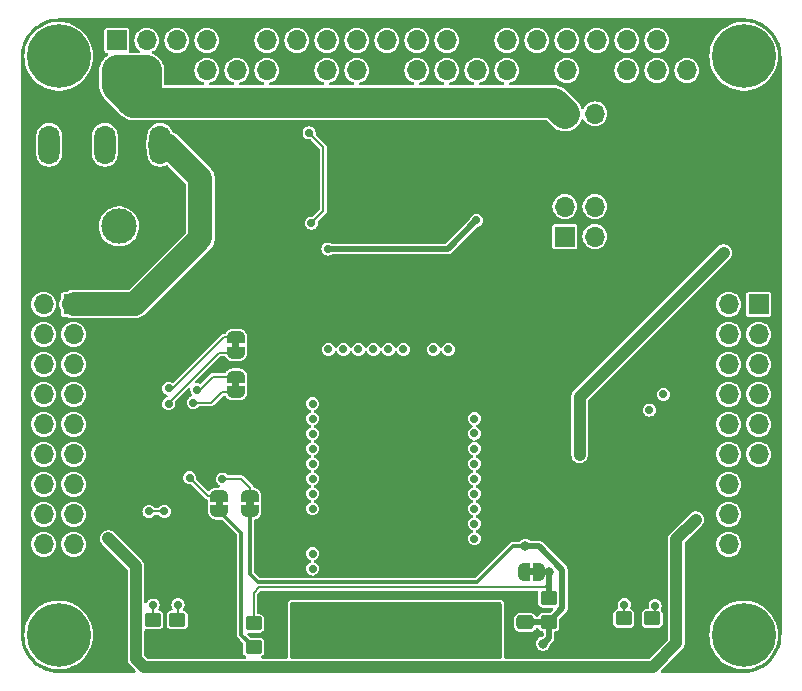
<source format=gbr>
%TF.GenerationSoftware,KiCad,Pcbnew,8.0.1-8.0.1-0~ubuntu20.04.1*%
%TF.CreationDate,2024-04-20T12:51:40-03:00*%
%TF.ProjectId,seebum_esp32s3,73656562-756d-45f6-9573-70333273332e,rev?*%
%TF.SameCoordinates,Original*%
%TF.FileFunction,Copper,L4,Bot*%
%TF.FilePolarity,Positive*%
%FSLAX46Y46*%
G04 Gerber Fmt 4.6, Leading zero omitted, Abs format (unit mm)*
G04 Created by KiCad (PCBNEW 8.0.1-8.0.1-0~ubuntu20.04.1) date 2024-04-20 12:51:40*
%MOMM*%
%LPD*%
G01*
G04 APERTURE LIST*
G04 Aperture macros list*
%AMRoundRect*
0 Rectangle with rounded corners*
0 $1 Rounding radius*
0 $2 $3 $4 $5 $6 $7 $8 $9 X,Y pos of 4 corners*
0 Add a 4 corners polygon primitive as box body*
4,1,4,$2,$3,$4,$5,$6,$7,$8,$9,$2,$3,0*
0 Add four circle primitives for the rounded corners*
1,1,$1+$1,$2,$3*
1,1,$1+$1,$4,$5*
1,1,$1+$1,$6,$7*
1,1,$1+$1,$8,$9*
0 Add four rect primitives between the rounded corners*
20,1,$1+$1,$2,$3,$4,$5,0*
20,1,$1+$1,$4,$5,$6,$7,0*
20,1,$1+$1,$6,$7,$8,$9,0*
20,1,$1+$1,$8,$9,$2,$3,0*%
%AMFreePoly0*
4,1,19,0.500000,-0.750000,0.000000,-0.750000,0.000000,-0.744911,-0.071157,-0.744911,-0.207708,-0.704816,-0.327430,-0.627875,-0.420627,-0.520320,-0.479746,-0.390866,-0.500000,-0.250000,-0.500000,0.250000,-0.479746,0.390866,-0.420627,0.520320,-0.327430,0.627875,-0.207708,0.704816,-0.071157,0.744911,0.000000,0.744911,0.000000,0.750000,0.500000,0.750000,0.500000,-0.750000,0.500000,-0.750000,
$1*%
%AMFreePoly1*
4,1,19,0.000000,0.744911,0.071157,0.744911,0.207708,0.704816,0.327430,0.627875,0.420627,0.520320,0.479746,0.390866,0.500000,0.250000,0.500000,-0.250000,0.479746,-0.390866,0.420627,-0.520320,0.327430,-0.627875,0.207708,-0.704816,0.071157,-0.744911,0.000000,-0.744911,0.000000,-0.750000,-0.500000,-0.750000,-0.500000,0.750000,0.000000,0.750000,0.000000,0.744911,0.000000,0.744911,
$1*%
G04 Aperture macros list end*
%TA.AperFunction,EtchedComponent*%
%ADD10C,0.000000*%
%TD*%
%TA.AperFunction,ComponentPad*%
%ADD11C,0.800000*%
%TD*%
%TA.AperFunction,ComponentPad*%
%ADD12C,5.400000*%
%TD*%
%TA.AperFunction,ComponentPad*%
%ADD13R,1.700000X1.700000*%
%TD*%
%TA.AperFunction,ComponentPad*%
%ADD14O,1.700000X1.700000*%
%TD*%
%TA.AperFunction,ComponentPad*%
%ADD15O,1.800000X3.300000*%
%TD*%
%TA.AperFunction,ComponentPad*%
%ADD16O,1.000000X2.100000*%
%TD*%
%TA.AperFunction,ComponentPad*%
%ADD17O,1.000000X1.800000*%
%TD*%
%TA.AperFunction,ComponentPad*%
%ADD18C,0.600000*%
%TD*%
%TA.AperFunction,SMDPad,CuDef*%
%ADD19R,4.900000X2.950000*%
%TD*%
%TA.AperFunction,ComponentPad*%
%ADD20R,3.000000X3.000000*%
%TD*%
%TA.AperFunction,ComponentPad*%
%ADD21C,3.000000*%
%TD*%
%TA.AperFunction,SMDPad,CuDef*%
%ADD22FreePoly0,0.000000*%
%TD*%
%TA.AperFunction,SMDPad,CuDef*%
%ADD23FreePoly1,0.000000*%
%TD*%
%TA.AperFunction,SMDPad,CuDef*%
%ADD24RoundRect,0.250000X-0.450000X0.350000X-0.450000X-0.350000X0.450000X-0.350000X0.450000X0.350000X0*%
%TD*%
%TA.AperFunction,SMDPad,CuDef*%
%ADD25FreePoly0,270.000000*%
%TD*%
%TA.AperFunction,SMDPad,CuDef*%
%ADD26FreePoly1,270.000000*%
%TD*%
%TA.AperFunction,SMDPad,CuDef*%
%ADD27RoundRect,0.250000X0.475000X-0.337500X0.475000X0.337500X-0.475000X0.337500X-0.475000X-0.337500X0*%
%TD*%
%TA.AperFunction,ViaPad*%
%ADD28C,0.800000*%
%TD*%
%TA.AperFunction,ViaPad*%
%ADD29C,0.700000*%
%TD*%
%TA.AperFunction,ViaPad*%
%ADD30C,0.900000*%
%TD*%
%TA.AperFunction,Conductor*%
%ADD31C,0.500000*%
%TD*%
%TA.AperFunction,Conductor*%
%ADD32C,0.200000*%
%TD*%
%TA.AperFunction,Conductor*%
%ADD33C,1.000000*%
%TD*%
%TA.AperFunction,Conductor*%
%ADD34C,0.300000*%
%TD*%
%TA.AperFunction,Conductor*%
%ADD35C,2.000000*%
%TD*%
%TA.AperFunction,Conductor*%
%ADD36C,2.540000*%
%TD*%
G04 APERTURE END LIST*
D10*
%TA.AperFunction,EtchedComponent*%
%TO.C,JP201*%
G36*
X161847500Y-106085000D02*
G01*
X161347500Y-106085000D01*
X161347500Y-105485000D01*
X161847500Y-105485000D01*
X161847500Y-106085000D01*
G37*
%TD.AperFunction*%
%TA.AperFunction,EtchedComponent*%
%TO.C,JP202*%
G36*
X136847500Y-86815000D02*
G01*
X136247500Y-86815000D01*
X136247500Y-86315000D01*
X136847500Y-86315000D01*
X136847500Y-86815000D01*
G37*
%TD.AperFunction*%
%TA.AperFunction,EtchedComponent*%
%TO.C,JP203*%
G36*
X136847500Y-90152500D02*
G01*
X136247500Y-90152500D01*
X136247500Y-89652500D01*
X136847500Y-89652500D01*
X136847500Y-90152500D01*
G37*
%TD.AperFunction*%
%TA.AperFunction,EtchedComponent*%
%TO.C,JP206*%
G36*
X138047500Y-100252500D02*
G01*
X137447500Y-100252500D01*
X137447500Y-99752500D01*
X138047500Y-99752500D01*
X138047500Y-100252500D01*
G37*
%TD.AperFunction*%
%TA.AperFunction,EtchedComponent*%
%TO.C,JP207*%
G36*
X135447500Y-100252500D02*
G01*
X134847500Y-100252500D01*
X134847500Y-99752500D01*
X135447500Y-99752500D01*
X135447500Y-100252500D01*
G37*
%TD.AperFunction*%
%TD*%
D11*
%TO.P,H102,1*%
%TO.N,N/C*%
X177487500Y-62115000D03*
X178057500Y-63595000D03*
X178067500Y-60645000D03*
X179547500Y-60055000D03*
D12*
X179547500Y-62125000D03*
D11*
X179547500Y-64175000D03*
X181017500Y-60645000D03*
X181017500Y-63595000D03*
X181607500Y-62115000D03*
%TD*%
D13*
%TO.P,J401,1,Pin_1*%
%TO.N,unconnected-(J401-Pin_1-Pad1)*%
X126467500Y-60785000D03*
D14*
%TO.P,J401,2,Pin_2*%
%TO.N,/5V_RASP*%
X126467500Y-63325000D03*
%TO.P,J401,3,Pin_3*%
%TO.N,/ESP32/GPIO10*%
X129007500Y-60785000D03*
%TO.P,J401,4,Pin_4*%
%TO.N,/5V_RASP*%
X129007500Y-63325000D03*
%TO.P,J401,5,Pin_5*%
%TO.N,/ESP32/GPIO9*%
X131547500Y-60785000D03*
%TO.P,J401,6,Pin_6*%
%TO.N,GND*%
X131547500Y-63325000D03*
%TO.P,J401,7,Pin_7*%
%TO.N,unconnected-(J401-Pin_7-Pad7)*%
X134087500Y-60785000D03*
%TO.P,J401,8,Pin_8*%
%TO.N,/ESP32/GPIO18*%
X134087500Y-63325000D03*
%TO.P,J401,9,Pin_9*%
%TO.N,GND*%
X136627500Y-60785000D03*
%TO.P,J401,10,Pin_10*%
%TO.N,/ESP32/COMM*%
X136627500Y-63325000D03*
%TO.P,J401,11,Pin_11*%
%TO.N,unconnected-(J401-Pin_11-Pad11)*%
X139167500Y-60785000D03*
%TO.P,J401,12,Pin_12*%
%TO.N,unconnected-(J401-Pin_12-Pad12)*%
X139167500Y-63325000D03*
%TO.P,J401,13,Pin_13*%
%TO.N,unconnected-(J401-Pin_13-Pad13)*%
X141707500Y-60785000D03*
%TO.P,J401,14,Pin_14*%
%TO.N,GND*%
X141707500Y-63325000D03*
%TO.P,J401,15,Pin_15*%
%TO.N,unconnected-(J401-Pin_15-Pad15)*%
X144247500Y-60785000D03*
%TO.P,J401,16,Pin_16*%
%TO.N,unconnected-(J401-Pin_16-Pad16)*%
X144247500Y-63325000D03*
%TO.P,J401,17,Pin_17*%
%TO.N,unconnected-(J401-Pin_17-Pad17)*%
X146787500Y-60785000D03*
%TO.P,J401,18,Pin_18*%
%TO.N,unconnected-(J401-Pin_18-Pad18)*%
X146787500Y-63325000D03*
%TO.P,J401,19,Pin_19*%
%TO.N,unconnected-(J401-Pin_19-Pad19)*%
X149327500Y-60785000D03*
%TO.P,J401,20,Pin_20*%
%TO.N,GND*%
X149327500Y-63325000D03*
%TO.P,J401,21,Pin_21*%
%TO.N,unconnected-(J401-Pin_21-Pad21)*%
X151867500Y-60785000D03*
%TO.P,J401,22,Pin_22*%
%TO.N,unconnected-(J401-Pin_22-Pad22)*%
X151867500Y-63325000D03*
%TO.P,J401,23,Pin_23*%
%TO.N,unconnected-(J401-Pin_23-Pad23)*%
X154407500Y-60785000D03*
%TO.P,J401,24,Pin_24*%
%TO.N,unconnected-(J401-Pin_24-Pad24)*%
X154407500Y-63325000D03*
%TO.P,J401,25,Pin_25*%
%TO.N,GND*%
X156947500Y-60785000D03*
%TO.P,J401,26,Pin_26*%
%TO.N,unconnected-(J401-Pin_26-Pad26)*%
X156947500Y-63325000D03*
%TO.P,J401,27,Pin_27*%
%TO.N,unconnected-(J401-Pin_27-Pad27)*%
X159487500Y-60785000D03*
%TO.P,J401,28,Pin_28*%
%TO.N,unconnected-(J401-Pin_28-Pad28)*%
X159487500Y-63325000D03*
%TO.P,J401,29,Pin_29*%
%TO.N,unconnected-(J401-Pin_29-Pad29)*%
X162027500Y-60785000D03*
%TO.P,J401,30,Pin_30*%
%TO.N,GND*%
X162027500Y-63325000D03*
%TO.P,J401,31,Pin_31*%
%TO.N,unconnected-(J401-Pin_31-Pad31)*%
X164567500Y-60785000D03*
%TO.P,J401,32,Pin_32*%
%TO.N,unconnected-(J401-Pin_32-Pad32)*%
X164567500Y-63325000D03*
%TO.P,J401,33,Pin_33*%
%TO.N,unconnected-(J401-Pin_33-Pad33)*%
X167107500Y-60785000D03*
%TO.P,J401,34,Pin_34*%
%TO.N,GND*%
X167107500Y-63325000D03*
%TO.P,J401,35,Pin_35*%
%TO.N,unconnected-(J401-Pin_35-Pad35)*%
X169647500Y-60785000D03*
%TO.P,J401,36,Pin_36*%
%TO.N,unconnected-(J401-Pin_36-Pad36)*%
X169647500Y-63325000D03*
%TO.P,J401,37,Pin_37*%
%TO.N,unconnected-(J401-Pin_37-Pad37)*%
X172187500Y-60785000D03*
%TO.P,J401,38,Pin_38*%
%TO.N,unconnected-(J401-Pin_38-Pad38)*%
X172187500Y-63325000D03*
%TO.P,J401,39,Pin_39*%
%TO.N,GND*%
X174727500Y-60785000D03*
%TO.P,J401,40,Pin_40*%
%TO.N,unconnected-(J401-Pin_40-Pad40)*%
X174727500Y-63325000D03*
%TD*%
D11*
%TO.P,H103,1*%
%TO.N,N/C*%
X119487500Y-111115000D03*
X120057500Y-112595000D03*
X120067500Y-109645000D03*
X121547500Y-109055000D03*
D12*
X121547500Y-111125000D03*
D11*
X121547500Y-113175000D03*
X123017500Y-109645000D03*
X123017500Y-112595000D03*
X123607500Y-111115000D03*
%TD*%
%TO.P,H104,1*%
%TO.N,N/C*%
X177487500Y-111115000D03*
X178057500Y-112595000D03*
X178067500Y-109645000D03*
X179547500Y-109055000D03*
D12*
X179547500Y-111125000D03*
D11*
X179547500Y-113175000D03*
X181017500Y-109645000D03*
X181017500Y-112595000D03*
X181607500Y-111115000D03*
%TD*%
D15*
%TO.P,SW101,1,A*%
%TO.N,+BATT*%
X130147500Y-69625000D03*
%TO.P,SW101,2,B*%
%TO.N,Net-(Q101-S)*%
X125447500Y-69625000D03*
%TO.P,SW101,3,C*%
%TO.N,unconnected-(SW101A-C-Pad3)*%
X120747500Y-69625000D03*
%TD*%
D13*
%TO.P,J102,1,Pin_1*%
%TO.N,unconnected-(J102-Pin_1-Pad1)*%
X164407500Y-77392500D03*
D14*
%TO.P,J102,2,Pin_2*%
%TO.N,/5V_PSU*%
X164407500Y-74852500D03*
%TO.P,J102,3,Pin_3*%
%TO.N,/5V_ESP32*%
X166947500Y-77392500D03*
%TO.P,J102,4,Pin_4*%
%TO.N,+5V*%
X166947500Y-74852500D03*
%TD*%
D16*
%TO.P,J201,S1,SHIELD*%
%TO.N,GND*%
X125977500Y-107625000D03*
D17*
X125977500Y-111825000D03*
D16*
X134617500Y-107625000D03*
D17*
X134617500Y-111825000D03*
%TD*%
D18*
%TO.P,U301,9,PwPd*%
%TO.N,GND*%
X145292500Y-72002500D03*
X146592500Y-72002500D03*
X147892500Y-72002500D03*
X149192500Y-72002500D03*
D19*
X147242500Y-71352500D03*
D18*
X145292500Y-70702500D03*
X146592500Y-70702500D03*
X147892500Y-70702500D03*
X149192500Y-70702500D03*
%TD*%
D20*
%TO.P,J101,1,Pin_1*%
%TO.N,GND*%
X121647500Y-76525000D03*
D21*
%TO.P,J101,2,Pin_2*%
%TO.N,Net-(J101-Pin_2)*%
X126647500Y-76525000D03*
%TD*%
D11*
%TO.P,H101,1*%
%TO.N,N/C*%
X119487500Y-62115000D03*
X120057500Y-63595000D03*
X120067500Y-60645000D03*
X121547500Y-60055000D03*
D12*
X121547500Y-62125000D03*
D11*
X121547500Y-64175000D03*
X123017500Y-60645000D03*
X123017500Y-63595000D03*
X123607500Y-62115000D03*
%TD*%
D16*
%TO.P,J202,S1,SHIELD*%
%TO.N,GND*%
X166427500Y-107625000D03*
D17*
X166427500Y-111825000D03*
D16*
X175067500Y-107625000D03*
D17*
X175067500Y-111825000D03*
%TD*%
D13*
%TO.P,J103,1,Pin_1*%
%TO.N,/5V_RASP*%
X164407500Y-67002500D03*
D14*
%TO.P,J103,2,Pin_2*%
%TO.N,+5V*%
X166947500Y-67002500D03*
%TD*%
D13*
%TO.P,J203,1,Pin_1*%
%TO.N,+BATT*%
X122817500Y-83125000D03*
D14*
%TO.P,J203,2,Pin_2*%
X120277500Y-83125000D03*
%TO.P,J203,3,Pin_3*%
%TO.N,/ESP32/GPIO12*%
X122817500Y-85665000D03*
%TO.P,J203,4,Pin_4*%
%TO.N,/ESP32/GPIO13*%
X120277500Y-85665000D03*
%TO.P,J203,5,Pin_5*%
%TO.N,/ESP32/AIN1.1*%
X122817500Y-88205000D03*
%TO.P,J203,6,Pin_6*%
%TO.N,/ESP32/AIN2.1*%
X120277500Y-88205000D03*
%TO.P,J203,7,Pin_7*%
%TO.N,/ESP32/AIN1.2*%
X122817500Y-90745000D03*
%TO.P,J203,8,Pin_8*%
%TO.N,/ESP32/AIN2.2*%
X120277500Y-90745000D03*
%TO.P,J203,9,Pin_9*%
%TO.N,/ESP32/GPIO35*%
X122817500Y-93285000D03*
%TO.P,J203,10,Pin_10*%
%TO.N,/ESP32/GPIO36*%
X120277500Y-93285000D03*
%TO.P,J203,11,Pin_11*%
%TO.N,/ESP32/EIN1.1*%
X122817500Y-95825000D03*
%TO.P,J203,12,Pin_12*%
%TO.N,/ESP32/EIN2.1*%
X120277500Y-95825000D03*
%TO.P,J203,13,Pin_13*%
%TO.N,/ESP32/EIN1.2*%
X122817500Y-98365000D03*
%TO.P,J203,14,Pin_14*%
%TO.N,/ESP32/EIN2.2*%
X120277500Y-98365000D03*
%TO.P,J203,15,Pin_15*%
%TO.N,/ESP32/E1_Signal1*%
X122817500Y-100905000D03*
%TO.P,J203,16,Pin_16*%
%TO.N,/ESP32/E2_Signal1*%
X120277500Y-100905000D03*
%TO.P,J203,17,Pin_17*%
%TO.N,/ESP32/E1_Signal2*%
X122817500Y-103445000D03*
%TO.P,J203,18,Pin_18*%
%TO.N,/ESP32/E2_Signal2*%
X120277500Y-103445000D03*
%TO.P,J203,19,Pin_19*%
%TO.N,GND*%
X122817500Y-105985000D03*
%TO.P,J203,20,Pin_20*%
X120277500Y-105985000D03*
%TD*%
D22*
%TO.P,JP201,1,A*%
%TO.N,/ESP32/ESP32_3V3*%
X160947500Y-105785000D03*
D23*
%TO.P,JP201,2,B*%
%TO.N,+3V3*%
X162247500Y-105785000D03*
%TD*%
D24*
%TO.P,R202,1*%
%TO.N,+3V3*%
X163047500Y-108025000D03*
%TO.P,R202,2*%
%TO.N,/ESP32/CHIP_PU*%
X163047500Y-110025000D03*
%TD*%
D25*
%TO.P,JP202,1,A*%
%TO.N,/ESP32/U0RXD*%
X136547500Y-85915000D03*
D26*
%TO.P,JP202,2,B*%
%TO.N,Net-(JP202-B)*%
X136547500Y-87215000D03*
%TD*%
D13*
%TO.P,J204,1,Pin_1*%
%TO.N,+3V3*%
X180817500Y-83125000D03*
D14*
%TO.P,J204,2,Pin_2*%
%TO.N,+5V*%
X178277500Y-83125000D03*
%TO.P,J204,3,Pin_3*%
%TO.N,+3V3*%
X180817500Y-85665000D03*
%TO.P,J204,4,Pin_4*%
%TO.N,+5V*%
X178277500Y-85665000D03*
%TO.P,J204,5,Pin_5*%
%TO.N,/ESP32/GPIO10*%
X180817500Y-88205000D03*
%TO.P,J204,6,Pin_6*%
%TO.N,/ESP32/GPIO9*%
X178277500Y-88205000D03*
%TO.P,J204,7,Pin_7*%
%TO.N,/ESP32/GPIO18*%
X180817500Y-90745000D03*
%TO.P,J204,8,Pin_8*%
%TO.N,/ESP32/GPIO8*%
X178277500Y-90745000D03*
%TO.P,J204,9,Pin_9*%
%TO.N,/ESP32/GPIO16*%
X180817500Y-93285000D03*
%TO.P,J204,10,Pin_10*%
%TO.N,/ESP32/COMM*%
X178277500Y-93285000D03*
%TO.P,J204,11,Pin_11*%
%TO.N,/ESP32/GPIO7*%
X180817500Y-95825000D03*
%TO.P,J204,12,Pin_12*%
%TO.N,/ESP32/GPIO15*%
X178277500Y-95825000D03*
%TO.P,J204,13,Pin_13*%
%TO.N,GND*%
X180817500Y-98365000D03*
%TO.P,J204,14,Pin_14*%
%TO.N,/ESP32/GPIO6*%
X178277500Y-98365000D03*
%TO.P,J204,15,Pin_15*%
%TO.N,GND*%
X180817500Y-100905000D03*
%TO.P,J204,16,Pin_16*%
%TO.N,/ESP32/GPIO5*%
X178277500Y-100905000D03*
%TO.P,J204,17,Pin_17*%
%TO.N,GND*%
X180817500Y-103445000D03*
%TO.P,J204,18,Pin_18*%
%TO.N,/ESP32/GPIO4*%
X178277500Y-103445000D03*
%TO.P,J204,19,Pin_19*%
%TO.N,GND*%
X180817500Y-105985000D03*
%TO.P,J204,20,Pin_20*%
X178277500Y-105985000D03*
%TD*%
D25*
%TO.P,JP203,1,A*%
%TO.N,/ESP32/U0TXD*%
X136547500Y-89252500D03*
D26*
%TO.P,JP203,2,B*%
%TO.N,Net-(JP203-B)*%
X136547500Y-90552500D03*
%TD*%
D24*
%TO.P,R207,1*%
%TO.N,Net-(J201-CC1)*%
X129497500Y-109850000D03*
%TO.P,R207,2*%
%TO.N,GND*%
X129497500Y-111850000D03*
%TD*%
%TO.P,R208,1*%
%TO.N,Net-(J201-CC2)*%
X131597500Y-109850000D03*
%TO.P,R208,2*%
%TO.N,GND*%
X131597500Y-111850000D03*
%TD*%
D25*
%TO.P,JP206,1,A*%
%TO.N,Net-(JP206-A)*%
X137747500Y-99352500D03*
D26*
%TO.P,JP206,2,B*%
%TO.N,/ESP32/CHIP_PU*%
X137747500Y-100652500D03*
%TD*%
D24*
%TO.P,R209,1*%
%TO.N,Net-(J202-CC1)*%
X169397500Y-109725000D03*
%TO.P,R209,2*%
%TO.N,GND*%
X169397500Y-111725000D03*
%TD*%
D27*
%TO.P,C208,1*%
%TO.N,/ESP32/CHIP_PU*%
X161047500Y-110062500D03*
%TO.P,C208,2*%
%TO.N,GND*%
X161047500Y-107987500D03*
%TD*%
D24*
%TO.P,R210,1*%
%TO.N,Net-(J202-CC2)*%
X171797500Y-109725000D03*
%TO.P,R210,2*%
%TO.N,GND*%
X171797500Y-111725000D03*
%TD*%
%TO.P,R203,1*%
%TO.N,+3V3*%
X138047500Y-110152500D03*
%TO.P,R203,2*%
%TO.N,/ESP32/GPIO0*%
X138047500Y-112152500D03*
%TD*%
D25*
%TO.P,JP207,1,A*%
%TO.N,Net-(JP207-A)*%
X135147500Y-99352500D03*
D26*
%TO.P,JP207,2,B*%
%TO.N,/ESP32/GPIO0*%
X135147500Y-100652500D03*
%TD*%
D28*
%TO.N,+3V3*%
X163047500Y-105752500D03*
D29*
X177847500Y-78752500D03*
X165647500Y-95852500D03*
X170997500Y-85602500D03*
%TO.N,GND*%
X150747500Y-70552500D03*
X142547500Y-74502500D03*
X142547500Y-73302500D03*
X138947500Y-73302500D03*
X121447500Y-81202500D03*
X152297500Y-70552500D03*
X170097500Y-97302500D03*
X150747500Y-72252500D03*
X137547500Y-71702500D03*
X152297500Y-72252500D03*
X124347500Y-81202500D03*
X137747500Y-70302500D03*
X137747500Y-73302500D03*
D28*
X138347500Y-89102500D03*
D29*
X119997500Y-80102500D03*
X121447500Y-80102500D03*
X119997500Y-78902500D03*
X150747500Y-68802500D03*
X152297500Y-74102500D03*
D28*
X139847500Y-87902500D03*
D29*
X124347500Y-80102500D03*
X140147500Y-70302500D03*
X122897500Y-78902500D03*
X141347500Y-73302500D03*
X138947500Y-70302500D03*
D28*
X140947500Y-89002500D03*
D29*
X141347500Y-70302500D03*
X136347500Y-71702500D03*
X142547500Y-70302500D03*
X130447500Y-96252500D03*
X153847500Y-70552500D03*
X152297500Y-68802500D03*
X150747500Y-74102500D03*
X135447500Y-91652500D03*
X122897500Y-80102500D03*
X121447500Y-78902500D03*
X140147500Y-73302500D03*
X153847500Y-72252500D03*
X122897500Y-81202500D03*
X119997500Y-81202500D03*
D28*
%TO.N,/ESP32/CHIP_PU*%
X162547500Y-111852500D03*
X161047500Y-103585000D03*
D29*
%TO.N,+BATT*%
X142747500Y-68615000D03*
X142947500Y-76252500D03*
%TO.N,/ESP32/U0RXD*%
X130847500Y-90252500D03*
%TO.N,/ESP32/U0TXD*%
X133247500Y-90352500D03*
%TO.N,/ESP32/D+*%
X129197500Y-100652500D03*
X130497500Y-100652500D03*
%TO.N,/5V_PSU*%
X144347500Y-78452500D03*
X156922500Y-76015000D03*
%TO.N,/5V_ESP32*%
X125747500Y-102952500D03*
X175497500Y-101352500D03*
%TO.N,Net-(J201-CC1)*%
X129544182Y-108592810D03*
%TO.N,Net-(J201-CC2)*%
X131647500Y-108552500D03*
%TO.N,Net-(J202-CC1)*%
X169447500Y-108552500D03*
%TO.N,Net-(J202-CC2)*%
X172047500Y-108652500D03*
D28*
%TO.N,/ESP32/ESP32_3V3*%
X160947500Y-105652500D03*
D29*
%TO.N,Net-(JP202-B)*%
X130847500Y-91552500D03*
%TO.N,Net-(JP203-B)*%
X132947500Y-91452500D03*
%TO.N,/ESP32/GPIO5*%
X156747500Y-101705000D03*
%TO.N,Net-(JP206-A)*%
X135403848Y-97921348D03*
%TO.N,Net-(JP207-A)*%
X132647500Y-97815000D03*
D30*
%TO.N,/ESP32/GPIO0*%
X138047500Y-112152500D03*
D29*
%TO.N,/ESP32/AIN1.2*%
X145652500Y-86952500D03*
%TO.N,/ESP32/EIN2.2*%
X143047500Y-97895000D03*
%TO.N,/ESP32/GPIO7*%
X156747500Y-99165000D03*
%TO.N,/ESP32/AIN1.1*%
X148192500Y-86952500D03*
%TO.N,/ESP32/EIN1.1*%
X143047500Y-94085000D03*
%TO.N,/ESP32/EIN1.2*%
X143047500Y-96625000D03*
%TO.N,/ESP32/GPIO12*%
X150732500Y-86952500D03*
%TO.N,/ESP32/GPIO18*%
X171547500Y-92085000D03*
X156747500Y-94052500D03*
%TO.N,/ESP32/COMM*%
X156747500Y-95352500D03*
%TO.N,/ESP32/GPIO6*%
X156747500Y-100435000D03*
%TO.N,/ESP32/AIN2.2*%
X144382500Y-86952500D03*
%TO.N,/ESP32/E1_Signal2*%
X143047500Y-104245000D03*
%TO.N,/ESP32/E2_Signal2*%
X143047500Y-105515000D03*
%TO.N,/ESP32/E2_Signal1*%
X143047500Y-100435000D03*
%TO.N,/ESP32/EIN2.1*%
X143047500Y-95355000D03*
%TO.N,/ESP32/AIN2.1*%
X146922500Y-86952500D03*
%TO.N,/ESP32/GPIO36*%
X143047500Y-92815000D03*
%TO.N,/ESP32/GPIO35*%
X143047500Y-91545000D03*
%TO.N,/ESP32/E1_Signal1*%
X143047500Y-99165000D03*
%TO.N,/ESP32/GPIO8*%
X172747500Y-90745000D03*
X156747500Y-92815000D03*
%TO.N,/ESP32/GPIO15*%
X156747500Y-97895000D03*
%TO.N,/ESP32/GPIO16*%
X156747500Y-96625000D03*
%TO.N,/ESP32/GPIO4*%
X156747500Y-102975000D03*
%TO.N,/ESP32/GPIO10*%
X153272500Y-86952500D03*
%TO.N,/ESP32/GPIO9*%
X154542500Y-86952500D03*
%TO.N,/ESP32/GPIO13*%
X149462500Y-86952500D03*
%TD*%
D31*
%TO.N,+3V3*%
X163047500Y-105752500D02*
X162280000Y-105752500D01*
D32*
X162700000Y-107100000D02*
X163047500Y-106752500D01*
D33*
X165647500Y-90952500D02*
X165647500Y-95852500D01*
D31*
X162280000Y-105752500D02*
X162247500Y-105785000D01*
D32*
X138047500Y-110152500D02*
X138047500Y-107552500D01*
D31*
X163047500Y-108025000D02*
X163047500Y-106752500D01*
D32*
X138047500Y-107552500D02*
X138500000Y-107100000D01*
D33*
X177847500Y-78752500D02*
X170997500Y-85602500D01*
X170997500Y-85602500D02*
X165647500Y-90952500D01*
D31*
X163047500Y-106752500D02*
X163047500Y-105752500D01*
D32*
X138500000Y-107100000D02*
X162700000Y-107100000D01*
D34*
%TO.N,/ESP32/CHIP_PU*%
X160015000Y-103585000D02*
X161047500Y-103585000D01*
X138445000Y-106650000D02*
X156950000Y-106650000D01*
D31*
X164197500Y-105602500D02*
X162180000Y-103585000D01*
X163010000Y-110062500D02*
X163047500Y-110025000D01*
X163047500Y-110025000D02*
X164197500Y-108875000D01*
X162180000Y-103585000D02*
X161047500Y-103585000D01*
D34*
X137747500Y-105952500D02*
X138445000Y-106650000D01*
D31*
X164197500Y-108875000D02*
X164197500Y-105602500D01*
X163047500Y-110025000D02*
X163047500Y-111352500D01*
X161047500Y-110062500D02*
X163010000Y-110062500D01*
D34*
X156950000Y-106650000D02*
X160015000Y-103585000D01*
X137747500Y-100652500D02*
X137747500Y-105952500D01*
D31*
X163047500Y-111352500D02*
X162547500Y-111852500D01*
D32*
%TO.N,+BATT*%
X143947500Y-75252500D02*
X143947500Y-69815000D01*
X142947500Y-76252500D02*
X143947500Y-75252500D01*
D35*
X122817500Y-83125000D02*
X127975000Y-83125000D01*
X127975000Y-83125000D02*
X133547500Y-77552500D01*
D32*
X143947500Y-69815000D02*
X142747500Y-68615000D01*
D35*
X133547500Y-77552500D02*
X133547500Y-72452500D01*
X130720000Y-69625000D02*
X130147500Y-69625000D01*
X133547500Y-72452500D02*
X130720000Y-69625000D01*
D32*
%TO.N,/ESP32/U0RXD*%
X131247500Y-90252500D02*
X135585000Y-85915000D01*
X135585000Y-85915000D02*
X136547500Y-85915000D01*
X130847500Y-90252500D02*
X131247500Y-90252500D01*
%TO.N,/ESP32/U0TXD*%
X133247500Y-90352500D02*
X133492500Y-90352500D01*
X133492500Y-90352500D02*
X134592500Y-89252500D01*
X134592500Y-89252500D02*
X136547500Y-89252500D01*
%TO.N,/ESP32/D+*%
X129197500Y-100652500D02*
X130497500Y-100652500D01*
D36*
%TO.N,/5V_RASP*%
X164407500Y-67002500D02*
X163457500Y-66052500D01*
X127847500Y-66052500D02*
X126467500Y-64672500D01*
X163457500Y-66052500D02*
X127847500Y-66052500D01*
X126467500Y-64672500D02*
X126467500Y-63325000D01*
X129007500Y-63325000D02*
X126467500Y-63325000D01*
X129007500Y-63325000D02*
X129007500Y-64892500D01*
X129007500Y-64892500D02*
X127847500Y-66052500D01*
D31*
%TO.N,/5V_PSU*%
X154485000Y-78452500D02*
X156922500Y-76015000D01*
X144347500Y-78452500D02*
X154485000Y-78452500D01*
D33*
%TO.N,/5V_ESP32*%
X171847930Y-113825000D02*
X173847500Y-111825430D01*
X128747500Y-113825000D02*
X171847930Y-113825000D01*
X125747500Y-102952500D02*
X128097500Y-105302500D01*
X173847500Y-111825430D02*
X173847500Y-103002500D01*
X173847500Y-103002500D02*
X175497500Y-101352500D01*
X128097500Y-113175000D02*
X128747500Y-113825000D01*
X128097500Y-105302500D02*
X128097500Y-113175000D01*
D32*
%TO.N,Net-(J201-CC1)*%
X129544182Y-109803318D02*
X129497500Y-109850000D01*
X129544182Y-108592810D02*
X129544182Y-109803318D01*
%TO.N,Net-(J201-CC2)*%
X131647500Y-109800000D02*
X131597500Y-109850000D01*
X131647500Y-108552500D02*
X131647500Y-109800000D01*
%TO.N,Net-(J202-CC1)*%
X169447500Y-109675000D02*
X169397500Y-109725000D01*
X169447500Y-108552500D02*
X169447500Y-109675000D01*
%TO.N,Net-(J202-CC2)*%
X172047500Y-108652500D02*
X172047500Y-109475000D01*
X172047500Y-109475000D02*
X171797500Y-109725000D01*
%TO.N,Net-(JP202-B)*%
X130847500Y-91452500D02*
X135085000Y-87215000D01*
X130847500Y-91552500D02*
X130847500Y-91452500D01*
X135085000Y-87215000D02*
X136547500Y-87215000D01*
%TO.N,Net-(JP203-B)*%
X135347500Y-90552500D02*
X136547500Y-90552500D01*
X134447500Y-91452500D02*
X135347500Y-90552500D01*
X132947500Y-91452500D02*
X134447500Y-91452500D01*
%TO.N,Net-(JP206-A)*%
X137016348Y-97921348D02*
X135403848Y-97921348D01*
X137747500Y-99352500D02*
X137747500Y-98652500D01*
X137747500Y-98652500D02*
X137016348Y-97921348D01*
%TO.N,Net-(JP207-A)*%
X135147500Y-99352500D02*
X134185000Y-99352500D01*
X134185000Y-99352500D02*
X132647500Y-97815000D01*
D34*
%TO.N,/ESP32/GPIO0*%
X138047500Y-112152500D02*
X136997500Y-111102500D01*
X136997500Y-111102500D02*
X136997500Y-102502500D01*
X136997500Y-102502500D02*
X135147500Y-100652500D01*
%TD*%
%TA.AperFunction,Conductor*%
%TO.N,GND*%
G36*
X179550743Y-58925669D02*
G01*
X179875452Y-58942687D01*
X179888360Y-58944044D01*
X180206294Y-58994400D01*
X180218978Y-58997095D01*
X180529929Y-59080414D01*
X180542270Y-59084425D01*
X180842782Y-59199780D01*
X180854638Y-59205058D01*
X181141476Y-59351210D01*
X181152692Y-59357686D01*
X181422665Y-59533008D01*
X181433166Y-59540637D01*
X181666289Y-59729417D01*
X181683336Y-59743221D01*
X181692981Y-59751906D01*
X181920593Y-59979518D01*
X181929278Y-59989163D01*
X182131862Y-60239333D01*
X182139491Y-60249834D01*
X182314810Y-60519802D01*
X182321292Y-60531029D01*
X182396233Y-60678107D01*
X182467440Y-60817859D01*
X182472719Y-60829717D01*
X182588074Y-61130229D01*
X182592085Y-61142572D01*
X182675402Y-61453515D01*
X182678100Y-61466211D01*
X182728455Y-61784139D01*
X182729812Y-61797047D01*
X182746829Y-62121737D01*
X182746999Y-62128227D01*
X182746999Y-62182584D01*
X182747000Y-62182597D01*
X182747000Y-111121753D01*
X182746830Y-111128243D01*
X182729812Y-111452952D01*
X182728455Y-111465860D01*
X182678100Y-111783788D01*
X182675402Y-111796484D01*
X182592085Y-112107427D01*
X182588074Y-112119770D01*
X182472719Y-112420282D01*
X182467440Y-112432140D01*
X182321296Y-112718964D01*
X182314806Y-112730204D01*
X182139491Y-113000165D01*
X182131862Y-113010666D01*
X181929278Y-113260836D01*
X181920593Y-113270481D01*
X181692981Y-113498093D01*
X181683336Y-113506778D01*
X181433166Y-113709362D01*
X181422665Y-113716991D01*
X181152704Y-113892306D01*
X181141464Y-113898796D01*
X180854640Y-114044940D01*
X180842782Y-114050219D01*
X180542270Y-114165574D01*
X180529927Y-114169585D01*
X180218984Y-114252902D01*
X180206288Y-114255600D01*
X179888360Y-114305955D01*
X179875452Y-114307312D01*
X179550744Y-114324330D01*
X179544254Y-114324500D01*
X172638449Y-114324500D01*
X172571410Y-114304815D01*
X172525655Y-114252011D01*
X172515711Y-114182853D01*
X172544736Y-114119297D01*
X172550768Y-114112819D01*
X174391612Y-112271975D01*
X174391614Y-112271973D01*
X174468275Y-112157241D01*
X174521080Y-112029758D01*
X174548000Y-111894424D01*
X174548000Y-111756436D01*
X174548000Y-111125000D01*
X176642084Y-111125000D01*
X176661562Y-111459439D01*
X176661729Y-111462293D01*
X176661729Y-111462299D01*
X176720396Y-111795017D01*
X176720399Y-111795031D01*
X176817301Y-112118710D01*
X176951121Y-112428939D01*
X176951127Y-112428952D01*
X177120060Y-112721553D01*
X177321818Y-112992561D01*
X177321823Y-112992567D01*
X177428723Y-113105873D01*
X177553683Y-113238323D01*
X177553689Y-113238328D01*
X177553691Y-113238330D01*
X177812501Y-113455499D01*
X177812506Y-113455502D01*
X178094792Y-113641164D01*
X178396724Y-113792800D01*
X178714217Y-113908358D01*
X179042980Y-113986276D01*
X179378565Y-114025500D01*
X179378572Y-114025500D01*
X179716428Y-114025500D01*
X179716435Y-114025500D01*
X180052020Y-113986276D01*
X180380783Y-113908358D01*
X180698276Y-113792800D01*
X181000208Y-113641164D01*
X181282494Y-113455502D01*
X181373282Y-113379322D01*
X181384049Y-113370286D01*
X181541317Y-113238323D01*
X181773178Y-112992565D01*
X181974940Y-112721552D01*
X182143875Y-112428948D01*
X182277698Y-112118711D01*
X182374600Y-111795035D01*
X182417867Y-111549659D01*
X182433271Y-111462299D01*
X182433271Y-111462293D01*
X182433438Y-111459439D01*
X182452916Y-111125000D01*
X182452306Y-111114532D01*
X182449019Y-111058104D01*
X182433271Y-110787702D01*
X182417401Y-110697702D01*
X182374603Y-110454982D01*
X182374602Y-110454981D01*
X182374600Y-110454965D01*
X182277698Y-110131289D01*
X182143875Y-109821052D01*
X181974940Y-109528448D01*
X181974939Y-109528446D01*
X181773181Y-109257438D01*
X181773176Y-109257432D01*
X181622010Y-109097207D01*
X181541317Y-109011677D01*
X181541310Y-109011671D01*
X181541308Y-109011669D01*
X181282498Y-108794500D01*
X181066596Y-108652500D01*
X181000208Y-108608836D01*
X180888032Y-108552499D01*
X180698283Y-108457203D01*
X180698277Y-108457200D01*
X180380784Y-108341642D01*
X180380781Y-108341641D01*
X180099078Y-108274877D01*
X180052020Y-108263724D01*
X179716435Y-108224500D01*
X179378565Y-108224500D01*
X179042980Y-108263724D01*
X178714218Y-108341641D01*
X178714215Y-108341642D01*
X178396722Y-108457200D01*
X178396716Y-108457203D01*
X178094795Y-108608834D01*
X177812501Y-108794500D01*
X177553691Y-109011669D01*
X177553681Y-109011679D01*
X177321823Y-109257432D01*
X177321818Y-109257438D01*
X177120060Y-109528446D01*
X176951127Y-109821047D01*
X176951121Y-109821060D01*
X176817301Y-110131289D01*
X176720399Y-110454968D01*
X176720396Y-110454982D01*
X176661730Y-110787690D01*
X176661729Y-110787701D01*
X176642694Y-111114532D01*
X176642084Y-111125000D01*
X174548000Y-111125000D01*
X174548000Y-103445000D01*
X177221917Y-103445000D01*
X177242199Y-103650932D01*
X177259714Y-103708670D01*
X177302268Y-103848954D01*
X177399815Y-104031450D01*
X177399817Y-104031452D01*
X177531089Y-104191410D01*
X177596390Y-104245000D01*
X177691050Y-104322685D01*
X177873546Y-104420232D01*
X178071566Y-104480300D01*
X178071565Y-104480300D01*
X178090029Y-104482118D01*
X178277500Y-104500583D01*
X178483434Y-104480300D01*
X178681454Y-104420232D01*
X178863950Y-104322685D01*
X179023910Y-104191410D01*
X179155185Y-104031450D01*
X179252732Y-103848954D01*
X179312800Y-103650934D01*
X179333083Y-103445000D01*
X179312800Y-103239066D01*
X179252732Y-103041046D01*
X179155185Y-102858550D01*
X179024283Y-102699044D01*
X179023910Y-102698589D01*
X178890805Y-102589354D01*
X178863950Y-102567315D01*
X178681454Y-102469768D01*
X178483434Y-102409700D01*
X178483432Y-102409699D01*
X178483434Y-102409699D01*
X178277500Y-102389417D01*
X178071567Y-102409699D01*
X177873543Y-102469769D01*
X177763398Y-102528643D01*
X177691050Y-102567315D01*
X177691048Y-102567316D01*
X177691047Y-102567317D01*
X177531089Y-102698589D01*
X177399817Y-102858547D01*
X177302269Y-103041043D01*
X177242199Y-103239067D01*
X177221917Y-103445000D01*
X174548000Y-103445000D01*
X174548000Y-103344018D01*
X174567685Y-103276979D01*
X174584319Y-103256337D01*
X176041610Y-101799046D01*
X176041613Y-101799043D01*
X176118274Y-101684312D01*
X176171080Y-101556829D01*
X176197999Y-101421494D01*
X176197999Y-101283506D01*
X176171080Y-101148172D01*
X176118274Y-101020689D01*
X176118272Y-101020686D01*
X176118270Y-101020682D01*
X176041613Y-100905956D01*
X176040657Y-100905000D01*
X177221917Y-100905000D01*
X177242199Y-101110932D01*
X177259714Y-101168670D01*
X177302268Y-101308954D01*
X177399815Y-101491450D01*
X177399817Y-101491452D01*
X177531089Y-101651410D01*
X177596390Y-101705000D01*
X177691050Y-101782685D01*
X177873546Y-101880232D01*
X178071566Y-101940300D01*
X178071565Y-101940300D01*
X178090029Y-101942118D01*
X178277500Y-101960583D01*
X178483434Y-101940300D01*
X178681454Y-101880232D01*
X178863950Y-101782685D01*
X179023910Y-101651410D01*
X179155185Y-101491450D01*
X179252732Y-101308954D01*
X179312800Y-101110934D01*
X179333083Y-100905000D01*
X179312800Y-100699066D01*
X179252732Y-100501046D01*
X179155185Y-100318550D01*
X179103202Y-100255209D01*
X179023910Y-100158589D01*
X178890177Y-100048839D01*
X178863950Y-100027315D01*
X178681454Y-99929768D01*
X178483434Y-99869700D01*
X178483432Y-99869699D01*
X178483434Y-99869699D01*
X178277500Y-99849417D01*
X178071567Y-99869699D01*
X177873543Y-99929769D01*
X177778396Y-99980627D01*
X177691050Y-100027315D01*
X177691048Y-100027316D01*
X177691047Y-100027317D01*
X177531089Y-100158589D01*
X177399817Y-100318547D01*
X177399815Y-100318550D01*
X177369708Y-100374875D01*
X177302269Y-100501043D01*
X177242199Y-100699067D01*
X177221917Y-100905000D01*
X176040657Y-100905000D01*
X175944043Y-100808386D01*
X175829317Y-100731729D01*
X175829307Y-100731724D01*
X175701828Y-100678920D01*
X175701820Y-100678918D01*
X175566498Y-100652001D01*
X175566494Y-100652001D01*
X175428506Y-100652001D01*
X175360838Y-100665460D01*
X175293169Y-100678920D01*
X175165689Y-100731725D01*
X175165685Y-100731727D01*
X175050961Y-100808383D01*
X175050953Y-100808389D01*
X173303389Y-102555952D01*
X173303386Y-102555957D01*
X173281071Y-102589354D01*
X173266365Y-102611363D01*
X173226723Y-102670691D01*
X173173921Y-102798167D01*
X173173918Y-102798177D01*
X173147000Y-102933504D01*
X173147000Y-111483911D01*
X173127315Y-111550950D01*
X173110681Y-111571592D01*
X171594092Y-113088181D01*
X171532769Y-113121666D01*
X171506411Y-113124500D01*
X159377000Y-113124500D01*
X159309961Y-113104815D01*
X159264206Y-113052011D01*
X159253000Y-113000500D01*
X159253000Y-108476508D01*
X159252999Y-108476492D01*
X159248303Y-108432816D01*
X159245211Y-108418602D01*
X159237102Y-108381323D01*
X159235526Y-108374877D01*
X159234610Y-108371127D01*
X159191600Y-108290415D01*
X159145845Y-108237611D01*
X159145839Y-108237604D01*
X159128257Y-108219660D01*
X159128256Y-108219659D01*
X159128254Y-108219657D01*
X159128252Y-108219656D01*
X159128250Y-108219654D01*
X159048440Y-108175011D01*
X159048435Y-108175009D01*
X158981403Y-108155326D01*
X158981399Y-108155325D01*
X158981398Y-108155325D01*
X158923500Y-108147000D01*
X141271500Y-108147000D01*
X141271492Y-108147000D01*
X141227813Y-108151697D01*
X141176325Y-108162897D01*
X141166127Y-108165390D01*
X141166124Y-108165391D01*
X141085416Y-108208399D01*
X141085413Y-108208401D01*
X141032604Y-108254160D01*
X141014660Y-108271742D01*
X141014654Y-108271749D01*
X140970011Y-108351559D01*
X140970009Y-108351564D01*
X140950326Y-108418596D01*
X140950325Y-108418601D01*
X140950325Y-108418602D01*
X140942002Y-108476492D01*
X140942000Y-108476503D01*
X140942000Y-113000500D01*
X140922315Y-113067539D01*
X140869511Y-113113294D01*
X140818000Y-113124500D01*
X138790198Y-113124500D01*
X138723159Y-113104815D01*
X138677404Y-113052011D01*
X138667460Y-112982853D01*
X138696485Y-112919297D01*
X138716565Y-112900730D01*
X138807684Y-112833481D01*
X138819650Y-112824650D01*
X138900293Y-112715382D01*
X138922719Y-112651290D01*
X138945146Y-112587201D01*
X138945146Y-112587199D01*
X138948000Y-112556769D01*
X138948000Y-111748230D01*
X138945146Y-111717800D01*
X138945146Y-111717798D01*
X138900293Y-111589619D01*
X138900292Y-111589617D01*
X138886989Y-111571592D01*
X138819650Y-111480350D01*
X138710382Y-111399707D01*
X138710380Y-111399706D01*
X138582200Y-111354853D01*
X138551770Y-111352000D01*
X138551766Y-111352000D01*
X137794044Y-111352000D01*
X137727005Y-111332315D01*
X137706363Y-111315681D01*
X137555363Y-111164681D01*
X137521878Y-111103358D01*
X137526862Y-111033666D01*
X137568734Y-110977733D01*
X137634198Y-110953316D01*
X137643044Y-110953000D01*
X138551770Y-110953000D01*
X138582199Y-110950146D01*
X138582201Y-110950146D01*
X138646290Y-110927719D01*
X138710382Y-110905293D01*
X138819650Y-110824650D01*
X138900293Y-110715382D01*
X138925969Y-110642003D01*
X138945146Y-110587201D01*
X138945146Y-110587199D01*
X138948000Y-110556769D01*
X138948000Y-109748230D01*
X138945146Y-109717800D01*
X138945146Y-109717798D01*
X138907942Y-109611478D01*
X138900293Y-109589618D01*
X138819650Y-109480350D01*
X138710382Y-109399707D01*
X138710380Y-109399706D01*
X138582200Y-109354853D01*
X138551770Y-109352000D01*
X138551766Y-109352000D01*
X138472000Y-109352000D01*
X138404961Y-109332315D01*
X138359206Y-109279511D01*
X138348000Y-109228000D01*
X138348000Y-107728333D01*
X138367685Y-107661294D01*
X138384319Y-107640652D01*
X138588152Y-107436819D01*
X138649475Y-107403334D01*
X138675833Y-107400500D01*
X162041506Y-107400500D01*
X162108545Y-107420185D01*
X162154300Y-107472989D01*
X162164244Y-107542147D01*
X162158548Y-107565454D01*
X162149853Y-107590301D01*
X162147000Y-107620730D01*
X162147000Y-108429269D01*
X162149853Y-108459699D01*
X162149853Y-108459701D01*
X162182326Y-108552500D01*
X162194707Y-108587882D01*
X162275350Y-108697150D01*
X162384618Y-108777793D01*
X162427211Y-108792697D01*
X162512799Y-108822646D01*
X162543230Y-108825500D01*
X163310534Y-108825500D01*
X163377573Y-108845185D01*
X163423328Y-108897989D01*
X163433272Y-108967147D01*
X163404247Y-109030703D01*
X163398228Y-109037168D01*
X163247214Y-109188182D01*
X163185893Y-109221666D01*
X163159535Y-109224500D01*
X162543230Y-109224500D01*
X162512800Y-109227353D01*
X162512798Y-109227353D01*
X162384619Y-109272206D01*
X162384617Y-109272207D01*
X162275350Y-109352850D01*
X162194707Y-109462117D01*
X162171319Y-109528956D01*
X162130597Y-109585732D01*
X162065644Y-109611478D01*
X162054278Y-109612000D01*
X162048226Y-109612000D01*
X161981187Y-109592315D01*
X161935432Y-109539511D01*
X161931184Y-109528953D01*
X161925294Y-109512120D01*
X161925293Y-109512118D01*
X161901847Y-109480350D01*
X161844650Y-109402850D01*
X161735382Y-109322207D01*
X161735380Y-109322206D01*
X161607200Y-109277353D01*
X161576770Y-109274500D01*
X161576766Y-109274500D01*
X160518234Y-109274500D01*
X160518230Y-109274500D01*
X160487800Y-109277353D01*
X160487798Y-109277353D01*
X160359619Y-109322206D01*
X160359617Y-109322207D01*
X160250350Y-109402850D01*
X160169707Y-109512117D01*
X160169706Y-109512119D01*
X160124853Y-109640298D01*
X160124853Y-109640300D01*
X160122000Y-109670730D01*
X160122000Y-110454269D01*
X160124853Y-110484699D01*
X160124853Y-110484701D01*
X160169706Y-110612879D01*
X160169707Y-110612882D01*
X160250350Y-110722150D01*
X160359618Y-110802793D01*
X160402345Y-110817744D01*
X160487799Y-110847646D01*
X160518230Y-110850500D01*
X160518234Y-110850500D01*
X161576770Y-110850500D01*
X161607199Y-110847646D01*
X161607201Y-110847646D01*
X161672921Y-110824649D01*
X161735382Y-110802793D01*
X161844650Y-110722150D01*
X161925293Y-110612882D01*
X161931184Y-110596047D01*
X161971905Y-110539270D01*
X162036858Y-110513522D01*
X162048226Y-110513000D01*
X162080522Y-110513000D01*
X162147561Y-110532685D01*
X162188925Y-110580422D01*
X162190363Y-110579663D01*
X162194706Y-110587881D01*
X162213156Y-110612880D01*
X162275350Y-110697150D01*
X162384618Y-110777793D01*
X162456061Y-110802792D01*
X162513955Y-110823050D01*
X162570731Y-110863771D01*
X162596478Y-110928724D01*
X162597000Y-110940091D01*
X162597000Y-111114532D01*
X162577315Y-111181571D01*
X162560679Y-111202215D01*
X162541074Y-111221819D01*
X162479750Y-111255303D01*
X162469582Y-111257075D01*
X162390738Y-111267456D01*
X162244660Y-111327963D01*
X162119218Y-111424218D01*
X162022963Y-111549660D01*
X161962456Y-111695737D01*
X161962455Y-111695739D01*
X161941818Y-111852498D01*
X161941818Y-111852501D01*
X161962455Y-112009260D01*
X161962456Y-112009262D01*
X162022964Y-112155341D01*
X162119218Y-112280782D01*
X162244659Y-112377036D01*
X162390738Y-112437544D01*
X162469119Y-112447863D01*
X162547499Y-112458182D01*
X162547500Y-112458182D01*
X162547501Y-112458182D01*
X162599754Y-112451302D01*
X162704262Y-112437544D01*
X162850341Y-112377036D01*
X162975782Y-112280782D01*
X163072036Y-112155341D01*
X163132544Y-112009262D01*
X163142924Y-111930415D01*
X163171188Y-111866521D01*
X163178156Y-111858946D01*
X163407990Y-111629114D01*
X163453118Y-111550950D01*
X163467298Y-111526389D01*
X163467300Y-111526384D01*
X163484471Y-111462299D01*
X163484471Y-111462298D01*
X163498000Y-111411809D01*
X163498000Y-110940091D01*
X163517685Y-110873052D01*
X163570489Y-110827297D01*
X163581045Y-110823050D01*
X163609733Y-110813011D01*
X163710382Y-110777793D01*
X163819650Y-110697150D01*
X163900293Y-110587882D01*
X163926495Y-110513000D01*
X163945146Y-110459701D01*
X163945146Y-110459699D01*
X163948000Y-110429269D01*
X163948000Y-110129269D01*
X168497000Y-110129269D01*
X168499853Y-110159699D01*
X168499853Y-110159701D01*
X168532944Y-110254266D01*
X168544707Y-110287882D01*
X168625350Y-110397150D01*
X168734618Y-110477793D01*
X168777345Y-110492744D01*
X168862799Y-110522646D01*
X168893230Y-110525500D01*
X168893234Y-110525500D01*
X169901770Y-110525500D01*
X169932199Y-110522646D01*
X169932201Y-110522646D01*
X169996290Y-110500219D01*
X170060382Y-110477793D01*
X170169650Y-110397150D01*
X170250293Y-110287882D01*
X170272719Y-110223790D01*
X170295146Y-110159701D01*
X170295146Y-110159699D01*
X170298000Y-110129269D01*
X170897000Y-110129269D01*
X170899853Y-110159699D01*
X170899853Y-110159701D01*
X170932944Y-110254266D01*
X170944707Y-110287882D01*
X171025350Y-110397150D01*
X171134618Y-110477793D01*
X171177345Y-110492744D01*
X171262799Y-110522646D01*
X171293230Y-110525500D01*
X171293234Y-110525500D01*
X172301770Y-110525500D01*
X172332199Y-110522646D01*
X172332201Y-110522646D01*
X172396290Y-110500219D01*
X172460382Y-110477793D01*
X172569650Y-110397150D01*
X172650293Y-110287882D01*
X172672719Y-110223790D01*
X172695146Y-110159701D01*
X172695146Y-110159699D01*
X172698000Y-110129269D01*
X172698000Y-109320730D01*
X172695146Y-109290300D01*
X172695146Y-109290298D01*
X172650293Y-109162119D01*
X172650292Y-109162117D01*
X172569650Y-109052850D01*
X172569648Y-109052849D01*
X172569648Y-109052848D01*
X172563095Y-109046295D01*
X172529610Y-108984972D01*
X172534594Y-108915280D01*
X172536195Y-108911210D01*
X172583830Y-108796209D01*
X172602750Y-108652500D01*
X172583830Y-108508791D01*
X172531032Y-108381323D01*
X172528362Y-108374877D01*
X172528361Y-108374876D01*
X172528361Y-108374875D01*
X172440121Y-108259879D01*
X172325125Y-108171639D01*
X172325124Y-108171638D01*
X172325122Y-108171637D01*
X172191212Y-108116171D01*
X172191210Y-108116170D01*
X172191209Y-108116170D01*
X172119354Y-108106710D01*
X172047501Y-108097250D01*
X172047499Y-108097250D01*
X171903791Y-108116170D01*
X171903787Y-108116171D01*
X171769877Y-108171637D01*
X171654879Y-108259879D01*
X171566637Y-108374877D01*
X171511171Y-108508787D01*
X171511170Y-108508791D01*
X171492250Y-108652499D01*
X171492250Y-108652500D01*
X171509604Y-108784314D01*
X171498839Y-108853350D01*
X171452459Y-108905606D01*
X171386665Y-108924500D01*
X171293230Y-108924500D01*
X171262800Y-108927353D01*
X171262798Y-108927353D01*
X171134619Y-108972206D01*
X171134617Y-108972207D01*
X171025350Y-109052850D01*
X170944707Y-109162117D01*
X170944706Y-109162119D01*
X170899853Y-109290298D01*
X170899853Y-109290300D01*
X170897000Y-109320730D01*
X170897000Y-110129269D01*
X170298000Y-110129269D01*
X170298000Y-109320730D01*
X170295146Y-109290300D01*
X170295146Y-109290298D01*
X170250293Y-109162119D01*
X170250292Y-109162117D01*
X170169650Y-109052850D01*
X170060382Y-108972207D01*
X170060380Y-108972206D01*
X170017469Y-108957191D01*
X169960693Y-108916469D01*
X169934946Y-108851516D01*
X169943862Y-108792700D01*
X169983830Y-108696209D01*
X170002750Y-108552500D01*
X169983830Y-108408791D01*
X169928361Y-108274875D01*
X169840121Y-108159879D01*
X169725125Y-108071639D01*
X169725124Y-108071638D01*
X169725122Y-108071637D01*
X169591212Y-108016171D01*
X169591210Y-108016170D01*
X169591209Y-108016170D01*
X169519354Y-108006710D01*
X169447501Y-107997250D01*
X169447499Y-107997250D01*
X169303791Y-108016170D01*
X169303787Y-108016171D01*
X169169877Y-108071637D01*
X169054879Y-108159879D01*
X168966637Y-108274877D01*
X168911171Y-108408787D01*
X168911170Y-108408791D01*
X168898005Y-108508791D01*
X168892250Y-108552500D01*
X168905415Y-108652500D01*
X168911170Y-108696208D01*
X168911171Y-108696212D01*
X168938477Y-108762135D01*
X168945946Y-108831604D01*
X168914671Y-108894083D01*
X168864872Y-108926628D01*
X168734617Y-108972207D01*
X168625350Y-109052850D01*
X168544707Y-109162117D01*
X168544706Y-109162119D01*
X168499853Y-109290298D01*
X168499853Y-109290300D01*
X168497000Y-109320730D01*
X168497000Y-110129269D01*
X163948000Y-110129269D01*
X163948000Y-109812965D01*
X163967685Y-109745926D01*
X163984319Y-109725284D01*
X164247486Y-109462117D01*
X164557990Y-109151614D01*
X164617299Y-109048886D01*
X164625006Y-109020125D01*
X164630854Y-108998301D01*
X164639201Y-108967147D01*
X164648000Y-108934309D01*
X164648000Y-105543191D01*
X164617299Y-105428614D01*
X164617299Y-105428613D01*
X164557989Y-105325886D01*
X162456614Y-103224511D01*
X162389889Y-103185987D01*
X162353888Y-103165201D01*
X162341780Y-103161957D01*
X162329673Y-103158713D01*
X162329670Y-103158712D01*
X162291478Y-103148478D01*
X162239309Y-103134500D01*
X162239308Y-103134500D01*
X161488919Y-103134500D01*
X161421880Y-103114815D01*
X161413433Y-103108876D01*
X161350342Y-103060464D01*
X161204262Y-102999956D01*
X161204260Y-102999955D01*
X161047501Y-102979318D01*
X161047499Y-102979318D01*
X160890739Y-102999955D01*
X160890737Y-102999956D01*
X160744660Y-103060463D01*
X160648173Y-103134500D01*
X160619218Y-103156718D01*
X160596758Y-103185988D01*
X160540332Y-103227189D01*
X160498384Y-103234500D01*
X159968856Y-103234500D01*
X159879712Y-103258386D01*
X159879709Y-103258387D01*
X159799791Y-103304527D01*
X159799786Y-103304531D01*
X156841137Y-106263181D01*
X156779814Y-106296666D01*
X156753456Y-106299500D01*
X143198043Y-106299500D01*
X143131004Y-106279815D01*
X143085249Y-106227011D01*
X143075305Y-106157853D01*
X143104330Y-106094297D01*
X143163108Y-106056523D01*
X143181854Y-106052561D01*
X143191209Y-106051330D01*
X143325125Y-105995861D01*
X143440121Y-105907621D01*
X143528361Y-105792625D01*
X143583830Y-105658709D01*
X143602750Y-105515000D01*
X143583830Y-105371291D01*
X143528361Y-105237375D01*
X143440121Y-105122379D01*
X143325125Y-105034139D01*
X143325124Y-105034138D01*
X143325122Y-105034137D01*
X143229574Y-104994561D01*
X143175170Y-104950721D01*
X143153105Y-104884427D01*
X143170384Y-104816727D01*
X143221521Y-104769116D01*
X143229574Y-104765439D01*
X143250352Y-104756832D01*
X143325125Y-104725861D01*
X143440121Y-104637621D01*
X143528361Y-104522625D01*
X143583830Y-104388709D01*
X143602750Y-104245000D01*
X143583830Y-104101291D01*
X143528361Y-103967375D01*
X143440121Y-103852379D01*
X143325125Y-103764139D01*
X143325124Y-103764138D01*
X143325122Y-103764137D01*
X143191212Y-103708671D01*
X143191210Y-103708670D01*
X143191209Y-103708670D01*
X143119354Y-103699210D01*
X143047501Y-103689750D01*
X143047499Y-103689750D01*
X142903791Y-103708670D01*
X142903787Y-103708671D01*
X142769877Y-103764137D01*
X142654879Y-103852379D01*
X142566637Y-103967377D01*
X142511171Y-104101287D01*
X142511170Y-104101291D01*
X142492250Y-104244999D01*
X142492250Y-104245000D01*
X142511170Y-104388708D01*
X142511171Y-104388712D01*
X142566637Y-104522622D01*
X142566638Y-104522624D01*
X142566639Y-104522625D01*
X142654879Y-104637621D01*
X142769875Y-104725861D01*
X142778786Y-104729552D01*
X142865425Y-104765439D01*
X142919829Y-104809280D01*
X142941894Y-104875574D01*
X142924615Y-104943273D01*
X142873478Y-104990884D01*
X142865425Y-104994561D01*
X142769878Y-105034137D01*
X142654879Y-105122379D01*
X142566637Y-105237377D01*
X142511171Y-105371287D01*
X142511170Y-105371291D01*
X142492250Y-105515000D01*
X142500370Y-105576680D01*
X142511170Y-105658708D01*
X142511171Y-105658712D01*
X142566637Y-105792622D01*
X142566638Y-105792624D01*
X142566639Y-105792625D01*
X142654879Y-105907621D01*
X142769875Y-105995861D01*
X142769876Y-105995861D01*
X142769877Y-105995862D01*
X142814513Y-106014350D01*
X142903791Y-106051330D01*
X142913143Y-106052561D01*
X142977039Y-106080828D01*
X143015510Y-106139152D01*
X143016341Y-106209017D01*
X142979269Y-106268240D01*
X142916063Y-106298019D01*
X142896957Y-106299500D01*
X138641544Y-106299500D01*
X138574505Y-106279815D01*
X138553863Y-106263181D01*
X138134319Y-105843637D01*
X138100834Y-105782314D01*
X138098000Y-105755956D01*
X138098000Y-102975000D01*
X156192250Y-102975000D01*
X156209875Y-103108876D01*
X156211170Y-103118708D01*
X156211171Y-103118712D01*
X156266637Y-103252622D01*
X156266638Y-103252624D01*
X156266639Y-103252625D01*
X156354879Y-103367621D01*
X156469875Y-103455861D01*
X156603791Y-103511330D01*
X156730780Y-103528048D01*
X156747499Y-103530250D01*
X156747500Y-103530250D01*
X156747501Y-103530250D01*
X156762477Y-103528278D01*
X156891209Y-103511330D01*
X157025125Y-103455861D01*
X157140121Y-103367621D01*
X157228361Y-103252625D01*
X157283830Y-103118709D01*
X157302750Y-102975000D01*
X157283830Y-102831291D01*
X157228361Y-102697375D01*
X157140121Y-102582379D01*
X157025125Y-102494139D01*
X157025124Y-102494138D01*
X157025122Y-102494137D01*
X156929574Y-102454561D01*
X156875170Y-102410721D01*
X156853105Y-102344427D01*
X156870384Y-102276727D01*
X156921521Y-102229116D01*
X156929574Y-102225439D01*
X156950352Y-102216832D01*
X157025125Y-102185861D01*
X157140121Y-102097621D01*
X157228361Y-101982625D01*
X157283830Y-101848709D01*
X157302750Y-101705000D01*
X157283830Y-101561291D01*
X157228361Y-101427375D01*
X157140121Y-101312379D01*
X157025125Y-101224139D01*
X157025124Y-101224138D01*
X157025122Y-101224137D01*
X156929574Y-101184561D01*
X156875170Y-101140721D01*
X156853105Y-101074427D01*
X156870384Y-101006727D01*
X156921521Y-100959116D01*
X156929574Y-100955439D01*
X156950352Y-100946832D01*
X157025125Y-100915861D01*
X157140121Y-100827621D01*
X157228361Y-100712625D01*
X157283830Y-100578709D01*
X157302750Y-100435000D01*
X157283830Y-100291291D01*
X157234269Y-100171639D01*
X157228362Y-100157377D01*
X157228361Y-100157376D01*
X157228361Y-100157375D01*
X157140121Y-100042379D01*
X157025125Y-99954139D01*
X157025124Y-99954138D01*
X157025122Y-99954137D01*
X156929574Y-99914561D01*
X156875170Y-99870721D01*
X156853105Y-99804427D01*
X156870384Y-99736727D01*
X156921521Y-99689116D01*
X156929574Y-99685439D01*
X156950352Y-99676832D01*
X157025125Y-99645861D01*
X157140121Y-99557621D01*
X157228361Y-99442625D01*
X157283830Y-99308709D01*
X157302750Y-99165000D01*
X157283830Y-99021291D01*
X157228361Y-98887375D01*
X157140121Y-98772379D01*
X157025125Y-98684139D01*
X157025124Y-98684138D01*
X157025122Y-98684137D01*
X156929574Y-98644561D01*
X156875170Y-98600721D01*
X156853105Y-98534427D01*
X156870384Y-98466727D01*
X156921521Y-98419116D01*
X156929574Y-98415439D01*
X156970872Y-98398333D01*
X157025125Y-98375861D01*
X157039279Y-98365000D01*
X177221917Y-98365000D01*
X177242199Y-98570932D01*
X177259714Y-98628670D01*
X177302268Y-98768954D01*
X177399815Y-98951450D01*
X177399817Y-98951452D01*
X177531089Y-99111410D01*
X177596390Y-99165000D01*
X177691050Y-99242685D01*
X177873546Y-99340232D01*
X178071566Y-99400300D01*
X178071565Y-99400300D01*
X178090029Y-99402118D01*
X178277500Y-99420583D01*
X178483434Y-99400300D01*
X178681454Y-99340232D01*
X178863950Y-99242685D01*
X179023910Y-99111410D01*
X179155185Y-98951450D01*
X179252732Y-98768954D01*
X179312800Y-98570934D01*
X179333083Y-98365000D01*
X179312800Y-98159066D01*
X179252732Y-97961046D01*
X179155185Y-97778550D01*
X179103202Y-97715209D01*
X179023910Y-97618589D01*
X178906177Y-97521969D01*
X178863950Y-97487315D01*
X178681454Y-97389768D01*
X178483434Y-97329700D01*
X178483432Y-97329699D01*
X178483434Y-97329699D01*
X178277500Y-97309417D01*
X178071567Y-97329699D01*
X177873543Y-97389769D01*
X177778662Y-97440485D01*
X177691050Y-97487315D01*
X177691048Y-97487316D01*
X177691047Y-97487317D01*
X177531089Y-97618589D01*
X177399817Y-97778547D01*
X177399815Y-97778550D01*
X177380332Y-97815000D01*
X177302269Y-97961043D01*
X177242199Y-98159067D01*
X177221917Y-98365000D01*
X157039279Y-98365000D01*
X157140121Y-98287621D01*
X157228361Y-98172625D01*
X157283830Y-98038709D01*
X157302750Y-97895000D01*
X157283830Y-97751291D01*
X157228361Y-97617375D01*
X157140121Y-97502379D01*
X157025125Y-97414139D01*
X157025124Y-97414138D01*
X157025122Y-97414137D01*
X156929574Y-97374561D01*
X156875170Y-97330721D01*
X156853105Y-97264427D01*
X156870384Y-97196727D01*
X156921521Y-97149116D01*
X156929574Y-97145439D01*
X156950352Y-97136832D01*
X157025125Y-97105861D01*
X157140121Y-97017621D01*
X157228361Y-96902625D01*
X157283830Y-96768709D01*
X157302750Y-96625000D01*
X157283830Y-96481291D01*
X157228361Y-96347375D01*
X157140121Y-96232379D01*
X157025125Y-96144139D01*
X157025124Y-96144138D01*
X157025122Y-96144137D01*
X156926556Y-96103311D01*
X156872152Y-96059471D01*
X156850087Y-95993177D01*
X156867366Y-95925477D01*
X156871643Y-95921495D01*
X164946999Y-95921495D01*
X164973918Y-96056822D01*
X164973921Y-96056832D01*
X165026721Y-96184304D01*
X165026728Y-96184317D01*
X165103385Y-96299041D01*
X165103388Y-96299045D01*
X165200954Y-96396611D01*
X165200958Y-96396614D01*
X165315682Y-96473271D01*
X165315695Y-96473278D01*
X165443167Y-96526078D01*
X165443172Y-96526080D01*
X165443176Y-96526080D01*
X165443177Y-96526081D01*
X165578504Y-96553000D01*
X165578507Y-96553000D01*
X165716495Y-96553000D01*
X165807541Y-96534889D01*
X165851828Y-96526080D01*
X165979311Y-96473275D01*
X166094042Y-96396614D01*
X166191614Y-96299042D01*
X166268275Y-96184311D01*
X166321080Y-96056828D01*
X166333741Y-95993177D01*
X166348000Y-95921495D01*
X166348000Y-95825000D01*
X177221917Y-95825000D01*
X177242199Y-96030932D01*
X177259714Y-96088670D01*
X177302268Y-96228954D01*
X177399815Y-96411450D01*
X177399817Y-96411452D01*
X177531089Y-96571410D01*
X177596390Y-96625000D01*
X177691050Y-96702685D01*
X177873546Y-96800232D01*
X178071566Y-96860300D01*
X178071565Y-96860300D01*
X178090029Y-96862118D01*
X178277500Y-96880583D01*
X178483434Y-96860300D01*
X178681454Y-96800232D01*
X178863950Y-96702685D01*
X179023910Y-96571410D01*
X179155185Y-96411450D01*
X179252732Y-96228954D01*
X179312800Y-96030934D01*
X179333083Y-95825000D01*
X179761917Y-95825000D01*
X179782199Y-96030932D01*
X179799714Y-96088670D01*
X179842268Y-96228954D01*
X179939815Y-96411450D01*
X179939817Y-96411452D01*
X180071089Y-96571410D01*
X180136390Y-96625000D01*
X180231050Y-96702685D01*
X180413546Y-96800232D01*
X180611566Y-96860300D01*
X180611565Y-96860300D01*
X180630029Y-96862118D01*
X180817500Y-96880583D01*
X181023434Y-96860300D01*
X181221454Y-96800232D01*
X181403950Y-96702685D01*
X181563910Y-96571410D01*
X181695185Y-96411450D01*
X181792732Y-96228954D01*
X181852800Y-96030934D01*
X181873083Y-95825000D01*
X181852800Y-95619066D01*
X181792732Y-95421046D01*
X181695185Y-95238550D01*
X181643202Y-95175209D01*
X181563910Y-95078589D01*
X181446177Y-94981969D01*
X181403950Y-94947315D01*
X181221454Y-94849768D01*
X181023434Y-94789700D01*
X181023432Y-94789699D01*
X181023434Y-94789699D01*
X180817500Y-94769417D01*
X180611567Y-94789699D01*
X180413543Y-94849769D01*
X180367955Y-94874137D01*
X180231050Y-94947315D01*
X180231048Y-94947316D01*
X180231047Y-94947317D01*
X180071089Y-95078589D01*
X179939817Y-95238547D01*
X179842269Y-95421043D01*
X179782199Y-95619067D01*
X179761917Y-95825000D01*
X179333083Y-95825000D01*
X179312800Y-95619066D01*
X179252732Y-95421046D01*
X179155185Y-95238550D01*
X179103202Y-95175209D01*
X179023910Y-95078589D01*
X178906177Y-94981969D01*
X178863950Y-94947315D01*
X178681454Y-94849768D01*
X178483434Y-94789700D01*
X178483432Y-94789699D01*
X178483434Y-94789699D01*
X178277500Y-94769417D01*
X178071567Y-94789699D01*
X177873543Y-94849769D01*
X177827955Y-94874137D01*
X177691050Y-94947315D01*
X177691048Y-94947316D01*
X177691047Y-94947317D01*
X177531089Y-95078589D01*
X177399817Y-95238547D01*
X177302269Y-95421043D01*
X177242199Y-95619067D01*
X177221917Y-95825000D01*
X166348000Y-95825000D01*
X166348000Y-93285000D01*
X177221917Y-93285000D01*
X177242199Y-93490932D01*
X177259605Y-93548311D01*
X177302268Y-93688954D01*
X177399815Y-93871450D01*
X177399817Y-93871452D01*
X177531089Y-94031410D01*
X177596390Y-94085000D01*
X177691050Y-94162685D01*
X177873546Y-94260232D01*
X178071566Y-94320300D01*
X178071565Y-94320300D01*
X178090029Y-94322118D01*
X178277500Y-94340583D01*
X178483434Y-94320300D01*
X178681454Y-94260232D01*
X178863950Y-94162685D01*
X179023910Y-94031410D01*
X179155185Y-93871450D01*
X179252732Y-93688954D01*
X179312800Y-93490934D01*
X179333083Y-93285000D01*
X179761917Y-93285000D01*
X179782199Y-93490932D01*
X179799605Y-93548311D01*
X179842268Y-93688954D01*
X179939815Y-93871450D01*
X179939817Y-93871452D01*
X180071089Y-94031410D01*
X180136390Y-94085000D01*
X180231050Y-94162685D01*
X180413546Y-94260232D01*
X180611566Y-94320300D01*
X180611565Y-94320300D01*
X180630029Y-94322118D01*
X180817500Y-94340583D01*
X181023434Y-94320300D01*
X181221454Y-94260232D01*
X181403950Y-94162685D01*
X181563910Y-94031410D01*
X181695185Y-93871450D01*
X181792732Y-93688954D01*
X181852800Y-93490934D01*
X181873083Y-93285000D01*
X181852800Y-93079066D01*
X181792732Y-92881046D01*
X181695185Y-92698550D01*
X181631811Y-92621328D01*
X181563910Y-92538589D01*
X181446177Y-92441969D01*
X181403950Y-92407315D01*
X181221454Y-92309768D01*
X181023434Y-92249700D01*
X181023432Y-92249699D01*
X181023434Y-92249699D01*
X180817500Y-92229417D01*
X180611567Y-92249699D01*
X180413543Y-92309769D01*
X180367955Y-92334137D01*
X180231050Y-92407315D01*
X180231048Y-92407316D01*
X180231047Y-92407317D01*
X180071089Y-92538589D01*
X179939817Y-92698547D01*
X179842269Y-92881043D01*
X179782199Y-93079067D01*
X179761917Y-93285000D01*
X179333083Y-93285000D01*
X179312800Y-93079066D01*
X179252732Y-92881046D01*
X179155185Y-92698550D01*
X179091811Y-92621328D01*
X179023910Y-92538589D01*
X178906177Y-92441969D01*
X178863950Y-92407315D01*
X178681454Y-92309768D01*
X178483434Y-92249700D01*
X178483432Y-92249699D01*
X178483434Y-92249699D01*
X178277500Y-92229417D01*
X178071567Y-92249699D01*
X177873543Y-92309769D01*
X177827955Y-92334137D01*
X177691050Y-92407315D01*
X177691048Y-92407316D01*
X177691047Y-92407317D01*
X177531089Y-92538589D01*
X177399817Y-92698547D01*
X177302269Y-92881043D01*
X177242199Y-93079067D01*
X177221917Y-93285000D01*
X166348000Y-93285000D01*
X166348000Y-92085000D01*
X170992250Y-92085000D01*
X171011170Y-92228708D01*
X171011171Y-92228712D01*
X171066637Y-92362622D01*
X171066638Y-92362624D01*
X171066639Y-92362625D01*
X171154879Y-92477621D01*
X171269875Y-92565861D01*
X171403791Y-92621330D01*
X171530780Y-92638048D01*
X171547499Y-92640250D01*
X171547500Y-92640250D01*
X171547501Y-92640250D01*
X171562477Y-92638278D01*
X171691209Y-92621330D01*
X171825125Y-92565861D01*
X171940121Y-92477621D01*
X172028361Y-92362625D01*
X172083830Y-92228709D01*
X172102750Y-92085000D01*
X172083830Y-91941291D01*
X172034678Y-91822625D01*
X172028362Y-91807377D01*
X172028361Y-91807376D01*
X172028361Y-91807375D01*
X171940121Y-91692379D01*
X171825125Y-91604139D01*
X171825124Y-91604138D01*
X171825122Y-91604137D01*
X171691212Y-91548671D01*
X171691210Y-91548670D01*
X171691209Y-91548670D01*
X171619354Y-91539210D01*
X171547501Y-91529750D01*
X171547499Y-91529750D01*
X171403791Y-91548670D01*
X171403787Y-91548671D01*
X171269877Y-91604137D01*
X171154879Y-91692379D01*
X171066637Y-91807377D01*
X171011171Y-91941287D01*
X171011170Y-91941291D01*
X170992250Y-92084999D01*
X170992250Y-92085000D01*
X166348000Y-92085000D01*
X166348000Y-91294019D01*
X166367685Y-91226980D01*
X166384319Y-91206338D01*
X166845657Y-90745000D01*
X172192250Y-90745000D01*
X172209160Y-90873445D01*
X172211170Y-90888708D01*
X172211171Y-90888712D01*
X172266637Y-91022622D01*
X172266638Y-91022624D01*
X172266639Y-91022625D01*
X172354879Y-91137621D01*
X172469875Y-91225861D01*
X172469876Y-91225861D01*
X172469877Y-91225862D01*
X172505427Y-91240587D01*
X172603791Y-91281330D01*
X172730780Y-91298048D01*
X172747499Y-91300250D01*
X172747500Y-91300250D01*
X172747501Y-91300250D01*
X172762477Y-91298278D01*
X172891209Y-91281330D01*
X173025125Y-91225861D01*
X173140121Y-91137621D01*
X173228361Y-91022625D01*
X173283830Y-90888709D01*
X173302750Y-90745000D01*
X177221917Y-90745000D01*
X177242199Y-90950932D01*
X177261144Y-91013384D01*
X177302268Y-91148954D01*
X177399815Y-91331450D01*
X177399817Y-91331452D01*
X177531089Y-91491410D01*
X177605529Y-91552500D01*
X177691050Y-91622685D01*
X177873546Y-91720232D01*
X178071566Y-91780300D01*
X178071565Y-91780300D01*
X178090029Y-91782118D01*
X178277500Y-91800583D01*
X178483434Y-91780300D01*
X178681454Y-91720232D01*
X178863950Y-91622685D01*
X179023910Y-91491410D01*
X179155185Y-91331450D01*
X179252732Y-91148954D01*
X179312800Y-90950934D01*
X179333083Y-90745000D01*
X179761917Y-90745000D01*
X179782199Y-90950932D01*
X179801144Y-91013384D01*
X179842268Y-91148954D01*
X179939815Y-91331450D01*
X179939817Y-91331452D01*
X180071089Y-91491410D01*
X180145529Y-91552500D01*
X180231050Y-91622685D01*
X180413546Y-91720232D01*
X180611566Y-91780300D01*
X180611565Y-91780300D01*
X180630029Y-91782118D01*
X180817500Y-91800583D01*
X181023434Y-91780300D01*
X181221454Y-91720232D01*
X181403950Y-91622685D01*
X181563910Y-91491410D01*
X181695185Y-91331450D01*
X181792732Y-91148954D01*
X181852800Y-90950934D01*
X181873083Y-90745000D01*
X181852800Y-90539066D01*
X181792732Y-90341046D01*
X181695185Y-90158550D01*
X181608150Y-90052497D01*
X181563910Y-89998589D01*
X181420171Y-89880627D01*
X181403950Y-89867315D01*
X181221454Y-89769768D01*
X181023434Y-89709700D01*
X181023432Y-89709699D01*
X181023434Y-89709699D01*
X180817500Y-89689417D01*
X180611567Y-89709699D01*
X180413543Y-89769769D01*
X180326733Y-89816171D01*
X180231050Y-89867315D01*
X180231048Y-89867316D01*
X180231047Y-89867317D01*
X180071089Y-89998589D01*
X179939817Y-90158547D01*
X179939815Y-90158550D01*
X179912821Y-90209052D01*
X179842269Y-90341043D01*
X179782199Y-90539067D01*
X179761917Y-90745000D01*
X179333083Y-90745000D01*
X179312800Y-90539066D01*
X179252732Y-90341046D01*
X179155185Y-90158550D01*
X179068150Y-90052497D01*
X179023910Y-89998589D01*
X178880171Y-89880627D01*
X178863950Y-89867315D01*
X178681454Y-89769768D01*
X178483434Y-89709700D01*
X178483432Y-89709699D01*
X178483434Y-89709699D01*
X178277500Y-89689417D01*
X178071567Y-89709699D01*
X177873543Y-89769769D01*
X177786733Y-89816171D01*
X177691050Y-89867315D01*
X177691048Y-89867316D01*
X177691047Y-89867317D01*
X177531089Y-89998589D01*
X177399817Y-90158547D01*
X177399815Y-90158550D01*
X177372821Y-90209052D01*
X177302269Y-90341043D01*
X177242199Y-90539067D01*
X177221917Y-90745000D01*
X173302750Y-90745000D01*
X173283830Y-90601291D01*
X173242623Y-90501807D01*
X173228362Y-90467377D01*
X173228361Y-90467376D01*
X173228361Y-90467375D01*
X173140121Y-90352379D01*
X173025125Y-90264139D01*
X173025124Y-90264138D01*
X173025122Y-90264137D01*
X172891212Y-90208671D01*
X172891210Y-90208670D01*
X172891209Y-90208670D01*
X172819354Y-90199210D01*
X172747501Y-90189750D01*
X172747499Y-90189750D01*
X172603791Y-90208670D01*
X172603787Y-90208671D01*
X172469877Y-90264137D01*
X172354879Y-90352379D01*
X172266637Y-90467377D01*
X172211171Y-90601287D01*
X172211170Y-90601291D01*
X172192250Y-90745000D01*
X166845657Y-90745000D01*
X169385657Y-88205000D01*
X177221917Y-88205000D01*
X177242199Y-88410932D01*
X177242200Y-88410934D01*
X177302268Y-88608954D01*
X177399815Y-88791450D01*
X177399817Y-88791452D01*
X177531089Y-88951410D01*
X177627709Y-89030702D01*
X177691050Y-89082685D01*
X177873546Y-89180232D01*
X178071566Y-89240300D01*
X178071565Y-89240300D01*
X178090029Y-89242118D01*
X178277500Y-89260583D01*
X178483434Y-89240300D01*
X178681454Y-89180232D01*
X178863950Y-89082685D01*
X179023910Y-88951410D01*
X179155185Y-88791450D01*
X179252732Y-88608954D01*
X179312800Y-88410934D01*
X179333083Y-88205000D01*
X179761917Y-88205000D01*
X179782199Y-88410932D01*
X179782200Y-88410934D01*
X179842268Y-88608954D01*
X179939815Y-88791450D01*
X179939817Y-88791452D01*
X180071089Y-88951410D01*
X180167709Y-89030702D01*
X180231050Y-89082685D01*
X180413546Y-89180232D01*
X180611566Y-89240300D01*
X180611565Y-89240300D01*
X180630029Y-89242118D01*
X180817500Y-89260583D01*
X181023434Y-89240300D01*
X181221454Y-89180232D01*
X181403950Y-89082685D01*
X181563910Y-88951410D01*
X181695185Y-88791450D01*
X181792732Y-88608954D01*
X181852800Y-88410934D01*
X181873083Y-88205000D01*
X181852800Y-87999066D01*
X181792732Y-87801046D01*
X181695185Y-87618550D01*
X181627393Y-87535945D01*
X181563910Y-87458589D01*
X181425647Y-87345121D01*
X181403950Y-87327315D01*
X181221454Y-87229768D01*
X181023434Y-87169700D01*
X181023432Y-87169699D01*
X181023434Y-87169699D01*
X180817500Y-87149417D01*
X180611567Y-87169699D01*
X180413543Y-87229769D01*
X180306687Y-87286886D01*
X180231050Y-87327315D01*
X180231048Y-87327316D01*
X180231047Y-87327317D01*
X180071089Y-87458589D01*
X179939817Y-87618547D01*
X179939815Y-87618550D01*
X179919317Y-87656899D01*
X179842269Y-87801043D01*
X179782199Y-87999067D01*
X179761917Y-88205000D01*
X179333083Y-88205000D01*
X179312800Y-87999066D01*
X179252732Y-87801046D01*
X179155185Y-87618550D01*
X179087393Y-87535945D01*
X179023910Y-87458589D01*
X178885647Y-87345121D01*
X178863950Y-87327315D01*
X178681454Y-87229768D01*
X178483434Y-87169700D01*
X178483432Y-87169699D01*
X178483434Y-87169699D01*
X178277500Y-87149417D01*
X178071567Y-87169699D01*
X177873543Y-87229769D01*
X177766687Y-87286886D01*
X177691050Y-87327315D01*
X177691048Y-87327316D01*
X177691047Y-87327317D01*
X177531089Y-87458589D01*
X177399817Y-87618547D01*
X177399815Y-87618550D01*
X177379317Y-87656899D01*
X177302269Y-87801043D01*
X177242199Y-87999067D01*
X177221917Y-88205000D01*
X169385657Y-88205000D01*
X171925657Y-85665000D01*
X177221917Y-85665000D01*
X177242199Y-85870932D01*
X177242200Y-85870934D01*
X177302268Y-86068954D01*
X177399815Y-86251450D01*
X177399817Y-86251452D01*
X177531089Y-86411410D01*
X177627709Y-86490702D01*
X177691050Y-86542685D01*
X177873546Y-86640232D01*
X178071566Y-86700300D01*
X178071565Y-86700300D01*
X178090029Y-86702118D01*
X178277500Y-86720583D01*
X178483434Y-86700300D01*
X178681454Y-86640232D01*
X178863950Y-86542685D01*
X179023910Y-86411410D01*
X179155185Y-86251450D01*
X179252732Y-86068954D01*
X179312800Y-85870934D01*
X179333083Y-85665000D01*
X179761917Y-85665000D01*
X179782199Y-85870932D01*
X179782200Y-85870934D01*
X179842268Y-86068954D01*
X179939815Y-86251450D01*
X179939817Y-86251452D01*
X180071089Y-86411410D01*
X180167709Y-86490702D01*
X180231050Y-86542685D01*
X180413546Y-86640232D01*
X180611566Y-86700300D01*
X180611565Y-86700300D01*
X180630029Y-86702118D01*
X180817500Y-86720583D01*
X181023434Y-86700300D01*
X181221454Y-86640232D01*
X181403950Y-86542685D01*
X181563910Y-86411410D01*
X181695185Y-86251450D01*
X181792732Y-86068954D01*
X181852800Y-85870934D01*
X181873083Y-85665000D01*
X181852800Y-85459066D01*
X181792732Y-85261046D01*
X181695185Y-85078550D01*
X181643202Y-85015209D01*
X181563910Y-84918589D01*
X181403952Y-84787317D01*
X181403953Y-84787317D01*
X181403950Y-84787315D01*
X181221454Y-84689768D01*
X181023434Y-84629700D01*
X181023432Y-84629699D01*
X181023434Y-84629699D01*
X180817500Y-84609417D01*
X180611567Y-84629699D01*
X180413543Y-84689769D01*
X180303398Y-84748643D01*
X180231050Y-84787315D01*
X180231048Y-84787316D01*
X180231047Y-84787317D01*
X180071089Y-84918589D01*
X179939817Y-85078547D01*
X179842269Y-85261043D01*
X179782199Y-85459067D01*
X179761917Y-85665000D01*
X179333083Y-85665000D01*
X179312800Y-85459066D01*
X179252732Y-85261046D01*
X179155185Y-85078550D01*
X179103202Y-85015209D01*
X179023910Y-84918589D01*
X178863952Y-84787317D01*
X178863953Y-84787317D01*
X178863950Y-84787315D01*
X178681454Y-84689768D01*
X178483434Y-84629700D01*
X178483432Y-84629699D01*
X178483434Y-84629699D01*
X178277500Y-84609417D01*
X178071567Y-84629699D01*
X177873543Y-84689769D01*
X177763398Y-84748643D01*
X177691050Y-84787315D01*
X177691048Y-84787316D01*
X177691047Y-84787317D01*
X177531089Y-84918589D01*
X177399817Y-85078547D01*
X177302269Y-85261043D01*
X177242199Y-85459067D01*
X177221917Y-85665000D01*
X171925657Y-85665000D01*
X174465657Y-83125000D01*
X177221917Y-83125000D01*
X177242199Y-83330932D01*
X177272234Y-83429944D01*
X177302268Y-83528954D01*
X177399815Y-83711450D01*
X177399817Y-83711452D01*
X177531089Y-83871410D01*
X177627709Y-83950702D01*
X177691050Y-84002685D01*
X177873546Y-84100232D01*
X178071566Y-84160300D01*
X178071565Y-84160300D01*
X178090029Y-84162118D01*
X178277500Y-84180583D01*
X178483434Y-84160300D01*
X178681454Y-84100232D01*
X178863950Y-84002685D01*
X178873616Y-83994752D01*
X179767000Y-83994752D01*
X179778631Y-84053229D01*
X179778632Y-84053230D01*
X179822947Y-84119552D01*
X179889269Y-84163867D01*
X179889270Y-84163868D01*
X179947747Y-84175499D01*
X179947750Y-84175500D01*
X179947752Y-84175500D01*
X181687250Y-84175500D01*
X181687251Y-84175499D01*
X181702068Y-84172552D01*
X181745729Y-84163868D01*
X181745729Y-84163867D01*
X181745731Y-84163867D01*
X181812052Y-84119552D01*
X181856367Y-84053231D01*
X181856367Y-84053229D01*
X181856368Y-84053229D01*
X181867999Y-83994752D01*
X181868000Y-83994750D01*
X181868000Y-82255249D01*
X181867999Y-82255247D01*
X181856368Y-82196770D01*
X181856367Y-82196769D01*
X181812052Y-82130447D01*
X181745730Y-82086132D01*
X181745729Y-82086131D01*
X181687252Y-82074500D01*
X181687248Y-82074500D01*
X179947752Y-82074500D01*
X179947747Y-82074500D01*
X179889270Y-82086131D01*
X179889269Y-82086132D01*
X179822947Y-82130447D01*
X179778632Y-82196769D01*
X179778631Y-82196770D01*
X179767000Y-82255247D01*
X179767000Y-83994752D01*
X178873616Y-83994752D01*
X179023910Y-83871410D01*
X179155185Y-83711450D01*
X179252732Y-83528954D01*
X179312800Y-83330934D01*
X179333083Y-83125000D01*
X179312800Y-82919066D01*
X179252732Y-82721046D01*
X179155185Y-82538550D01*
X179103202Y-82475209D01*
X179023910Y-82378589D01*
X178873621Y-82255252D01*
X178863950Y-82247315D01*
X178681454Y-82149768D01*
X178483434Y-82089700D01*
X178483432Y-82089699D01*
X178483434Y-82089699D01*
X178277500Y-82069417D01*
X178071567Y-82089699D01*
X177873543Y-82149769D01*
X177785614Y-82196769D01*
X177691050Y-82247315D01*
X177691048Y-82247316D01*
X177691047Y-82247317D01*
X177531089Y-82378589D01*
X177399817Y-82538547D01*
X177302269Y-82721043D01*
X177242199Y-82919067D01*
X177221917Y-83125000D01*
X174465657Y-83125000D01*
X178391612Y-79199045D01*
X178391614Y-79199043D01*
X178468275Y-79084311D01*
X178521080Y-78956828D01*
X178537894Y-78872298D01*
X178548000Y-78821496D01*
X178548000Y-78683503D01*
X178521081Y-78548177D01*
X178521080Y-78548176D01*
X178521080Y-78548172D01*
X178481452Y-78452500D01*
X178468277Y-78420692D01*
X178391612Y-78305954D01*
X178294045Y-78208387D01*
X178179307Y-78131722D01*
X178051832Y-78078921D01*
X178051822Y-78078918D01*
X177916496Y-78052000D01*
X177916494Y-78052000D01*
X177778506Y-78052000D01*
X177778504Y-78052000D01*
X177643177Y-78078918D01*
X177643167Y-78078921D01*
X177515692Y-78131722D01*
X177400954Y-78208387D01*
X177400953Y-78208388D01*
X170550957Y-85058386D01*
X165103388Y-90505953D01*
X165103387Y-90505954D01*
X165026722Y-90620692D01*
X164973921Y-90748167D01*
X164973918Y-90748177D01*
X164947000Y-90883504D01*
X164947000Y-90883507D01*
X164947000Y-95921493D01*
X164947000Y-95921495D01*
X164946999Y-95921495D01*
X156871643Y-95921495D01*
X156918503Y-95877866D01*
X156926556Y-95874189D01*
X157025125Y-95833361D01*
X157140121Y-95745121D01*
X157228361Y-95630125D01*
X157283830Y-95496209D01*
X157302750Y-95352500D01*
X157283830Y-95208791D01*
X157229900Y-95078590D01*
X157228362Y-95074877D01*
X157228361Y-95074876D01*
X157228361Y-95074875D01*
X157140121Y-94959879D01*
X157025125Y-94871639D01*
X157025124Y-94871638D01*
X157025122Y-94871637D01*
X156893360Y-94817061D01*
X156838956Y-94773221D01*
X156816891Y-94706927D01*
X156834170Y-94639227D01*
X156885307Y-94591616D01*
X156893360Y-94587939D01*
X156946662Y-94565861D01*
X157025125Y-94533361D01*
X157140121Y-94445121D01*
X157228361Y-94330125D01*
X157283830Y-94196209D01*
X157302750Y-94052500D01*
X157283830Y-93908791D01*
X157228361Y-93774875D01*
X157140121Y-93659879D01*
X157025125Y-93571639D01*
X157025120Y-93571637D01*
X157008037Y-93564561D01*
X156968804Y-93548310D01*
X156914402Y-93504471D01*
X156892336Y-93438177D01*
X156909615Y-93370478D01*
X156960751Y-93322867D01*
X156968788Y-93319196D01*
X157025125Y-93295861D01*
X157140121Y-93207621D01*
X157228361Y-93092625D01*
X157283830Y-92958709D01*
X157302750Y-92815000D01*
X157283830Y-92671291D01*
X157228361Y-92537375D01*
X157140121Y-92422379D01*
X157025125Y-92334139D01*
X157025124Y-92334138D01*
X157025122Y-92334137D01*
X156891212Y-92278671D01*
X156891210Y-92278670D01*
X156891209Y-92278670D01*
X156819354Y-92269210D01*
X156747501Y-92259750D01*
X156747499Y-92259750D01*
X156603791Y-92278670D01*
X156603787Y-92278671D01*
X156469877Y-92334137D01*
X156354879Y-92422379D01*
X156266637Y-92537377D01*
X156211171Y-92671287D01*
X156211170Y-92671291D01*
X156192250Y-92814999D01*
X156192250Y-92815000D01*
X156211170Y-92958708D01*
X156211171Y-92958712D01*
X156266637Y-93092622D01*
X156266638Y-93092624D01*
X156266639Y-93092625D01*
X156354879Y-93207621D01*
X156469875Y-93295861D01*
X156469876Y-93295861D01*
X156469877Y-93295862D01*
X156526194Y-93319189D01*
X156580598Y-93363029D01*
X156602663Y-93429323D01*
X156585384Y-93497023D01*
X156534247Y-93544634D01*
X156526194Y-93548311D01*
X156469877Y-93571637D01*
X156354879Y-93659879D01*
X156266637Y-93774877D01*
X156211171Y-93908787D01*
X156211170Y-93908791D01*
X156195027Y-94031410D01*
X156192250Y-94052500D01*
X156206756Y-94162685D01*
X156211170Y-94196208D01*
X156211171Y-94196212D01*
X156266637Y-94330122D01*
X156266638Y-94330124D01*
X156266639Y-94330125D01*
X156354879Y-94445121D01*
X156469875Y-94533361D01*
X156469876Y-94533361D01*
X156469877Y-94533362D01*
X156601639Y-94587939D01*
X156656043Y-94631780D01*
X156678108Y-94698074D01*
X156660829Y-94765773D01*
X156609692Y-94813384D01*
X156601639Y-94817061D01*
X156469877Y-94871637D01*
X156354879Y-94959879D01*
X156266637Y-95074877D01*
X156211171Y-95208787D01*
X156211170Y-95208791D01*
X156192250Y-95352499D01*
X156192250Y-95352500D01*
X156211170Y-95496208D01*
X156211171Y-95496212D01*
X156266637Y-95630122D01*
X156266638Y-95630124D01*
X156266639Y-95630125D01*
X156354879Y-95745121D01*
X156469875Y-95833361D01*
X156469876Y-95833361D01*
X156469877Y-95833362D01*
X156568443Y-95874189D01*
X156622847Y-95918030D01*
X156644912Y-95984324D01*
X156627633Y-96052023D01*
X156576496Y-96099634D01*
X156568443Y-96103311D01*
X156469877Y-96144137D01*
X156354879Y-96232379D01*
X156266637Y-96347377D01*
X156211171Y-96481287D01*
X156211170Y-96481291D01*
X156192250Y-96624999D01*
X156192250Y-96625000D01*
X156211170Y-96768708D01*
X156211171Y-96768712D01*
X156266637Y-96902622D01*
X156266638Y-96902624D01*
X156266639Y-96902625D01*
X156354879Y-97017621D01*
X156469875Y-97105861D01*
X156501885Y-97119120D01*
X156565425Y-97145439D01*
X156619829Y-97189280D01*
X156641894Y-97255574D01*
X156624615Y-97323273D01*
X156573478Y-97370884D01*
X156565425Y-97374561D01*
X156469878Y-97414137D01*
X156469875Y-97414138D01*
X156469875Y-97414139D01*
X156435538Y-97440487D01*
X156354879Y-97502379D01*
X156266637Y-97617377D01*
X156211171Y-97751287D01*
X156211170Y-97751291D01*
X156202783Y-97814999D01*
X156192250Y-97895000D01*
X156200637Y-97958708D01*
X156211170Y-98038708D01*
X156211171Y-98038712D01*
X156266637Y-98172622D01*
X156266638Y-98172624D01*
X156266639Y-98172625D01*
X156354879Y-98287621D01*
X156469875Y-98375861D01*
X156501885Y-98389120D01*
X156565425Y-98415439D01*
X156619829Y-98459280D01*
X156641894Y-98525574D01*
X156624615Y-98593273D01*
X156573478Y-98640884D01*
X156565425Y-98644561D01*
X156469878Y-98684137D01*
X156469875Y-98684138D01*
X156469875Y-98684139D01*
X156396278Y-98740612D01*
X156354879Y-98772379D01*
X156266637Y-98887377D01*
X156211171Y-99021287D01*
X156211170Y-99021291D01*
X156192250Y-99165000D01*
X156207470Y-99280609D01*
X156211170Y-99308708D01*
X156211171Y-99308712D01*
X156266637Y-99442622D01*
X156266638Y-99442624D01*
X156266639Y-99442625D01*
X156354879Y-99557621D01*
X156469875Y-99645861D01*
X156501885Y-99659120D01*
X156565425Y-99685439D01*
X156619829Y-99729280D01*
X156641894Y-99795574D01*
X156624615Y-99863273D01*
X156573478Y-99910884D01*
X156565425Y-99914561D01*
X156469878Y-99954137D01*
X156469875Y-99954138D01*
X156469875Y-99954139D01*
X156418966Y-99993203D01*
X156354879Y-100042379D01*
X156266637Y-100157377D01*
X156211171Y-100291287D01*
X156211170Y-100291291D01*
X156192250Y-100434999D01*
X156192250Y-100435000D01*
X156211170Y-100578708D01*
X156211171Y-100578712D01*
X156266637Y-100712622D01*
X156266638Y-100712624D01*
X156266639Y-100712625D01*
X156354879Y-100827621D01*
X156469875Y-100915861D01*
X156480445Y-100920239D01*
X156565425Y-100955439D01*
X156619829Y-100999280D01*
X156641894Y-101065574D01*
X156624615Y-101133273D01*
X156573478Y-101180884D01*
X156565425Y-101184561D01*
X156469878Y-101224137D01*
X156469875Y-101224138D01*
X156469875Y-101224139D01*
X156458639Y-101232761D01*
X156354879Y-101312379D01*
X156266637Y-101427377D01*
X156211171Y-101561287D01*
X156211170Y-101561291D01*
X156192250Y-101704999D01*
X156192250Y-101705000D01*
X156211170Y-101848708D01*
X156211171Y-101848712D01*
X156266637Y-101982622D01*
X156266638Y-101982624D01*
X156266639Y-101982625D01*
X156354879Y-102097621D01*
X156469875Y-102185861D01*
X156501885Y-102199120D01*
X156565425Y-102225439D01*
X156619829Y-102269280D01*
X156641894Y-102335574D01*
X156624615Y-102403273D01*
X156573478Y-102450884D01*
X156565425Y-102454561D01*
X156469878Y-102494137D01*
X156469875Y-102494138D01*
X156469875Y-102494139D01*
X156454474Y-102505957D01*
X156354879Y-102582379D01*
X156266637Y-102697377D01*
X156211171Y-102831287D01*
X156211170Y-102831291D01*
X156192250Y-102975000D01*
X138098000Y-102975000D01*
X138098000Y-101454278D01*
X138117685Y-101387239D01*
X138170489Y-101341484D01*
X138187058Y-101335303D01*
X138225183Y-101324109D01*
X138225186Y-101324107D01*
X138225188Y-101324107D01*
X138355956Y-101264387D01*
X138355960Y-101264384D01*
X138355968Y-101264381D01*
X138405173Y-101232759D01*
X138405181Y-101232752D01*
X138405184Y-101232750D01*
X138455870Y-101188830D01*
X138513834Y-101138605D01*
X138552139Y-101094399D01*
X138629871Y-100973445D01*
X138654169Y-100920240D01*
X138694676Y-100782285D01*
X138703000Y-100724389D01*
X138703000Y-100435000D01*
X142492250Y-100435000D01*
X142511170Y-100578708D01*
X142511171Y-100578712D01*
X142566637Y-100712622D01*
X142566638Y-100712624D01*
X142566639Y-100712625D01*
X142654879Y-100827621D01*
X142769875Y-100915861D01*
X142769876Y-100915861D01*
X142769877Y-100915862D01*
X142780447Y-100920240D01*
X142903791Y-100971330D01*
X143030780Y-100988048D01*
X143047499Y-100990250D01*
X143047500Y-100990250D01*
X143047501Y-100990250D01*
X143062477Y-100988278D01*
X143191209Y-100971330D01*
X143325125Y-100915861D01*
X143440121Y-100827621D01*
X143528361Y-100712625D01*
X143583830Y-100578709D01*
X143602750Y-100435000D01*
X143583830Y-100291291D01*
X143534269Y-100171639D01*
X143528362Y-100157377D01*
X143528361Y-100157376D01*
X143528361Y-100157375D01*
X143440121Y-100042379D01*
X143325125Y-99954139D01*
X143325124Y-99954138D01*
X143325122Y-99954137D01*
X143229574Y-99914561D01*
X143175170Y-99870721D01*
X143153105Y-99804427D01*
X143170384Y-99736727D01*
X143221521Y-99689116D01*
X143229574Y-99685439D01*
X143250352Y-99676832D01*
X143325125Y-99645861D01*
X143440121Y-99557621D01*
X143528361Y-99442625D01*
X143583830Y-99308709D01*
X143602750Y-99165000D01*
X143583830Y-99021291D01*
X143528361Y-98887375D01*
X143440121Y-98772379D01*
X143325125Y-98684139D01*
X143325124Y-98684138D01*
X143325122Y-98684137D01*
X143229574Y-98644561D01*
X143175170Y-98600721D01*
X143153105Y-98534427D01*
X143170384Y-98466727D01*
X143221521Y-98419116D01*
X143229574Y-98415439D01*
X143270872Y-98398333D01*
X143325125Y-98375861D01*
X143440121Y-98287621D01*
X143528361Y-98172625D01*
X143583830Y-98038709D01*
X143602750Y-97895000D01*
X143583830Y-97751291D01*
X143528361Y-97617375D01*
X143440121Y-97502379D01*
X143325125Y-97414139D01*
X143325124Y-97414138D01*
X143325122Y-97414137D01*
X143229574Y-97374561D01*
X143175170Y-97330721D01*
X143153105Y-97264427D01*
X143170384Y-97196727D01*
X143221521Y-97149116D01*
X143229574Y-97145439D01*
X143250352Y-97136832D01*
X143325125Y-97105861D01*
X143440121Y-97017621D01*
X143528361Y-96902625D01*
X143583830Y-96768709D01*
X143602750Y-96625000D01*
X143583830Y-96481291D01*
X143528361Y-96347375D01*
X143440121Y-96232379D01*
X143325125Y-96144139D01*
X143325124Y-96144138D01*
X143325122Y-96144137D01*
X143229574Y-96104561D01*
X143175170Y-96060721D01*
X143153105Y-95994427D01*
X143170384Y-95926727D01*
X143221521Y-95879116D01*
X143229574Y-95875439D01*
X143250352Y-95866832D01*
X143325125Y-95835861D01*
X143440121Y-95747621D01*
X143528361Y-95632625D01*
X143583830Y-95498709D01*
X143602750Y-95355000D01*
X143583830Y-95211291D01*
X143528361Y-95077375D01*
X143440121Y-94962379D01*
X143325125Y-94874139D01*
X143325124Y-94874138D01*
X143325122Y-94874137D01*
X143229574Y-94834561D01*
X143175170Y-94790721D01*
X143153105Y-94724427D01*
X143170384Y-94656727D01*
X143221521Y-94609116D01*
X143229574Y-94605439D01*
X143271823Y-94587939D01*
X143325125Y-94565861D01*
X143440121Y-94477621D01*
X143528361Y-94362625D01*
X143583830Y-94228709D01*
X143602750Y-94085000D01*
X143583830Y-93941291D01*
X143528361Y-93807375D01*
X143440121Y-93692379D01*
X143325125Y-93604139D01*
X143325124Y-93604138D01*
X143325122Y-93604137D01*
X143229574Y-93564561D01*
X143175170Y-93520721D01*
X143153105Y-93454427D01*
X143170384Y-93386727D01*
X143221521Y-93339116D01*
X143229574Y-93335439D01*
X143268808Y-93319188D01*
X143325125Y-93295861D01*
X143440121Y-93207621D01*
X143528361Y-93092625D01*
X143583830Y-92958709D01*
X143602750Y-92815000D01*
X143583830Y-92671291D01*
X143528361Y-92537375D01*
X143440121Y-92422379D01*
X143325125Y-92334139D01*
X143325124Y-92334138D01*
X143325122Y-92334137D01*
X143229574Y-92294561D01*
X143175170Y-92250721D01*
X143153105Y-92184427D01*
X143170384Y-92116727D01*
X143221521Y-92069116D01*
X143229574Y-92065439D01*
X143250352Y-92056832D01*
X143325125Y-92025861D01*
X143440121Y-91937621D01*
X143528361Y-91822625D01*
X143583830Y-91688709D01*
X143602750Y-91545000D01*
X143583830Y-91401291D01*
X143545514Y-91308787D01*
X143528362Y-91267377D01*
X143528361Y-91267376D01*
X143528361Y-91267375D01*
X143440121Y-91152379D01*
X143325125Y-91064139D01*
X143325124Y-91064138D01*
X143325122Y-91064137D01*
X143191212Y-91008671D01*
X143191210Y-91008670D01*
X143191209Y-91008670D01*
X143104467Y-90997250D01*
X143047501Y-90989750D01*
X143047499Y-90989750D01*
X142903791Y-91008670D01*
X142903787Y-91008671D01*
X142769877Y-91064137D01*
X142654879Y-91152379D01*
X142566637Y-91267377D01*
X142511171Y-91401287D01*
X142511170Y-91401291D01*
X142492250Y-91544999D01*
X142492250Y-91545000D01*
X142511170Y-91688708D01*
X142511171Y-91688712D01*
X142566637Y-91822622D01*
X142566638Y-91822624D01*
X142566639Y-91822625D01*
X142654879Y-91937621D01*
X142769875Y-92025861D01*
X142801885Y-92039120D01*
X142865425Y-92065439D01*
X142919829Y-92109280D01*
X142941894Y-92175574D01*
X142924615Y-92243273D01*
X142873478Y-92290884D01*
X142865425Y-92294561D01*
X142769878Y-92334137D01*
X142769875Y-92334138D01*
X142769875Y-92334139D01*
X142732752Y-92362625D01*
X142654879Y-92422379D01*
X142566637Y-92537377D01*
X142511171Y-92671287D01*
X142511170Y-92671291D01*
X142492250Y-92814999D01*
X142492250Y-92815000D01*
X142511170Y-92958708D01*
X142511171Y-92958712D01*
X142566637Y-93092622D01*
X142566638Y-93092624D01*
X142566639Y-93092625D01*
X142654879Y-93207621D01*
X142769875Y-93295861D01*
X142801885Y-93309120D01*
X142865425Y-93335439D01*
X142919829Y-93379280D01*
X142941894Y-93445574D01*
X142924615Y-93513273D01*
X142873478Y-93560884D01*
X142865425Y-93564561D01*
X142769878Y-93604137D01*
X142654879Y-93692379D01*
X142566637Y-93807377D01*
X142511171Y-93941287D01*
X142511170Y-93941291D01*
X142492250Y-94084999D01*
X142492250Y-94085000D01*
X142511170Y-94228708D01*
X142511171Y-94228712D01*
X142566637Y-94362622D01*
X142566638Y-94362624D01*
X142566639Y-94362625D01*
X142654879Y-94477621D01*
X142769875Y-94565861D01*
X142801885Y-94579120D01*
X142865425Y-94605439D01*
X142919829Y-94649280D01*
X142941894Y-94715574D01*
X142924615Y-94783273D01*
X142873478Y-94830884D01*
X142865425Y-94834561D01*
X142769878Y-94874137D01*
X142654879Y-94962379D01*
X142566637Y-95077377D01*
X142511171Y-95211287D01*
X142511170Y-95211291D01*
X142492250Y-95354999D01*
X142492250Y-95355000D01*
X142511170Y-95498708D01*
X142511171Y-95498712D01*
X142566637Y-95632622D01*
X142566638Y-95632624D01*
X142566639Y-95632625D01*
X142654879Y-95747621D01*
X142769875Y-95835861D01*
X142801885Y-95849120D01*
X142865425Y-95875439D01*
X142919829Y-95919280D01*
X142941894Y-95985574D01*
X142924615Y-96053273D01*
X142873478Y-96100884D01*
X142865425Y-96104561D01*
X142769878Y-96144137D01*
X142769875Y-96144138D01*
X142769875Y-96144139D01*
X142659343Y-96228954D01*
X142654879Y-96232379D01*
X142566637Y-96347377D01*
X142511171Y-96481287D01*
X142511170Y-96481291D01*
X142492250Y-96624999D01*
X142492250Y-96625000D01*
X142511170Y-96768708D01*
X142511171Y-96768712D01*
X142566637Y-96902622D01*
X142566638Y-96902624D01*
X142566639Y-96902625D01*
X142654879Y-97017621D01*
X142769875Y-97105861D01*
X142801885Y-97119120D01*
X142865425Y-97145439D01*
X142919829Y-97189280D01*
X142941894Y-97255574D01*
X142924615Y-97323273D01*
X142873478Y-97370884D01*
X142865425Y-97374561D01*
X142769878Y-97414137D01*
X142769875Y-97414138D01*
X142769875Y-97414139D01*
X142735538Y-97440487D01*
X142654879Y-97502379D01*
X142566637Y-97617377D01*
X142511171Y-97751287D01*
X142511170Y-97751291D01*
X142502783Y-97814999D01*
X142492250Y-97895000D01*
X142500637Y-97958708D01*
X142511170Y-98038708D01*
X142511171Y-98038712D01*
X142566637Y-98172622D01*
X142566638Y-98172624D01*
X142566639Y-98172625D01*
X142654879Y-98287621D01*
X142769875Y-98375861D01*
X142801885Y-98389120D01*
X142865425Y-98415439D01*
X142919829Y-98459280D01*
X142941894Y-98525574D01*
X142924615Y-98593273D01*
X142873478Y-98640884D01*
X142865425Y-98644561D01*
X142769878Y-98684137D01*
X142769875Y-98684138D01*
X142769875Y-98684139D01*
X142696278Y-98740612D01*
X142654879Y-98772379D01*
X142566637Y-98887377D01*
X142511171Y-99021287D01*
X142511170Y-99021291D01*
X142492250Y-99165000D01*
X142507470Y-99280609D01*
X142511170Y-99308708D01*
X142511171Y-99308712D01*
X142566637Y-99442622D01*
X142566638Y-99442624D01*
X142566639Y-99442625D01*
X142654879Y-99557621D01*
X142769875Y-99645861D01*
X142801885Y-99659120D01*
X142865425Y-99685439D01*
X142919829Y-99729280D01*
X142941894Y-99795574D01*
X142924615Y-99863273D01*
X142873478Y-99910884D01*
X142865425Y-99914561D01*
X142769878Y-99954137D01*
X142769875Y-99954138D01*
X142769875Y-99954139D01*
X142718966Y-99993203D01*
X142654879Y-100042379D01*
X142566637Y-100157377D01*
X142511171Y-100291287D01*
X142511170Y-100291291D01*
X142492250Y-100434999D01*
X142492250Y-100435000D01*
X138703000Y-100435000D01*
X138703000Y-100152500D01*
X138697848Y-100106772D01*
X138693262Y-100097250D01*
X138676356Y-100062144D01*
X138665004Y-99993203D01*
X138680586Y-99956177D01*
X138676587Y-99954252D01*
X138682648Y-99941664D01*
X138682647Y-99941664D01*
X138682649Y-99941663D01*
X138703000Y-99852500D01*
X138703000Y-99280611D01*
X138694676Y-99222715D01*
X138654169Y-99084760D01*
X138629871Y-99031555D01*
X138629868Y-99031551D01*
X138629868Y-99031549D01*
X138552139Y-98910601D01*
X138552138Y-98910600D01*
X138546067Y-98903594D01*
X138513834Y-98866395D01*
X138488483Y-98844429D01*
X138405184Y-98772249D01*
X138405175Y-98772243D01*
X138405173Y-98772241D01*
X138391782Y-98763635D01*
X138355972Y-98740621D01*
X138355956Y-98740612D01*
X138225189Y-98680893D01*
X138225184Y-98680891D01*
X138225183Y-98680891D01*
X138169061Y-98664412D01*
X138169047Y-98664410D01*
X138138449Y-98660010D01*
X138074894Y-98630984D01*
X138037121Y-98572205D01*
X138036338Y-98569417D01*
X138027521Y-98536511D01*
X138008459Y-98503494D01*
X137987964Y-98467995D01*
X137987958Y-98467987D01*
X137200858Y-97680887D01*
X137179875Y-97668773D01*
X137158891Y-97656658D01*
X137153278Y-97653417D01*
X137132338Y-97641327D01*
X137132339Y-97641327D01*
X137094123Y-97631087D01*
X137055910Y-97620848D01*
X137055908Y-97620848D01*
X135928306Y-97620848D01*
X135861267Y-97601163D01*
X135829931Y-97572335D01*
X135803106Y-97537377D01*
X135796469Y-97528727D01*
X135681473Y-97440487D01*
X135681472Y-97440486D01*
X135681470Y-97440485D01*
X135547560Y-97385019D01*
X135547558Y-97385018D01*
X135547557Y-97385018D01*
X135440201Y-97370884D01*
X135403849Y-97366098D01*
X135403847Y-97366098D01*
X135260139Y-97385018D01*
X135260135Y-97385019D01*
X135126225Y-97440485D01*
X135011227Y-97528727D01*
X134922985Y-97643725D01*
X134867519Y-97777635D01*
X134867518Y-97777639D01*
X134848598Y-97921347D01*
X134848598Y-97921348D01*
X134867518Y-98065056D01*
X134867519Y-98065060D01*
X134922985Y-98198970D01*
X134922986Y-98198972D01*
X134922987Y-98198973D01*
X135011227Y-98313969D01*
X135126223Y-98402209D01*
X135132704Y-98404893D01*
X135141263Y-98408439D01*
X135195667Y-98452280D01*
X135217732Y-98518574D01*
X135200453Y-98586273D01*
X135149316Y-98633884D01*
X135093811Y-98647000D01*
X134956827Y-98647000D01*
X134939181Y-98645738D01*
X134926746Y-98643950D01*
X134926745Y-98643950D01*
X134868254Y-98643950D01*
X134725943Y-98664410D01*
X134725938Y-98664412D01*
X134669810Y-98680893D01*
X134539043Y-98740612D01*
X134539027Y-98740621D01*
X134489831Y-98772238D01*
X134489815Y-98772249D01*
X134381167Y-98866393D01*
X134348931Y-98903594D01*
X134290152Y-98941366D01*
X134220282Y-98941364D01*
X134167540Y-98910069D01*
X133230833Y-97973362D01*
X133197348Y-97912039D01*
X133195575Y-97869494D01*
X133202750Y-97815000D01*
X133183830Y-97671291D01*
X133128361Y-97537375D01*
X133040121Y-97422379D01*
X132925125Y-97334139D01*
X132925124Y-97334138D01*
X132925122Y-97334137D01*
X132791212Y-97278671D01*
X132791210Y-97278670D01*
X132791209Y-97278670D01*
X132683025Y-97264427D01*
X132647501Y-97259750D01*
X132647499Y-97259750D01*
X132503791Y-97278670D01*
X132503787Y-97278671D01*
X132369877Y-97334137D01*
X132254879Y-97422379D01*
X132166637Y-97537377D01*
X132111171Y-97671287D01*
X132111170Y-97671291D01*
X132092250Y-97814999D01*
X132092250Y-97815000D01*
X132111170Y-97958708D01*
X132111171Y-97958712D01*
X132166637Y-98092622D01*
X132166638Y-98092624D01*
X132166639Y-98092625D01*
X132254879Y-98207621D01*
X132369875Y-98295861D01*
X132503791Y-98351330D01*
X132647500Y-98370250D01*
X132701995Y-98363075D01*
X132771030Y-98373840D01*
X132805862Y-98398333D01*
X133944540Y-99537011D01*
X134000489Y-99592960D01*
X134000491Y-99592961D01*
X134000495Y-99592964D01*
X134069004Y-99632517D01*
X134069011Y-99632521D01*
X134100094Y-99640850D01*
X134159754Y-99677214D01*
X134190283Y-99740061D01*
X134192000Y-99760624D01*
X134192000Y-99852504D01*
X134197151Y-99898228D01*
X134218644Y-99942856D01*
X134229996Y-100011797D01*
X134214443Y-100048839D01*
X134218413Y-100050751D01*
X134212350Y-100063339D01*
X134192000Y-100152495D01*
X134192000Y-100724390D01*
X134200322Y-100782277D01*
X134200324Y-100782285D01*
X134240831Y-100920240D01*
X134264164Y-100971330D01*
X134265129Y-100973444D01*
X134265131Y-100973450D01*
X134333257Y-101079455D01*
X134342861Y-101094399D01*
X134381166Y-101138605D01*
X134413776Y-101166862D01*
X134489815Y-101232750D01*
X134489822Y-101232755D01*
X134489827Y-101232759D01*
X134525641Y-101255775D01*
X134539027Y-101264378D01*
X134539043Y-101264387D01*
X134669810Y-101324106D01*
X134669817Y-101324109D01*
X134725939Y-101340588D01*
X134725941Y-101340588D01*
X134725943Y-101340589D01*
X134768378Y-101346689D01*
X134868254Y-101361050D01*
X134868255Y-101361050D01*
X134926742Y-101361050D01*
X134926745Y-101361050D01*
X134939181Y-101359261D01*
X134956827Y-101358000D01*
X135305956Y-101358000D01*
X135372995Y-101377685D01*
X135393637Y-101394319D01*
X136610681Y-102611363D01*
X136644166Y-102672686D01*
X136647000Y-102699044D01*
X136647000Y-111148644D01*
X136655641Y-111180892D01*
X136670886Y-111237789D01*
X136670887Y-111237790D01*
X136717027Y-111317708D01*
X136717029Y-111317711D01*
X136717030Y-111317712D01*
X136925707Y-111526389D01*
X137110681Y-111711362D01*
X137144166Y-111772685D01*
X137147000Y-111799043D01*
X137147000Y-112556769D01*
X137149853Y-112587199D01*
X137149853Y-112587201D01*
X137194706Y-112715380D01*
X137194707Y-112715382D01*
X137275351Y-112824651D01*
X137378435Y-112900730D01*
X137420686Y-112956377D01*
X137426145Y-113026033D01*
X137393078Y-113087583D01*
X137331984Y-113121484D01*
X137304802Y-113124500D01*
X129089019Y-113124500D01*
X129021980Y-113104815D01*
X129001338Y-113088181D01*
X128834319Y-112921162D01*
X128800834Y-112859839D01*
X128798000Y-112833481D01*
X128798000Y-110764741D01*
X128817685Y-110697702D01*
X128870489Y-110651947D01*
X128939647Y-110642003D01*
X128962144Y-110647503D01*
X128962800Y-110647646D01*
X128993230Y-110650500D01*
X128993234Y-110650500D01*
X130001770Y-110650500D01*
X130032199Y-110647646D01*
X130032201Y-110647646D01*
X130096290Y-110625219D01*
X130160382Y-110602793D01*
X130269650Y-110522150D01*
X130350293Y-110412882D01*
X130372719Y-110348790D01*
X130395146Y-110284701D01*
X130395146Y-110284699D01*
X130398000Y-110254269D01*
X130697000Y-110254269D01*
X130699853Y-110284699D01*
X130699853Y-110284701D01*
X130739202Y-110397150D01*
X130744707Y-110412882D01*
X130825350Y-110522150D01*
X130934618Y-110602793D01*
X130963445Y-110612880D01*
X131062799Y-110647646D01*
X131093230Y-110650500D01*
X131093234Y-110650500D01*
X132101770Y-110650500D01*
X132132199Y-110647646D01*
X132132201Y-110647646D01*
X132196290Y-110625219D01*
X132260382Y-110602793D01*
X132369650Y-110522150D01*
X132450293Y-110412882D01*
X132472719Y-110348790D01*
X132495146Y-110284701D01*
X132495146Y-110284699D01*
X132498000Y-110254269D01*
X132498000Y-109445730D01*
X132495146Y-109415300D01*
X132495146Y-109415298D01*
X132461506Y-109319163D01*
X132450293Y-109287118D01*
X132369650Y-109177850D01*
X132260382Y-109097207D01*
X132260380Y-109097206D01*
X132156473Y-109060847D01*
X132099697Y-109020125D01*
X132073950Y-108955172D01*
X132087407Y-108886611D01*
X132099046Y-108868328D01*
X132128361Y-108830125D01*
X132183830Y-108696209D01*
X132202750Y-108552500D01*
X132183830Y-108408791D01*
X132128361Y-108274875D01*
X132040121Y-108159879D01*
X131925125Y-108071639D01*
X131925124Y-108071638D01*
X131925122Y-108071637D01*
X131791212Y-108016171D01*
X131791210Y-108016170D01*
X131791209Y-108016170D01*
X131719354Y-108006710D01*
X131647501Y-107997250D01*
X131647499Y-107997250D01*
X131503791Y-108016170D01*
X131503787Y-108016171D01*
X131369877Y-108071637D01*
X131254879Y-108159879D01*
X131166637Y-108274877D01*
X131111171Y-108408787D01*
X131111170Y-108408791D01*
X131098005Y-108508791D01*
X131092250Y-108552500D01*
X131105415Y-108652500D01*
X131111170Y-108696208D01*
X131111171Y-108696212D01*
X131166638Y-108830123D01*
X131166639Y-108830125D01*
X131182162Y-108850355D01*
X131207356Y-108915524D01*
X131193318Y-108983969D01*
X131144504Y-109033958D01*
X131095366Y-109049299D01*
X131062800Y-109052353D01*
X131062798Y-109052353D01*
X130934619Y-109097206D01*
X130934617Y-109097207D01*
X130825350Y-109177850D01*
X130744707Y-109287117D01*
X130744706Y-109287119D01*
X130699853Y-109415298D01*
X130699853Y-109415300D01*
X130697000Y-109445730D01*
X130697000Y-110254269D01*
X130398000Y-110254269D01*
X130398000Y-109445730D01*
X130395146Y-109415300D01*
X130395146Y-109415298D01*
X130361506Y-109319163D01*
X130350293Y-109287118D01*
X130269650Y-109177850D01*
X130160382Y-109097207D01*
X130160379Y-109097206D01*
X130078240Y-109068464D01*
X130021465Y-109027742D01*
X129995718Y-108962789D01*
X130009175Y-108894228D01*
X130020817Y-108875941D01*
X130025043Y-108870435D01*
X130080512Y-108736519D01*
X130099432Y-108592810D01*
X130080512Y-108449101D01*
X130036001Y-108341641D01*
X130025044Y-108315187D01*
X130025043Y-108315186D01*
X130025043Y-108315185D01*
X129936803Y-108200189D01*
X129821807Y-108111949D01*
X129821806Y-108111948D01*
X129821804Y-108111947D01*
X129687894Y-108056481D01*
X129687892Y-108056480D01*
X129687891Y-108056480D01*
X129616036Y-108047020D01*
X129544183Y-108037560D01*
X129544181Y-108037560D01*
X129400473Y-108056480D01*
X129400469Y-108056481D01*
X129266559Y-108111947D01*
X129196910Y-108165391D01*
X129151561Y-108200189D01*
X129082330Y-108290413D01*
X129063319Y-108315188D01*
X129036561Y-108379789D01*
X128992720Y-108434193D01*
X128926426Y-108456258D01*
X128858727Y-108438979D01*
X128811116Y-108387842D01*
X128798000Y-108332337D01*
X128798000Y-105233511D01*
X128798000Y-105233507D01*
X128797714Y-105232071D01*
X128796898Y-105227966D01*
X128796896Y-105227961D01*
X128771080Y-105098172D01*
X128738148Y-105018666D01*
X128718277Y-104970692D01*
X128641612Y-104855954D01*
X126194045Y-102408387D01*
X126079307Y-102331722D01*
X125951832Y-102278921D01*
X125951822Y-102278918D01*
X125816496Y-102252000D01*
X125816494Y-102252000D01*
X125678506Y-102252000D01*
X125678504Y-102252000D01*
X125543177Y-102278918D01*
X125543167Y-102278921D01*
X125415692Y-102331722D01*
X125300954Y-102408387D01*
X125203387Y-102505954D01*
X125126722Y-102620692D01*
X125073921Y-102748167D01*
X125073918Y-102748177D01*
X125047000Y-102883503D01*
X125047000Y-102883506D01*
X125047000Y-103021494D01*
X125047000Y-103021496D01*
X125046999Y-103021496D01*
X125073918Y-103156822D01*
X125073921Y-103156832D01*
X125126722Y-103284307D01*
X125203387Y-103399045D01*
X125203388Y-103399046D01*
X127360681Y-105556338D01*
X127394166Y-105617661D01*
X127397000Y-105644019D01*
X127397000Y-113106006D01*
X127397000Y-113243994D01*
X127397000Y-113243996D01*
X127396999Y-113243996D01*
X127423918Y-113379322D01*
X127423921Y-113379332D01*
X127476722Y-113506807D01*
X127553387Y-113621545D01*
X127553388Y-113621546D01*
X128044662Y-114112819D01*
X128078147Y-114174142D01*
X128073163Y-114243833D01*
X128031292Y-114299767D01*
X127965827Y-114324184D01*
X127956981Y-114324500D01*
X121550746Y-114324500D01*
X121544256Y-114324330D01*
X121219547Y-114307312D01*
X121206639Y-114305955D01*
X120888711Y-114255600D01*
X120876015Y-114252902D01*
X120565072Y-114169585D01*
X120552729Y-114165574D01*
X120252217Y-114050219D01*
X120240359Y-114044940D01*
X120043001Y-113944381D01*
X119953529Y-113898792D01*
X119942302Y-113892310D01*
X119672334Y-113716991D01*
X119661833Y-113709362D01*
X119411663Y-113506778D01*
X119402018Y-113498093D01*
X119174406Y-113270481D01*
X119165721Y-113260836D01*
X118963137Y-113010666D01*
X118955508Y-113000165D01*
X118950574Y-112992567D01*
X118780186Y-112730192D01*
X118773710Y-112718976D01*
X118627558Y-112432138D01*
X118622280Y-112420282D01*
X118506925Y-112119770D01*
X118502914Y-112107427D01*
X118444302Y-111888685D01*
X118419595Y-111796478D01*
X118416899Y-111783788D01*
X118415140Y-111772685D01*
X118366544Y-111465860D01*
X118365187Y-111452952D01*
X118348170Y-111128243D01*
X118348085Y-111125000D01*
X118642084Y-111125000D01*
X118661562Y-111459439D01*
X118661729Y-111462293D01*
X118661729Y-111462299D01*
X118720396Y-111795017D01*
X118720399Y-111795031D01*
X118817301Y-112118710D01*
X118951121Y-112428939D01*
X118951127Y-112428952D01*
X119120060Y-112721553D01*
X119321818Y-112992561D01*
X119321823Y-112992567D01*
X119428723Y-113105873D01*
X119553683Y-113238323D01*
X119553689Y-113238328D01*
X119553691Y-113238330D01*
X119812501Y-113455499D01*
X119812506Y-113455502D01*
X120094792Y-113641164D01*
X120396724Y-113792800D01*
X120714217Y-113908358D01*
X121042980Y-113986276D01*
X121378565Y-114025500D01*
X121378572Y-114025500D01*
X121716428Y-114025500D01*
X121716435Y-114025500D01*
X122052020Y-113986276D01*
X122380783Y-113908358D01*
X122698276Y-113792800D01*
X123000208Y-113641164D01*
X123282494Y-113455502D01*
X123373282Y-113379322D01*
X123384049Y-113370286D01*
X123541317Y-113238323D01*
X123773178Y-112992565D01*
X123974940Y-112721552D01*
X124143875Y-112428948D01*
X124277698Y-112118711D01*
X124374600Y-111795035D01*
X124417867Y-111549659D01*
X124433271Y-111462299D01*
X124433271Y-111462293D01*
X124433438Y-111459439D01*
X124452916Y-111125000D01*
X124452306Y-111114532D01*
X124449019Y-111058104D01*
X124433271Y-110787702D01*
X124417401Y-110697702D01*
X124374603Y-110454982D01*
X124374602Y-110454981D01*
X124374600Y-110454965D01*
X124277698Y-110131289D01*
X124143875Y-109821052D01*
X123974940Y-109528448D01*
X123974939Y-109528446D01*
X123773181Y-109257438D01*
X123773176Y-109257432D01*
X123622010Y-109097207D01*
X123541317Y-109011677D01*
X123541310Y-109011671D01*
X123541308Y-109011669D01*
X123282498Y-108794500D01*
X123066596Y-108652500D01*
X123000208Y-108608836D01*
X122888032Y-108552499D01*
X122698283Y-108457203D01*
X122698277Y-108457200D01*
X122380784Y-108341642D01*
X122380781Y-108341641D01*
X122099078Y-108274877D01*
X122052020Y-108263724D01*
X121716435Y-108224500D01*
X121378565Y-108224500D01*
X121042980Y-108263724D01*
X120714218Y-108341641D01*
X120714215Y-108341642D01*
X120396722Y-108457200D01*
X120396716Y-108457203D01*
X120094795Y-108608834D01*
X119812501Y-108794500D01*
X119553691Y-109011669D01*
X119553681Y-109011679D01*
X119321823Y-109257432D01*
X119321818Y-109257438D01*
X119120060Y-109528446D01*
X118951127Y-109821047D01*
X118951121Y-109821060D01*
X118817301Y-110131289D01*
X118720399Y-110454968D01*
X118720396Y-110454982D01*
X118661730Y-110787690D01*
X118661729Y-110787701D01*
X118642694Y-111114532D01*
X118642084Y-111125000D01*
X118348085Y-111125000D01*
X118348000Y-111121753D01*
X118348000Y-103445000D01*
X119221917Y-103445000D01*
X119242199Y-103650932D01*
X119259714Y-103708670D01*
X119302268Y-103848954D01*
X119399815Y-104031450D01*
X119399817Y-104031452D01*
X119531089Y-104191410D01*
X119596390Y-104245000D01*
X119691050Y-104322685D01*
X119873546Y-104420232D01*
X120071566Y-104480300D01*
X120071565Y-104480300D01*
X120090029Y-104482118D01*
X120277500Y-104500583D01*
X120483434Y-104480300D01*
X120681454Y-104420232D01*
X120863950Y-104322685D01*
X121023910Y-104191410D01*
X121155185Y-104031450D01*
X121252732Y-103848954D01*
X121312800Y-103650934D01*
X121333083Y-103445000D01*
X121761917Y-103445000D01*
X121782199Y-103650932D01*
X121799714Y-103708670D01*
X121842268Y-103848954D01*
X121939815Y-104031450D01*
X121939817Y-104031452D01*
X122071089Y-104191410D01*
X122136390Y-104245000D01*
X122231050Y-104322685D01*
X122413546Y-104420232D01*
X122611566Y-104480300D01*
X122611565Y-104480300D01*
X122630029Y-104482118D01*
X122817500Y-104500583D01*
X123023434Y-104480300D01*
X123221454Y-104420232D01*
X123403950Y-104322685D01*
X123563910Y-104191410D01*
X123695185Y-104031450D01*
X123792732Y-103848954D01*
X123852800Y-103650934D01*
X123873083Y-103445000D01*
X123852800Y-103239066D01*
X123792732Y-103041046D01*
X123695185Y-102858550D01*
X123564283Y-102699044D01*
X123563910Y-102698589D01*
X123430805Y-102589354D01*
X123403950Y-102567315D01*
X123221454Y-102469768D01*
X123023434Y-102409700D01*
X123023432Y-102409699D01*
X123023434Y-102409699D01*
X122817500Y-102389417D01*
X122611567Y-102409699D01*
X122413543Y-102469769D01*
X122303398Y-102528643D01*
X122231050Y-102567315D01*
X122231048Y-102567316D01*
X122231047Y-102567317D01*
X122071089Y-102698589D01*
X121939817Y-102858547D01*
X121842269Y-103041043D01*
X121782199Y-103239067D01*
X121761917Y-103445000D01*
X121333083Y-103445000D01*
X121312800Y-103239066D01*
X121252732Y-103041046D01*
X121155185Y-102858550D01*
X121024283Y-102699044D01*
X121023910Y-102698589D01*
X120890805Y-102589354D01*
X120863950Y-102567315D01*
X120681454Y-102469768D01*
X120483434Y-102409700D01*
X120483432Y-102409699D01*
X120483434Y-102409699D01*
X120277500Y-102389417D01*
X120071567Y-102409699D01*
X119873543Y-102469769D01*
X119763398Y-102528643D01*
X119691050Y-102567315D01*
X119691048Y-102567316D01*
X119691047Y-102567317D01*
X119531089Y-102698589D01*
X119399817Y-102858547D01*
X119302269Y-103041043D01*
X119242199Y-103239067D01*
X119221917Y-103445000D01*
X118348000Y-103445000D01*
X118348000Y-100905000D01*
X119221917Y-100905000D01*
X119242199Y-101110932D01*
X119259714Y-101168670D01*
X119302268Y-101308954D01*
X119399815Y-101491450D01*
X119399817Y-101491452D01*
X119531089Y-101651410D01*
X119596390Y-101705000D01*
X119691050Y-101782685D01*
X119873546Y-101880232D01*
X120071566Y-101940300D01*
X120071565Y-101940300D01*
X120090029Y-101942118D01*
X120277500Y-101960583D01*
X120483434Y-101940300D01*
X120681454Y-101880232D01*
X120863950Y-101782685D01*
X121023910Y-101651410D01*
X121155185Y-101491450D01*
X121252732Y-101308954D01*
X121312800Y-101110934D01*
X121333083Y-100905000D01*
X121761917Y-100905000D01*
X121782199Y-101110932D01*
X121799714Y-101168670D01*
X121842268Y-101308954D01*
X121939815Y-101491450D01*
X121939817Y-101491452D01*
X122071089Y-101651410D01*
X122136390Y-101705000D01*
X122231050Y-101782685D01*
X122413546Y-101880232D01*
X122611566Y-101940300D01*
X122611565Y-101940300D01*
X122630029Y-101942118D01*
X122817500Y-101960583D01*
X123023434Y-101940300D01*
X123221454Y-101880232D01*
X123403950Y-101782685D01*
X123563910Y-101651410D01*
X123695185Y-101491450D01*
X123792732Y-101308954D01*
X123852800Y-101110934D01*
X123873083Y-100905000D01*
X123852800Y-100699066D01*
X123838675Y-100652500D01*
X128642250Y-100652500D01*
X128652680Y-100731726D01*
X128661170Y-100796208D01*
X128661171Y-100796212D01*
X128716637Y-100930122D01*
X128716638Y-100930124D01*
X128716639Y-100930125D01*
X128804879Y-101045121D01*
X128919875Y-101133361D01*
X129053791Y-101188830D01*
X129180780Y-101205548D01*
X129197499Y-101207750D01*
X129197500Y-101207750D01*
X129197501Y-101207750D01*
X129212477Y-101205778D01*
X129341209Y-101188830D01*
X129475125Y-101133361D01*
X129590121Y-101045121D01*
X129623583Y-101001513D01*
X129680011Y-100960311D01*
X129721958Y-100953000D01*
X129973042Y-100953000D01*
X130040081Y-100972685D01*
X130071417Y-101001513D01*
X130086126Y-101020682D01*
X130104879Y-101045121D01*
X130219875Y-101133361D01*
X130353791Y-101188830D01*
X130480780Y-101205548D01*
X130497499Y-101207750D01*
X130497500Y-101207750D01*
X130497501Y-101207750D01*
X130512477Y-101205778D01*
X130641209Y-101188830D01*
X130775125Y-101133361D01*
X130890121Y-101045121D01*
X130978361Y-100930125D01*
X131033830Y-100796209D01*
X131052750Y-100652500D01*
X131033830Y-100508791D01*
X130978361Y-100374875D01*
X130890121Y-100259879D01*
X130775125Y-100171639D01*
X130775124Y-100171638D01*
X130775122Y-100171637D01*
X130641212Y-100116171D01*
X130641210Y-100116170D01*
X130641209Y-100116170D01*
X130569354Y-100106710D01*
X130497501Y-100097250D01*
X130497499Y-100097250D01*
X130353791Y-100116170D01*
X130353787Y-100116171D01*
X130219877Y-100171637D01*
X130162377Y-100215759D01*
X130104879Y-100259879D01*
X130104878Y-100259880D01*
X130104877Y-100259881D01*
X130071417Y-100303487D01*
X130014989Y-100344689D01*
X129973042Y-100352000D01*
X129721958Y-100352000D01*
X129654919Y-100332315D01*
X129623583Y-100303487D01*
X129609868Y-100285614D01*
X129590121Y-100259879D01*
X129475125Y-100171639D01*
X129475124Y-100171638D01*
X129475122Y-100171637D01*
X129341212Y-100116171D01*
X129341210Y-100116170D01*
X129341209Y-100116170D01*
X129269354Y-100106710D01*
X129197501Y-100097250D01*
X129197499Y-100097250D01*
X129053791Y-100116170D01*
X129053787Y-100116171D01*
X128919877Y-100171637D01*
X128804879Y-100259879D01*
X128716637Y-100374877D01*
X128661171Y-100508787D01*
X128661170Y-100508791D01*
X128651965Y-100578712D01*
X128642250Y-100652500D01*
X123838675Y-100652500D01*
X123792732Y-100501046D01*
X123695185Y-100318550D01*
X123643202Y-100255209D01*
X123563910Y-100158589D01*
X123430177Y-100048839D01*
X123403950Y-100027315D01*
X123221454Y-99929768D01*
X123023434Y-99869700D01*
X123023432Y-99869699D01*
X123023434Y-99869699D01*
X122817500Y-99849417D01*
X122611567Y-99869699D01*
X122413543Y-99929769D01*
X122318396Y-99980627D01*
X122231050Y-100027315D01*
X122231048Y-100027316D01*
X122231047Y-100027317D01*
X122071089Y-100158589D01*
X121939817Y-100318547D01*
X121939815Y-100318550D01*
X121909708Y-100374875D01*
X121842269Y-100501043D01*
X121782199Y-100699067D01*
X121761917Y-100905000D01*
X121333083Y-100905000D01*
X121312800Y-100699066D01*
X121252732Y-100501046D01*
X121155185Y-100318550D01*
X121103202Y-100255209D01*
X121023910Y-100158589D01*
X120890177Y-100048839D01*
X120863950Y-100027315D01*
X120681454Y-99929768D01*
X120483434Y-99869700D01*
X120483432Y-99869699D01*
X120483434Y-99869699D01*
X120277500Y-99849417D01*
X120071567Y-99869699D01*
X119873543Y-99929769D01*
X119778396Y-99980627D01*
X119691050Y-100027315D01*
X119691048Y-100027316D01*
X119691047Y-100027317D01*
X119531089Y-100158589D01*
X119399817Y-100318547D01*
X119399815Y-100318550D01*
X119369708Y-100374875D01*
X119302269Y-100501043D01*
X119242199Y-100699067D01*
X119221917Y-100905000D01*
X118348000Y-100905000D01*
X118348000Y-98365000D01*
X119221917Y-98365000D01*
X119242199Y-98570932D01*
X119259714Y-98628670D01*
X119302268Y-98768954D01*
X119399815Y-98951450D01*
X119399817Y-98951452D01*
X119531089Y-99111410D01*
X119596390Y-99165000D01*
X119691050Y-99242685D01*
X119873546Y-99340232D01*
X120071566Y-99400300D01*
X120071565Y-99400300D01*
X120090029Y-99402118D01*
X120277500Y-99420583D01*
X120483434Y-99400300D01*
X120681454Y-99340232D01*
X120863950Y-99242685D01*
X121023910Y-99111410D01*
X121155185Y-98951450D01*
X121252732Y-98768954D01*
X121312800Y-98570934D01*
X121333083Y-98365000D01*
X121761917Y-98365000D01*
X121782199Y-98570932D01*
X121799714Y-98628670D01*
X121842268Y-98768954D01*
X121939815Y-98951450D01*
X121939817Y-98951452D01*
X122071089Y-99111410D01*
X122136390Y-99165000D01*
X122231050Y-99242685D01*
X122413546Y-99340232D01*
X122611566Y-99400300D01*
X122611565Y-99400300D01*
X122630029Y-99402118D01*
X122817500Y-99420583D01*
X123023434Y-99400300D01*
X123221454Y-99340232D01*
X123403950Y-99242685D01*
X123563910Y-99111410D01*
X123695185Y-98951450D01*
X123792732Y-98768954D01*
X123852800Y-98570934D01*
X123873083Y-98365000D01*
X123852800Y-98159066D01*
X123792732Y-97961046D01*
X123695185Y-97778550D01*
X123643202Y-97715209D01*
X123563910Y-97618589D01*
X123446177Y-97521969D01*
X123403950Y-97487315D01*
X123221454Y-97389768D01*
X123023434Y-97329700D01*
X123023432Y-97329699D01*
X123023434Y-97329699D01*
X122817500Y-97309417D01*
X122611567Y-97329699D01*
X122413543Y-97389769D01*
X122318662Y-97440485D01*
X122231050Y-97487315D01*
X122231048Y-97487316D01*
X122231047Y-97487317D01*
X122071089Y-97618589D01*
X121939817Y-97778547D01*
X121939815Y-97778550D01*
X121920332Y-97815000D01*
X121842269Y-97961043D01*
X121782199Y-98159067D01*
X121761917Y-98365000D01*
X121333083Y-98365000D01*
X121312800Y-98159066D01*
X121252732Y-97961046D01*
X121155185Y-97778550D01*
X121103202Y-97715209D01*
X121023910Y-97618589D01*
X120906177Y-97521969D01*
X120863950Y-97487315D01*
X120681454Y-97389768D01*
X120483434Y-97329700D01*
X120483432Y-97329699D01*
X120483434Y-97329699D01*
X120277500Y-97309417D01*
X120071567Y-97329699D01*
X119873543Y-97389769D01*
X119778662Y-97440485D01*
X119691050Y-97487315D01*
X119691048Y-97487316D01*
X119691047Y-97487317D01*
X119531089Y-97618589D01*
X119399817Y-97778547D01*
X119399815Y-97778550D01*
X119380332Y-97815000D01*
X119302269Y-97961043D01*
X119242199Y-98159067D01*
X119221917Y-98365000D01*
X118348000Y-98365000D01*
X118348000Y-95825000D01*
X119221917Y-95825000D01*
X119242199Y-96030932D01*
X119259714Y-96088670D01*
X119302268Y-96228954D01*
X119399815Y-96411450D01*
X119399817Y-96411452D01*
X119531089Y-96571410D01*
X119596390Y-96625000D01*
X119691050Y-96702685D01*
X119873546Y-96800232D01*
X120071566Y-96860300D01*
X120071565Y-96860300D01*
X120090029Y-96862118D01*
X120277500Y-96880583D01*
X120483434Y-96860300D01*
X120681454Y-96800232D01*
X120863950Y-96702685D01*
X121023910Y-96571410D01*
X121155185Y-96411450D01*
X121252732Y-96228954D01*
X121312800Y-96030934D01*
X121333083Y-95825000D01*
X121761917Y-95825000D01*
X121782199Y-96030932D01*
X121799714Y-96088670D01*
X121842268Y-96228954D01*
X121939815Y-96411450D01*
X121939817Y-96411452D01*
X122071089Y-96571410D01*
X122136390Y-96625000D01*
X122231050Y-96702685D01*
X122413546Y-96800232D01*
X122611566Y-96860300D01*
X122611565Y-96860300D01*
X122630029Y-96862118D01*
X122817500Y-96880583D01*
X123023434Y-96860300D01*
X123221454Y-96800232D01*
X123403950Y-96702685D01*
X123563910Y-96571410D01*
X123695185Y-96411450D01*
X123792732Y-96228954D01*
X123852800Y-96030934D01*
X123873083Y-95825000D01*
X123852800Y-95619066D01*
X123792732Y-95421046D01*
X123695185Y-95238550D01*
X123643202Y-95175209D01*
X123563910Y-95078589D01*
X123446177Y-94981969D01*
X123403950Y-94947315D01*
X123221454Y-94849768D01*
X123023434Y-94789700D01*
X123023432Y-94789699D01*
X123023434Y-94789699D01*
X122817500Y-94769417D01*
X122611567Y-94789699D01*
X122413543Y-94849769D01*
X122367955Y-94874137D01*
X122231050Y-94947315D01*
X122231048Y-94947316D01*
X122231047Y-94947317D01*
X122071089Y-95078589D01*
X121939817Y-95238547D01*
X121842269Y-95421043D01*
X121782199Y-95619067D01*
X121761917Y-95825000D01*
X121333083Y-95825000D01*
X121312800Y-95619066D01*
X121252732Y-95421046D01*
X121155185Y-95238550D01*
X121103202Y-95175209D01*
X121023910Y-95078589D01*
X120906177Y-94981969D01*
X120863950Y-94947315D01*
X120681454Y-94849768D01*
X120483434Y-94789700D01*
X120483432Y-94789699D01*
X120483434Y-94789699D01*
X120277500Y-94769417D01*
X120071567Y-94789699D01*
X119873543Y-94849769D01*
X119827955Y-94874137D01*
X119691050Y-94947315D01*
X119691048Y-94947316D01*
X119691047Y-94947317D01*
X119531089Y-95078589D01*
X119399817Y-95238547D01*
X119302269Y-95421043D01*
X119242199Y-95619067D01*
X119221917Y-95825000D01*
X118348000Y-95825000D01*
X118348000Y-93285000D01*
X119221917Y-93285000D01*
X119242199Y-93490932D01*
X119259605Y-93548311D01*
X119302268Y-93688954D01*
X119399815Y-93871450D01*
X119399817Y-93871452D01*
X119531089Y-94031410D01*
X119596390Y-94085000D01*
X119691050Y-94162685D01*
X119873546Y-94260232D01*
X120071566Y-94320300D01*
X120071565Y-94320300D01*
X120090029Y-94322118D01*
X120277500Y-94340583D01*
X120483434Y-94320300D01*
X120681454Y-94260232D01*
X120863950Y-94162685D01*
X121023910Y-94031410D01*
X121155185Y-93871450D01*
X121252732Y-93688954D01*
X121312800Y-93490934D01*
X121333083Y-93285000D01*
X121761917Y-93285000D01*
X121782199Y-93490932D01*
X121799605Y-93548311D01*
X121842268Y-93688954D01*
X121939815Y-93871450D01*
X121939817Y-93871452D01*
X122071089Y-94031410D01*
X122136390Y-94085000D01*
X122231050Y-94162685D01*
X122413546Y-94260232D01*
X122611566Y-94320300D01*
X122611565Y-94320300D01*
X122630029Y-94322118D01*
X122817500Y-94340583D01*
X123023434Y-94320300D01*
X123221454Y-94260232D01*
X123403950Y-94162685D01*
X123563910Y-94031410D01*
X123695185Y-93871450D01*
X123792732Y-93688954D01*
X123852800Y-93490934D01*
X123873083Y-93285000D01*
X123852800Y-93079066D01*
X123792732Y-92881046D01*
X123695185Y-92698550D01*
X123631811Y-92621328D01*
X123563910Y-92538589D01*
X123446177Y-92441969D01*
X123403950Y-92407315D01*
X123221454Y-92309768D01*
X123023434Y-92249700D01*
X123023432Y-92249699D01*
X123023434Y-92249699D01*
X122817500Y-92229417D01*
X122611567Y-92249699D01*
X122413543Y-92309769D01*
X122367955Y-92334137D01*
X122231050Y-92407315D01*
X122231048Y-92407316D01*
X122231047Y-92407317D01*
X122071089Y-92538589D01*
X121939817Y-92698547D01*
X121842269Y-92881043D01*
X121782199Y-93079067D01*
X121761917Y-93285000D01*
X121333083Y-93285000D01*
X121312800Y-93079066D01*
X121252732Y-92881046D01*
X121155185Y-92698550D01*
X121091811Y-92621328D01*
X121023910Y-92538589D01*
X120906177Y-92441969D01*
X120863950Y-92407315D01*
X120681454Y-92309768D01*
X120483434Y-92249700D01*
X120483432Y-92249699D01*
X120483434Y-92249699D01*
X120277500Y-92229417D01*
X120071567Y-92249699D01*
X119873543Y-92309769D01*
X119827955Y-92334137D01*
X119691050Y-92407315D01*
X119691048Y-92407316D01*
X119691047Y-92407317D01*
X119531089Y-92538589D01*
X119399817Y-92698547D01*
X119302269Y-92881043D01*
X119242199Y-93079067D01*
X119221917Y-93285000D01*
X118348000Y-93285000D01*
X118348000Y-90745000D01*
X119221917Y-90745000D01*
X119242199Y-90950932D01*
X119261144Y-91013384D01*
X119302268Y-91148954D01*
X119399815Y-91331450D01*
X119399817Y-91331452D01*
X119531089Y-91491410D01*
X119605529Y-91552500D01*
X119691050Y-91622685D01*
X119873546Y-91720232D01*
X120071566Y-91780300D01*
X120071565Y-91780300D01*
X120090029Y-91782118D01*
X120277500Y-91800583D01*
X120483434Y-91780300D01*
X120681454Y-91720232D01*
X120863950Y-91622685D01*
X121023910Y-91491410D01*
X121155185Y-91331450D01*
X121252732Y-91148954D01*
X121312800Y-90950934D01*
X121333083Y-90745000D01*
X121761917Y-90745000D01*
X121782199Y-90950932D01*
X121801144Y-91013384D01*
X121842268Y-91148954D01*
X121939815Y-91331450D01*
X121939817Y-91331452D01*
X122071089Y-91491410D01*
X122145529Y-91552500D01*
X122231050Y-91622685D01*
X122413546Y-91720232D01*
X122611566Y-91780300D01*
X122611565Y-91780300D01*
X122630029Y-91782118D01*
X122817500Y-91800583D01*
X123023434Y-91780300D01*
X123221454Y-91720232D01*
X123403950Y-91622685D01*
X123489471Y-91552500D01*
X130292250Y-91552500D01*
X130310182Y-91688708D01*
X130311170Y-91696208D01*
X130311171Y-91696212D01*
X130366637Y-91830122D01*
X130366638Y-91830124D01*
X130366639Y-91830125D01*
X130454879Y-91945121D01*
X130569875Y-92033361D01*
X130703791Y-92088830D01*
X130830780Y-92105548D01*
X130847499Y-92107750D01*
X130847500Y-92107750D01*
X130847501Y-92107750D01*
X130862477Y-92105778D01*
X130991209Y-92088830D01*
X131125125Y-92033361D01*
X131240121Y-91945121D01*
X131328361Y-91830125D01*
X131383830Y-91696209D01*
X131402750Y-91552500D01*
X131401762Y-91544999D01*
X131394707Y-91491410D01*
X131383941Y-91409635D01*
X131394706Y-91340602D01*
X131419196Y-91305773D01*
X132482434Y-90242535D01*
X132543755Y-90209052D01*
X132613447Y-90214036D01*
X132669380Y-90255908D01*
X132693797Y-90321372D01*
X132693052Y-90346400D01*
X132692250Y-90352500D01*
X132709643Y-90484614D01*
X132711170Y-90496208D01*
X132711171Y-90496212D01*
X132766637Y-90630122D01*
X132766638Y-90630124D01*
X132766639Y-90630125D01*
X132843777Y-90730653D01*
X132868971Y-90795822D01*
X132854933Y-90864266D01*
X132806119Y-90914256D01*
X132792853Y-90920700D01*
X132669878Y-90971637D01*
X132669875Y-90971638D01*
X132669875Y-90971639D01*
X132610680Y-91017061D01*
X132554879Y-91059879D01*
X132466637Y-91174877D01*
X132411171Y-91308787D01*
X132411170Y-91308791D01*
X132398005Y-91408791D01*
X132392250Y-91452500D01*
X132405415Y-91552500D01*
X132411170Y-91596208D01*
X132411171Y-91596212D01*
X132466637Y-91730122D01*
X132466638Y-91730124D01*
X132466639Y-91730125D01*
X132554879Y-91845121D01*
X132669875Y-91933361D01*
X132669876Y-91933361D01*
X132669877Y-91933362D01*
X132714513Y-91951850D01*
X132803791Y-91988830D01*
X132930780Y-92005548D01*
X132947499Y-92007750D01*
X132947500Y-92007750D01*
X132947501Y-92007750D01*
X132962477Y-92005778D01*
X133091209Y-91988830D01*
X133225125Y-91933361D01*
X133340121Y-91845121D01*
X133373583Y-91801513D01*
X133430011Y-91760311D01*
X133471958Y-91753000D01*
X134487060Y-91753000D01*
X134487062Y-91753000D01*
X134563489Y-91732521D01*
X134632011Y-91692960D01*
X134687960Y-91637011D01*
X135435652Y-90889319D01*
X135496975Y-90855834D01*
X135523333Y-90853000D01*
X135584280Y-90853000D01*
X135651319Y-90872685D01*
X135688595Y-90909960D01*
X135728234Y-90971639D01*
X135742861Y-90994399D01*
X135781166Y-91038605D01*
X135805718Y-91059879D01*
X135889815Y-91132750D01*
X135889822Y-91132755D01*
X135889827Y-91132759D01*
X135925641Y-91155775D01*
X135939027Y-91164378D01*
X135939043Y-91164387D01*
X136069810Y-91224106D01*
X136069817Y-91224109D01*
X136125939Y-91240588D01*
X136125941Y-91240588D01*
X136125943Y-91240589D01*
X136168378Y-91246689D01*
X136268254Y-91261050D01*
X136268255Y-91261050D01*
X136326742Y-91261050D01*
X136326745Y-91261050D01*
X136339181Y-91259261D01*
X136356827Y-91258000D01*
X136738173Y-91258000D01*
X136755818Y-91259261D01*
X136768255Y-91261050D01*
X136768258Y-91261050D01*
X136826745Y-91261050D01*
X136826746Y-91261050D01*
X136940980Y-91244625D01*
X136969056Y-91240589D01*
X136969057Y-91240588D01*
X136969061Y-91240588D01*
X137025183Y-91224109D01*
X137068778Y-91204199D01*
X137155956Y-91164387D01*
X137155960Y-91164384D01*
X137155968Y-91164381D01*
X137205173Y-91132759D01*
X137205181Y-91132752D01*
X137205184Y-91132750D01*
X137238955Y-91103487D01*
X137313834Y-91038605D01*
X137352139Y-90994399D01*
X137418754Y-90890743D01*
X137429868Y-90873450D01*
X137429868Y-90873449D01*
X137429871Y-90873445D01*
X137454169Y-90820240D01*
X137494676Y-90682285D01*
X137503000Y-90624389D01*
X137503000Y-90052500D01*
X137497848Y-90006772D01*
X137493907Y-89998589D01*
X137476356Y-89962144D01*
X137465004Y-89893203D01*
X137480586Y-89856177D01*
X137476587Y-89854252D01*
X137482648Y-89841664D01*
X137482647Y-89841664D01*
X137482649Y-89841663D01*
X137503000Y-89752500D01*
X137503000Y-89180611D01*
X137494676Y-89122715D01*
X137454169Y-88984760D01*
X137429871Y-88931555D01*
X137429868Y-88931551D01*
X137429868Y-88931549D01*
X137352139Y-88810601D01*
X137352138Y-88810600D01*
X137313834Y-88766395D01*
X137288483Y-88744429D01*
X137205184Y-88672249D01*
X137205175Y-88672243D01*
X137205173Y-88672241D01*
X137191782Y-88663635D01*
X137155972Y-88640621D01*
X137155956Y-88640612D01*
X137025189Y-88580893D01*
X137025184Y-88580891D01*
X137025183Y-88580891D01*
X136969061Y-88564412D01*
X136969056Y-88564410D01*
X136839182Y-88545738D01*
X136826746Y-88543950D01*
X136768255Y-88543950D01*
X136768253Y-88543950D01*
X136755819Y-88545738D01*
X136738173Y-88547000D01*
X136356827Y-88547000D01*
X136339181Y-88545738D01*
X136326746Y-88543950D01*
X136326745Y-88543950D01*
X136268254Y-88543950D01*
X136125943Y-88564410D01*
X136125938Y-88564412D01*
X136069810Y-88580893D01*
X135939043Y-88640612D01*
X135939027Y-88640621D01*
X135889831Y-88672238D01*
X135889815Y-88672249D01*
X135781169Y-88766392D01*
X135742861Y-88810600D01*
X135742860Y-88810601D01*
X135688595Y-88895040D01*
X135635791Y-88940795D01*
X135584280Y-88952000D01*
X134552938Y-88952000D01*
X134501986Y-88965652D01*
X134476510Y-88972479D01*
X134455242Y-88984759D01*
X134455240Y-88984759D01*
X134407995Y-89012035D01*
X134407987Y-89012041D01*
X133600161Y-89819866D01*
X133538838Y-89853351D01*
X133469146Y-89848367D01*
X133465028Y-89846746D01*
X133391212Y-89816171D01*
X133391210Y-89816170D01*
X133391209Y-89816170D01*
X133319354Y-89806710D01*
X133247501Y-89797250D01*
X133247495Y-89797250D01*
X133241402Y-89798052D01*
X133172367Y-89787285D01*
X133120112Y-89740904D01*
X133101228Y-89673635D01*
X133121710Y-89606835D01*
X133137538Y-89587432D01*
X133464388Y-89260583D01*
X135173152Y-87551819D01*
X135234475Y-87518334D01*
X135260833Y-87515500D01*
X135584280Y-87515500D01*
X135651319Y-87535185D01*
X135688595Y-87572460D01*
X135742860Y-87656898D01*
X135742861Y-87656899D01*
X135781166Y-87701105D01*
X135813776Y-87729362D01*
X135889815Y-87795250D01*
X135889822Y-87795255D01*
X135889827Y-87795259D01*
X135898832Y-87801046D01*
X135939027Y-87826878D01*
X135939043Y-87826887D01*
X136069810Y-87886606D01*
X136069817Y-87886609D01*
X136125939Y-87903088D01*
X136125941Y-87903088D01*
X136125943Y-87903089D01*
X136168378Y-87909189D01*
X136268254Y-87923550D01*
X136268255Y-87923550D01*
X136326742Y-87923550D01*
X136326745Y-87923550D01*
X136339181Y-87921761D01*
X136356827Y-87920500D01*
X136738173Y-87920500D01*
X136755818Y-87921761D01*
X136768255Y-87923550D01*
X136768258Y-87923550D01*
X136826745Y-87923550D01*
X136826746Y-87923550D01*
X136940980Y-87907125D01*
X136969056Y-87903089D01*
X136969057Y-87903088D01*
X136969061Y-87903088D01*
X137025183Y-87886609D01*
X137068778Y-87866699D01*
X137155956Y-87826887D01*
X137155960Y-87826884D01*
X137155968Y-87826881D01*
X137205173Y-87795259D01*
X137205181Y-87795252D01*
X137205184Y-87795250D01*
X137234090Y-87770202D01*
X137313834Y-87701105D01*
X137352139Y-87656899D01*
X137410499Y-87566088D01*
X137429868Y-87535950D01*
X137429868Y-87535949D01*
X137429871Y-87535945D01*
X137454169Y-87482740D01*
X137494676Y-87344785D01*
X137503000Y-87286889D01*
X137503000Y-86952500D01*
X143827250Y-86952500D01*
X143844058Y-87080170D01*
X143846170Y-87096208D01*
X143846171Y-87096212D01*
X143901637Y-87230122D01*
X143901638Y-87230124D01*
X143901639Y-87230125D01*
X143989879Y-87345121D01*
X144104875Y-87433361D01*
X144238791Y-87488830D01*
X144365780Y-87505548D01*
X144382499Y-87507750D01*
X144382500Y-87507750D01*
X144382501Y-87507750D01*
X144397477Y-87505778D01*
X144526209Y-87488830D01*
X144660125Y-87433361D01*
X144775121Y-87345121D01*
X144863361Y-87230125D01*
X144902939Y-87134574D01*
X144946779Y-87080170D01*
X145013073Y-87058105D01*
X145080773Y-87075384D01*
X145128384Y-87126521D01*
X145132061Y-87134574D01*
X145171637Y-87230122D01*
X145171638Y-87230124D01*
X145171639Y-87230125D01*
X145259879Y-87345121D01*
X145374875Y-87433361D01*
X145508791Y-87488830D01*
X145635780Y-87505548D01*
X145652499Y-87507750D01*
X145652500Y-87507750D01*
X145652501Y-87507750D01*
X145667477Y-87505778D01*
X145796209Y-87488830D01*
X145930125Y-87433361D01*
X146045121Y-87345121D01*
X146133361Y-87230125D01*
X146172939Y-87134574D01*
X146216779Y-87080170D01*
X146283073Y-87058105D01*
X146350773Y-87075384D01*
X146398384Y-87126521D01*
X146402061Y-87134574D01*
X146441637Y-87230122D01*
X146441638Y-87230124D01*
X146441639Y-87230125D01*
X146529879Y-87345121D01*
X146644875Y-87433361D01*
X146778791Y-87488830D01*
X146905780Y-87505548D01*
X146922499Y-87507750D01*
X146922500Y-87507750D01*
X146922501Y-87507750D01*
X146937477Y-87505778D01*
X147066209Y-87488830D01*
X147200125Y-87433361D01*
X147315121Y-87345121D01*
X147403361Y-87230125D01*
X147442939Y-87134574D01*
X147486779Y-87080170D01*
X147553073Y-87058105D01*
X147620773Y-87075384D01*
X147668384Y-87126521D01*
X147672061Y-87134574D01*
X147711637Y-87230122D01*
X147711638Y-87230124D01*
X147711639Y-87230125D01*
X147799879Y-87345121D01*
X147914875Y-87433361D01*
X148048791Y-87488830D01*
X148175780Y-87505548D01*
X148192499Y-87507750D01*
X148192500Y-87507750D01*
X148192501Y-87507750D01*
X148207477Y-87505778D01*
X148336209Y-87488830D01*
X148470125Y-87433361D01*
X148585121Y-87345121D01*
X148673361Y-87230125D01*
X148712939Y-87134574D01*
X148756779Y-87080170D01*
X148823073Y-87058105D01*
X148890773Y-87075384D01*
X148938384Y-87126521D01*
X148942061Y-87134574D01*
X148981637Y-87230122D01*
X148981638Y-87230124D01*
X148981639Y-87230125D01*
X149069879Y-87345121D01*
X149184875Y-87433361D01*
X149318791Y-87488830D01*
X149445780Y-87505548D01*
X149462499Y-87507750D01*
X149462500Y-87507750D01*
X149462501Y-87507750D01*
X149477477Y-87505778D01*
X149606209Y-87488830D01*
X149740125Y-87433361D01*
X149855121Y-87345121D01*
X149943361Y-87230125D01*
X149982939Y-87134574D01*
X150026779Y-87080170D01*
X150093073Y-87058105D01*
X150160773Y-87075384D01*
X150208384Y-87126521D01*
X150212061Y-87134574D01*
X150251637Y-87230122D01*
X150251638Y-87230124D01*
X150251639Y-87230125D01*
X150339879Y-87345121D01*
X150454875Y-87433361D01*
X150588791Y-87488830D01*
X150715780Y-87505548D01*
X150732499Y-87507750D01*
X150732500Y-87507750D01*
X150732501Y-87507750D01*
X150747477Y-87505778D01*
X150876209Y-87488830D01*
X151010125Y-87433361D01*
X151125121Y-87345121D01*
X151213361Y-87230125D01*
X151268830Y-87096209D01*
X151287750Y-86952500D01*
X152717250Y-86952500D01*
X152734058Y-87080170D01*
X152736170Y-87096208D01*
X152736171Y-87096212D01*
X152791637Y-87230122D01*
X152791638Y-87230124D01*
X152791639Y-87230125D01*
X152879879Y-87345121D01*
X152994875Y-87433361D01*
X153128791Y-87488830D01*
X153255780Y-87505548D01*
X153272499Y-87507750D01*
X153272500Y-87507750D01*
X153272501Y-87507750D01*
X153287477Y-87505778D01*
X153416209Y-87488830D01*
X153550125Y-87433361D01*
X153665121Y-87345121D01*
X153753361Y-87230125D01*
X153792939Y-87134574D01*
X153836779Y-87080170D01*
X153903073Y-87058105D01*
X153970773Y-87075384D01*
X154018384Y-87126521D01*
X154022061Y-87134574D01*
X154061637Y-87230122D01*
X154061638Y-87230124D01*
X154061639Y-87230125D01*
X154149879Y-87345121D01*
X154264875Y-87433361D01*
X154398791Y-87488830D01*
X154525780Y-87505548D01*
X154542499Y-87507750D01*
X154542500Y-87507750D01*
X154542501Y-87507750D01*
X154557477Y-87505778D01*
X154686209Y-87488830D01*
X154820125Y-87433361D01*
X154935121Y-87345121D01*
X155023361Y-87230125D01*
X155078830Y-87096209D01*
X155097750Y-86952500D01*
X155078830Y-86808791D01*
X155023361Y-86674875D01*
X154935121Y-86559879D01*
X154820125Y-86471639D01*
X154820124Y-86471638D01*
X154820122Y-86471637D01*
X154686212Y-86416171D01*
X154686210Y-86416170D01*
X154686209Y-86416170D01*
X154614354Y-86406710D01*
X154542501Y-86397250D01*
X154542499Y-86397250D01*
X154398791Y-86416170D01*
X154398787Y-86416171D01*
X154264877Y-86471637D01*
X154155321Y-86555703D01*
X154149879Y-86559879D01*
X154065939Y-86669272D01*
X154061637Y-86674878D01*
X154022061Y-86770425D01*
X153978220Y-86824829D01*
X153911926Y-86846894D01*
X153844227Y-86829615D01*
X153796616Y-86778478D01*
X153792939Y-86770425D01*
X153753362Y-86674878D01*
X153753361Y-86674875D01*
X153665121Y-86559879D01*
X153550125Y-86471639D01*
X153550124Y-86471638D01*
X153550122Y-86471637D01*
X153416212Y-86416171D01*
X153416210Y-86416170D01*
X153416209Y-86416170D01*
X153344354Y-86406710D01*
X153272501Y-86397250D01*
X153272499Y-86397250D01*
X153128791Y-86416170D01*
X153128787Y-86416171D01*
X152994877Y-86471637D01*
X152879879Y-86559879D01*
X152791637Y-86674877D01*
X152736171Y-86808787D01*
X152736170Y-86808791D01*
X152717250Y-86952500D01*
X151287750Y-86952500D01*
X151268830Y-86808791D01*
X151213361Y-86674875D01*
X151125121Y-86559879D01*
X151010125Y-86471639D01*
X151010124Y-86471638D01*
X151010122Y-86471637D01*
X150876212Y-86416171D01*
X150876210Y-86416170D01*
X150876209Y-86416170D01*
X150804354Y-86406710D01*
X150732501Y-86397250D01*
X150732499Y-86397250D01*
X150588791Y-86416170D01*
X150588787Y-86416171D01*
X150454877Y-86471637D01*
X150345321Y-86555703D01*
X150339879Y-86559879D01*
X150255939Y-86669272D01*
X150251637Y-86674878D01*
X150212061Y-86770425D01*
X150168220Y-86824829D01*
X150101926Y-86846894D01*
X150034227Y-86829615D01*
X149986616Y-86778478D01*
X149982939Y-86770425D01*
X149943362Y-86674878D01*
X149943361Y-86674875D01*
X149855121Y-86559879D01*
X149740125Y-86471639D01*
X149740124Y-86471638D01*
X149740122Y-86471637D01*
X149606212Y-86416171D01*
X149606210Y-86416170D01*
X149606209Y-86416170D01*
X149534354Y-86406710D01*
X149462501Y-86397250D01*
X149462499Y-86397250D01*
X149318791Y-86416170D01*
X149318787Y-86416171D01*
X149184877Y-86471637D01*
X149075321Y-86555703D01*
X149069879Y-86559879D01*
X148985939Y-86669272D01*
X148981637Y-86674878D01*
X148942061Y-86770425D01*
X148898220Y-86824829D01*
X148831926Y-86846894D01*
X148764227Y-86829615D01*
X148716616Y-86778478D01*
X148712939Y-86770425D01*
X148673362Y-86674878D01*
X148673361Y-86674875D01*
X148585121Y-86559879D01*
X148470125Y-86471639D01*
X148470124Y-86471638D01*
X148470122Y-86471637D01*
X148336212Y-86416171D01*
X148336210Y-86416170D01*
X148336209Y-86416170D01*
X148264354Y-86406710D01*
X148192501Y-86397250D01*
X148192499Y-86397250D01*
X148048791Y-86416170D01*
X148048787Y-86416171D01*
X147914877Y-86471637D01*
X147805321Y-86555703D01*
X147799879Y-86559879D01*
X147715939Y-86669272D01*
X147711637Y-86674878D01*
X147672061Y-86770425D01*
X147628220Y-86824829D01*
X147561926Y-86846894D01*
X147494227Y-86829615D01*
X147446616Y-86778478D01*
X147442939Y-86770425D01*
X147403362Y-86674878D01*
X147403361Y-86674875D01*
X147315121Y-86559879D01*
X147200125Y-86471639D01*
X147200124Y-86471638D01*
X147200122Y-86471637D01*
X147066212Y-86416171D01*
X147066210Y-86416170D01*
X147066209Y-86416170D01*
X146994354Y-86406710D01*
X146922501Y-86397250D01*
X146922499Y-86397250D01*
X146778791Y-86416170D01*
X146778787Y-86416171D01*
X146644877Y-86471637D01*
X146535321Y-86555703D01*
X146529879Y-86559879D01*
X146445939Y-86669272D01*
X146441637Y-86674878D01*
X146402061Y-86770425D01*
X146358220Y-86824829D01*
X146291926Y-86846894D01*
X146224227Y-86829615D01*
X146176616Y-86778478D01*
X146172939Y-86770425D01*
X146133362Y-86674878D01*
X146133361Y-86674875D01*
X146045121Y-86559879D01*
X145930125Y-86471639D01*
X145930124Y-86471638D01*
X145930122Y-86471637D01*
X145796212Y-86416171D01*
X145796210Y-86416170D01*
X145796209Y-86416170D01*
X145724354Y-86406710D01*
X145652501Y-86397250D01*
X145652499Y-86397250D01*
X145508791Y-86416170D01*
X145508787Y-86416171D01*
X145374877Y-86471637D01*
X145265321Y-86555703D01*
X145259879Y-86559879D01*
X145175939Y-86669272D01*
X145171637Y-86674878D01*
X145132061Y-86770425D01*
X145088220Y-86824829D01*
X145021926Y-86846894D01*
X144954227Y-86829615D01*
X144906616Y-86778478D01*
X144902939Y-86770425D01*
X144863362Y-86674878D01*
X144863361Y-86674875D01*
X144775121Y-86559879D01*
X144660125Y-86471639D01*
X144660124Y-86471638D01*
X144660122Y-86471637D01*
X144526212Y-86416171D01*
X144526210Y-86416170D01*
X144526209Y-86416170D01*
X144454354Y-86406710D01*
X144382501Y-86397250D01*
X144382499Y-86397250D01*
X144238791Y-86416170D01*
X144238787Y-86416171D01*
X144104877Y-86471637D01*
X143989879Y-86559879D01*
X143901637Y-86674877D01*
X143846171Y-86808787D01*
X143846170Y-86808791D01*
X143827250Y-86952500D01*
X137503000Y-86952500D01*
X137503000Y-86715000D01*
X137498480Y-86674878D01*
X137497848Y-86669271D01*
X137476356Y-86624644D01*
X137465004Y-86555703D01*
X137480586Y-86518677D01*
X137476587Y-86516752D01*
X137482648Y-86504164D01*
X137482647Y-86504164D01*
X137482649Y-86504163D01*
X137503000Y-86415000D01*
X137503000Y-85843111D01*
X137494676Y-85785215D01*
X137454169Y-85647260D01*
X137429871Y-85594055D01*
X137429868Y-85594051D01*
X137429868Y-85594049D01*
X137352139Y-85473101D01*
X137352138Y-85473100D01*
X137339978Y-85459067D01*
X137313834Y-85428895D01*
X137288483Y-85406929D01*
X137205184Y-85334749D01*
X137205175Y-85334743D01*
X137205173Y-85334741D01*
X137191782Y-85326135D01*
X137155972Y-85303121D01*
X137155956Y-85303112D01*
X137025189Y-85243393D01*
X137025184Y-85243391D01*
X137025183Y-85243391D01*
X136969061Y-85226912D01*
X136969056Y-85226910D01*
X136839182Y-85208238D01*
X136826746Y-85206450D01*
X136768255Y-85206450D01*
X136768253Y-85206450D01*
X136755819Y-85208238D01*
X136738173Y-85209500D01*
X136356827Y-85209500D01*
X136339181Y-85208238D01*
X136326746Y-85206450D01*
X136326745Y-85206450D01*
X136268254Y-85206450D01*
X136125943Y-85226910D01*
X136125938Y-85226912D01*
X136069810Y-85243393D01*
X135939043Y-85303112D01*
X135939027Y-85303121D01*
X135889831Y-85334738D01*
X135889815Y-85334749D01*
X135781169Y-85428892D01*
X135742861Y-85473100D01*
X135742860Y-85473101D01*
X135688595Y-85557540D01*
X135635791Y-85603295D01*
X135584280Y-85614500D01*
X135545438Y-85614500D01*
X135494486Y-85628152D01*
X135469010Y-85634979D01*
X135447742Y-85647259D01*
X135447740Y-85647259D01*
X135400495Y-85674535D01*
X135400487Y-85674541D01*
X131302885Y-89772142D01*
X131241562Y-89805627D01*
X131171870Y-89800643D01*
X131139719Y-89782838D01*
X131125125Y-89771639D01*
X131125124Y-89771638D01*
X131125122Y-89771637D01*
X130991212Y-89716171D01*
X130991210Y-89716170D01*
X130991209Y-89716170D01*
X130919354Y-89706710D01*
X130847501Y-89697250D01*
X130847499Y-89697250D01*
X130703791Y-89716170D01*
X130703787Y-89716171D01*
X130569877Y-89771637D01*
X130454879Y-89859879D01*
X130366637Y-89974877D01*
X130311171Y-90108787D01*
X130311170Y-90108791D01*
X130298005Y-90208791D01*
X130292250Y-90252500D01*
X130305415Y-90352500D01*
X130311170Y-90396208D01*
X130311171Y-90396212D01*
X130366637Y-90530122D01*
X130366638Y-90530124D01*
X130366639Y-90530125D01*
X130454879Y-90645121D01*
X130569875Y-90733361D01*
X130569876Y-90733361D01*
X130569877Y-90733362D01*
X130701639Y-90787939D01*
X130756043Y-90831780D01*
X130778108Y-90898074D01*
X130760829Y-90965773D01*
X130709692Y-91013384D01*
X130701639Y-91017061D01*
X130569877Y-91071637D01*
X130454879Y-91159879D01*
X130366637Y-91274877D01*
X130311171Y-91408787D01*
X130311170Y-91408791D01*
X130293238Y-91544999D01*
X130292250Y-91552500D01*
X123489471Y-91552500D01*
X123563910Y-91491410D01*
X123695185Y-91331450D01*
X123792732Y-91148954D01*
X123852800Y-90950934D01*
X123873083Y-90745000D01*
X123852800Y-90539066D01*
X123792732Y-90341046D01*
X123695185Y-90158550D01*
X123608150Y-90052497D01*
X123563910Y-89998589D01*
X123420171Y-89880627D01*
X123403950Y-89867315D01*
X123221454Y-89769768D01*
X123023434Y-89709700D01*
X123023432Y-89709699D01*
X123023434Y-89709699D01*
X122817500Y-89689417D01*
X122611567Y-89709699D01*
X122413543Y-89769769D01*
X122326733Y-89816171D01*
X122231050Y-89867315D01*
X122231048Y-89867316D01*
X122231047Y-89867317D01*
X122071089Y-89998589D01*
X121939817Y-90158547D01*
X121939815Y-90158550D01*
X121912821Y-90209052D01*
X121842269Y-90341043D01*
X121782199Y-90539067D01*
X121761917Y-90745000D01*
X121333083Y-90745000D01*
X121312800Y-90539066D01*
X121252732Y-90341046D01*
X121155185Y-90158550D01*
X121068150Y-90052497D01*
X121023910Y-89998589D01*
X120880171Y-89880627D01*
X120863950Y-89867315D01*
X120681454Y-89769768D01*
X120483434Y-89709700D01*
X120483432Y-89709699D01*
X120483434Y-89709699D01*
X120277500Y-89689417D01*
X120071567Y-89709699D01*
X119873543Y-89769769D01*
X119786733Y-89816171D01*
X119691050Y-89867315D01*
X119691048Y-89867316D01*
X119691047Y-89867317D01*
X119531089Y-89998589D01*
X119399817Y-90158547D01*
X119399815Y-90158550D01*
X119372821Y-90209052D01*
X119302269Y-90341043D01*
X119242199Y-90539067D01*
X119221917Y-90745000D01*
X118348000Y-90745000D01*
X118348000Y-88205000D01*
X119221917Y-88205000D01*
X119242199Y-88410932D01*
X119242200Y-88410934D01*
X119302268Y-88608954D01*
X119399815Y-88791450D01*
X119399817Y-88791452D01*
X119531089Y-88951410D01*
X119627709Y-89030702D01*
X119691050Y-89082685D01*
X119873546Y-89180232D01*
X120071566Y-89240300D01*
X120071565Y-89240300D01*
X120090029Y-89242118D01*
X120277500Y-89260583D01*
X120483434Y-89240300D01*
X120681454Y-89180232D01*
X120863950Y-89082685D01*
X121023910Y-88951410D01*
X121155185Y-88791450D01*
X121252732Y-88608954D01*
X121312800Y-88410934D01*
X121333083Y-88205000D01*
X121761917Y-88205000D01*
X121782199Y-88410932D01*
X121782200Y-88410934D01*
X121842268Y-88608954D01*
X121939815Y-88791450D01*
X121939817Y-88791452D01*
X122071089Y-88951410D01*
X122167709Y-89030702D01*
X122231050Y-89082685D01*
X122413546Y-89180232D01*
X122611566Y-89240300D01*
X122611565Y-89240300D01*
X122630029Y-89242118D01*
X122817500Y-89260583D01*
X123023434Y-89240300D01*
X123221454Y-89180232D01*
X123403950Y-89082685D01*
X123563910Y-88951410D01*
X123695185Y-88791450D01*
X123792732Y-88608954D01*
X123852800Y-88410934D01*
X123873083Y-88205000D01*
X123852800Y-87999066D01*
X123792732Y-87801046D01*
X123695185Y-87618550D01*
X123627393Y-87535945D01*
X123563910Y-87458589D01*
X123425647Y-87345121D01*
X123403950Y-87327315D01*
X123221454Y-87229768D01*
X123023434Y-87169700D01*
X123023432Y-87169699D01*
X123023434Y-87169699D01*
X122817500Y-87149417D01*
X122611567Y-87169699D01*
X122413543Y-87229769D01*
X122306687Y-87286886D01*
X122231050Y-87327315D01*
X122231048Y-87327316D01*
X122231047Y-87327317D01*
X122071089Y-87458589D01*
X121939817Y-87618547D01*
X121939815Y-87618550D01*
X121919317Y-87656899D01*
X121842269Y-87801043D01*
X121782199Y-87999067D01*
X121761917Y-88205000D01*
X121333083Y-88205000D01*
X121312800Y-87999066D01*
X121252732Y-87801046D01*
X121155185Y-87618550D01*
X121087393Y-87535945D01*
X121023910Y-87458589D01*
X120885647Y-87345121D01*
X120863950Y-87327315D01*
X120681454Y-87229768D01*
X120483434Y-87169700D01*
X120483432Y-87169699D01*
X120483434Y-87169699D01*
X120277500Y-87149417D01*
X120071567Y-87169699D01*
X119873543Y-87229769D01*
X119766687Y-87286886D01*
X119691050Y-87327315D01*
X119691048Y-87327316D01*
X119691047Y-87327317D01*
X119531089Y-87458589D01*
X119399817Y-87618547D01*
X119399815Y-87618550D01*
X119379317Y-87656899D01*
X119302269Y-87801043D01*
X119242199Y-87999067D01*
X119221917Y-88205000D01*
X118348000Y-88205000D01*
X118348000Y-85665000D01*
X119221917Y-85665000D01*
X119242199Y-85870932D01*
X119242200Y-85870934D01*
X119302268Y-86068954D01*
X119399815Y-86251450D01*
X119399817Y-86251452D01*
X119531089Y-86411410D01*
X119627709Y-86490702D01*
X119691050Y-86542685D01*
X119873546Y-86640232D01*
X120071566Y-86700300D01*
X120071565Y-86700300D01*
X120090029Y-86702118D01*
X120277500Y-86720583D01*
X120483434Y-86700300D01*
X120681454Y-86640232D01*
X120863950Y-86542685D01*
X121023910Y-86411410D01*
X121155185Y-86251450D01*
X121252732Y-86068954D01*
X121312800Y-85870934D01*
X121333083Y-85665000D01*
X121761917Y-85665000D01*
X121782199Y-85870932D01*
X121782200Y-85870934D01*
X121842268Y-86068954D01*
X121939815Y-86251450D01*
X121939817Y-86251452D01*
X122071089Y-86411410D01*
X122167709Y-86490702D01*
X122231050Y-86542685D01*
X122413546Y-86640232D01*
X122611566Y-86700300D01*
X122611565Y-86700300D01*
X122630029Y-86702118D01*
X122817500Y-86720583D01*
X123023434Y-86700300D01*
X123221454Y-86640232D01*
X123403950Y-86542685D01*
X123563910Y-86411410D01*
X123695185Y-86251450D01*
X123792732Y-86068954D01*
X123852800Y-85870934D01*
X123873083Y-85665000D01*
X123852800Y-85459066D01*
X123792732Y-85261046D01*
X123695185Y-85078550D01*
X123643202Y-85015209D01*
X123563910Y-84918589D01*
X123403952Y-84787317D01*
X123403953Y-84787317D01*
X123403950Y-84787315D01*
X123221454Y-84689768D01*
X123023434Y-84629700D01*
X123023432Y-84629699D01*
X123023434Y-84629699D01*
X122817500Y-84609417D01*
X122611567Y-84629699D01*
X122413543Y-84689769D01*
X122303398Y-84748643D01*
X122231050Y-84787315D01*
X122231048Y-84787316D01*
X122231047Y-84787317D01*
X122071089Y-84918589D01*
X121939817Y-85078547D01*
X121842269Y-85261043D01*
X121782199Y-85459067D01*
X121761917Y-85665000D01*
X121333083Y-85665000D01*
X121312800Y-85459066D01*
X121252732Y-85261046D01*
X121155185Y-85078550D01*
X121103202Y-85015209D01*
X121023910Y-84918589D01*
X120863952Y-84787317D01*
X120863953Y-84787317D01*
X120863950Y-84787315D01*
X120681454Y-84689768D01*
X120483434Y-84629700D01*
X120483432Y-84629699D01*
X120483434Y-84629699D01*
X120277500Y-84609417D01*
X120071567Y-84629699D01*
X119873543Y-84689769D01*
X119763398Y-84748643D01*
X119691050Y-84787315D01*
X119691048Y-84787316D01*
X119691047Y-84787317D01*
X119531089Y-84918589D01*
X119399817Y-85078547D01*
X119302269Y-85261043D01*
X119242199Y-85459067D01*
X119221917Y-85665000D01*
X118348000Y-85665000D01*
X118348000Y-83125000D01*
X119221917Y-83125000D01*
X119242199Y-83330932D01*
X119272234Y-83429944D01*
X119302268Y-83528954D01*
X119399815Y-83711450D01*
X119399817Y-83711452D01*
X119531089Y-83871410D01*
X119627709Y-83950702D01*
X119691050Y-84002685D01*
X119873546Y-84100232D01*
X120071566Y-84160300D01*
X120071565Y-84160300D01*
X120090029Y-84162118D01*
X120277500Y-84180583D01*
X120483434Y-84160300D01*
X120681454Y-84100232D01*
X120863950Y-84002685D01*
X121023910Y-83871410D01*
X121155185Y-83711450D01*
X121252732Y-83528954D01*
X121312800Y-83330934D01*
X121323777Y-83219486D01*
X121617000Y-83219486D01*
X121646559Y-83406118D01*
X121704954Y-83585836D01*
X121753485Y-83681081D01*
X121767000Y-83737376D01*
X121767000Y-83994752D01*
X121778631Y-84053229D01*
X121778632Y-84053230D01*
X121822947Y-84119552D01*
X121889269Y-84163867D01*
X121889270Y-84163868D01*
X121947747Y-84175499D01*
X121947750Y-84175500D01*
X121947752Y-84175500D01*
X122205124Y-84175500D01*
X122261419Y-84189015D01*
X122356663Y-84237545D01*
X122356665Y-84237545D01*
X122356668Y-84237547D01*
X122452997Y-84268846D01*
X122536381Y-84295940D01*
X122723014Y-84325500D01*
X122723019Y-84325500D01*
X128069486Y-84325500D01*
X128256118Y-84295940D01*
X128435832Y-84237547D01*
X128604199Y-84151760D01*
X128757074Y-84040690D01*
X134345264Y-78452500D01*
X143792250Y-78452500D01*
X143811170Y-78596208D01*
X143811171Y-78596212D01*
X143866637Y-78730122D01*
X143866638Y-78730124D01*
X143866639Y-78730125D01*
X143954879Y-78845121D01*
X144069875Y-78933361D01*
X144203791Y-78988830D01*
X144330780Y-79005548D01*
X144347499Y-79007750D01*
X144347500Y-79007750D01*
X144347501Y-79007750D01*
X144362477Y-79005778D01*
X144491209Y-78988830D01*
X144625125Y-78933361D01*
X144625129Y-78933358D01*
X144631301Y-78928623D01*
X144696470Y-78903430D01*
X144706785Y-78903000D01*
X154544307Y-78903000D01*
X154544309Y-78903000D01*
X154638341Y-78877804D01*
X154658887Y-78872299D01*
X154761614Y-78812989D01*
X155312351Y-78262252D01*
X163357000Y-78262252D01*
X163368631Y-78320729D01*
X163368632Y-78320730D01*
X163412947Y-78387052D01*
X163479269Y-78431367D01*
X163479270Y-78431368D01*
X163537747Y-78442999D01*
X163537750Y-78443000D01*
X163537752Y-78443000D01*
X165277250Y-78443000D01*
X165277251Y-78442999D01*
X165292068Y-78440052D01*
X165335729Y-78431368D01*
X165335729Y-78431367D01*
X165335731Y-78431367D01*
X165402052Y-78387052D01*
X165446367Y-78320731D01*
X165446367Y-78320729D01*
X165446368Y-78320729D01*
X165457999Y-78262252D01*
X165458000Y-78262250D01*
X165458000Y-77392500D01*
X165891917Y-77392500D01*
X165912199Y-77598432D01*
X165912200Y-77598434D01*
X165972268Y-77796454D01*
X166069815Y-77978950D01*
X166069817Y-77978952D01*
X166201089Y-78138910D01*
X166260313Y-78187513D01*
X166361050Y-78270185D01*
X166543546Y-78367732D01*
X166741566Y-78427800D01*
X166741565Y-78427800D01*
X166760029Y-78429618D01*
X166947500Y-78448083D01*
X167153434Y-78427800D01*
X167351454Y-78367732D01*
X167533950Y-78270185D01*
X167693910Y-78138910D01*
X167825185Y-77978950D01*
X167922732Y-77796454D01*
X167982800Y-77598434D01*
X168003083Y-77392500D01*
X167982800Y-77186566D01*
X167922732Y-76988546D01*
X167825185Y-76806050D01*
X167765531Y-76733361D01*
X167693910Y-76646089D01*
X167546365Y-76525004D01*
X167533950Y-76514815D01*
X167351454Y-76417268D01*
X167153434Y-76357200D01*
X167153432Y-76357199D01*
X167153434Y-76357199D01*
X166947500Y-76336917D01*
X166741567Y-76357199D01*
X166543543Y-76417269D01*
X166455614Y-76464269D01*
X166361050Y-76514815D01*
X166361048Y-76514816D01*
X166361047Y-76514817D01*
X166201089Y-76646089D01*
X166069817Y-76806047D01*
X166069815Y-76806050D01*
X166031143Y-76878398D01*
X165972269Y-76988543D01*
X165912199Y-77186567D01*
X165891917Y-77392500D01*
X165458000Y-77392500D01*
X165458000Y-76522749D01*
X165457999Y-76522747D01*
X165446368Y-76464270D01*
X165446367Y-76464269D01*
X165402052Y-76397947D01*
X165335730Y-76353632D01*
X165335729Y-76353631D01*
X165277252Y-76342000D01*
X165277248Y-76342000D01*
X163537752Y-76342000D01*
X163537747Y-76342000D01*
X163479270Y-76353631D01*
X163479269Y-76353632D01*
X163412947Y-76397947D01*
X163368632Y-76464269D01*
X163368631Y-76464270D01*
X163357000Y-76522747D01*
X163357000Y-78262252D01*
X155312351Y-78262252D01*
X156987000Y-76587601D01*
X157048321Y-76554118D01*
X157058478Y-76552347D01*
X157066209Y-76551330D01*
X157200125Y-76495861D01*
X157315121Y-76407621D01*
X157403361Y-76292625D01*
X157458830Y-76158709D01*
X157477750Y-76015000D01*
X157458830Y-75871291D01*
X157403361Y-75737375D01*
X157315121Y-75622379D01*
X157200125Y-75534139D01*
X157200124Y-75534138D01*
X157200122Y-75534137D01*
X157066212Y-75478671D01*
X157066210Y-75478670D01*
X157066209Y-75478670D01*
X156994354Y-75469210D01*
X156922501Y-75459750D01*
X156922499Y-75459750D01*
X156778791Y-75478670D01*
X156778787Y-75478671D01*
X156644877Y-75534137D01*
X156529879Y-75622379D01*
X156441637Y-75737377D01*
X156386169Y-75871291D01*
X156386169Y-75871293D01*
X156385153Y-75879009D01*
X156356884Y-75942904D01*
X156349896Y-75950499D01*
X154334716Y-77965681D01*
X154273393Y-77999166D01*
X154247035Y-78002000D01*
X144706785Y-78002000D01*
X144639746Y-77982315D01*
X144631301Y-77976377D01*
X144625129Y-77971641D01*
X144625123Y-77971638D01*
X144491212Y-77916171D01*
X144491210Y-77916170D01*
X144491209Y-77916170D01*
X144419354Y-77906710D01*
X144347501Y-77897250D01*
X144347499Y-77897250D01*
X144203791Y-77916170D01*
X144203787Y-77916171D01*
X144069877Y-77971637D01*
X143954879Y-78059879D01*
X143866637Y-78174877D01*
X143811171Y-78308787D01*
X143811170Y-78308791D01*
X143792250Y-78452499D01*
X143792250Y-78452500D01*
X134345264Y-78452500D01*
X134463190Y-78334574D01*
X134574260Y-78181699D01*
X134660047Y-78013332D01*
X134718440Y-77833618D01*
X134741998Y-77684878D01*
X134748000Y-77646987D01*
X134748000Y-72358013D01*
X134718440Y-72171381D01*
X134660045Y-71991663D01*
X134574259Y-71823300D01*
X134463190Y-71670427D01*
X134329573Y-71536810D01*
X131502074Y-68709310D01*
X131372267Y-68615000D01*
X142192250Y-68615000D01*
X142211170Y-68758708D01*
X142211171Y-68758712D01*
X142266637Y-68892622D01*
X142266638Y-68892624D01*
X142266639Y-68892625D01*
X142354879Y-69007621D01*
X142469875Y-69095861D01*
X142603791Y-69151330D01*
X142747500Y-69170250D01*
X142801995Y-69163075D01*
X142871030Y-69173840D01*
X142905862Y-69198333D01*
X143610681Y-69903152D01*
X143644166Y-69964475D01*
X143647000Y-69990833D01*
X143647000Y-75076666D01*
X143627315Y-75143705D01*
X143610681Y-75164347D01*
X143105861Y-75669166D01*
X143044538Y-75702651D01*
X143001995Y-75704424D01*
X142947501Y-75697250D01*
X142947499Y-75697250D01*
X142803791Y-75716170D01*
X142803787Y-75716171D01*
X142669877Y-75771637D01*
X142554879Y-75859879D01*
X142466637Y-75974877D01*
X142411171Y-76108787D01*
X142411170Y-76108791D01*
X142392250Y-76252499D01*
X142392250Y-76252500D01*
X142411170Y-76396208D01*
X142411171Y-76396212D01*
X142466637Y-76530122D01*
X142466638Y-76530124D01*
X142466639Y-76530125D01*
X142554879Y-76645121D01*
X142669875Y-76733361D01*
X142803791Y-76788830D01*
X142930780Y-76805548D01*
X142947499Y-76807750D01*
X142947500Y-76807750D01*
X142947501Y-76807750D01*
X142962477Y-76805778D01*
X143091209Y-76788830D01*
X143225125Y-76733361D01*
X143340121Y-76645121D01*
X143428361Y-76530125D01*
X143483830Y-76396209D01*
X143502750Y-76252500D01*
X143495575Y-76198003D01*
X143506340Y-76128968D01*
X143530830Y-76094139D01*
X144187960Y-75437011D01*
X144227522Y-75368488D01*
X144248000Y-75292062D01*
X144248000Y-75212938D01*
X144248000Y-74852500D01*
X163351917Y-74852500D01*
X163372199Y-75058432D01*
X163393311Y-75128029D01*
X163432268Y-75256454D01*
X163529815Y-75438950D01*
X163529817Y-75438952D01*
X163661089Y-75598910D01*
X163689687Y-75622379D01*
X163821050Y-75730185D01*
X164003546Y-75827732D01*
X164201566Y-75887800D01*
X164201565Y-75887800D01*
X164220029Y-75889618D01*
X164407500Y-75908083D01*
X164613434Y-75887800D01*
X164811454Y-75827732D01*
X164993950Y-75730185D01*
X165153910Y-75598910D01*
X165285185Y-75438950D01*
X165382732Y-75256454D01*
X165442800Y-75058434D01*
X165463083Y-74852500D01*
X165891917Y-74852500D01*
X165912199Y-75058432D01*
X165933311Y-75128029D01*
X165972268Y-75256454D01*
X166069815Y-75438950D01*
X166069817Y-75438952D01*
X166201089Y-75598910D01*
X166229687Y-75622379D01*
X166361050Y-75730185D01*
X166543546Y-75827732D01*
X166741566Y-75887800D01*
X166741565Y-75887800D01*
X166760029Y-75889618D01*
X166947500Y-75908083D01*
X167153434Y-75887800D01*
X167351454Y-75827732D01*
X167533950Y-75730185D01*
X167693910Y-75598910D01*
X167825185Y-75438950D01*
X167922732Y-75256454D01*
X167982800Y-75058434D01*
X168003083Y-74852500D01*
X167982800Y-74646566D01*
X167922732Y-74448546D01*
X167825185Y-74266050D01*
X167773202Y-74202709D01*
X167693910Y-74106089D01*
X167533952Y-73974817D01*
X167533953Y-73974817D01*
X167533950Y-73974815D01*
X167351454Y-73877268D01*
X167153434Y-73817200D01*
X167153432Y-73817199D01*
X167153434Y-73817199D01*
X166947500Y-73796917D01*
X166741567Y-73817199D01*
X166543543Y-73877269D01*
X166433398Y-73936143D01*
X166361050Y-73974815D01*
X166361048Y-73974816D01*
X166361047Y-73974817D01*
X166201089Y-74106089D01*
X166069817Y-74266047D01*
X165972269Y-74448543D01*
X165912199Y-74646567D01*
X165891917Y-74852500D01*
X165463083Y-74852500D01*
X165442800Y-74646566D01*
X165382732Y-74448546D01*
X165285185Y-74266050D01*
X165233202Y-74202709D01*
X165153910Y-74106089D01*
X164993952Y-73974817D01*
X164993953Y-73974817D01*
X164993950Y-73974815D01*
X164811454Y-73877268D01*
X164613434Y-73817200D01*
X164613432Y-73817199D01*
X164613434Y-73817199D01*
X164407500Y-73796917D01*
X164201567Y-73817199D01*
X164003543Y-73877269D01*
X163893398Y-73936143D01*
X163821050Y-73974815D01*
X163821048Y-73974816D01*
X163821047Y-73974817D01*
X163661089Y-74106089D01*
X163529817Y-74266047D01*
X163432269Y-74448543D01*
X163372199Y-74646567D01*
X163351917Y-74852500D01*
X144248000Y-74852500D01*
X144248000Y-69775438D01*
X144227521Y-69699011D01*
X144227517Y-69699004D01*
X144187964Y-69630495D01*
X144187958Y-69630487D01*
X143330833Y-68773362D01*
X143297348Y-68712039D01*
X143295575Y-68669494D01*
X143302750Y-68615000D01*
X143283830Y-68471291D01*
X143228361Y-68337375D01*
X143140121Y-68222379D01*
X143025125Y-68134139D01*
X143025124Y-68134138D01*
X143025122Y-68134137D01*
X142891212Y-68078671D01*
X142891210Y-68078670D01*
X142891209Y-68078670D01*
X142819354Y-68069210D01*
X142747501Y-68059750D01*
X142747499Y-68059750D01*
X142603791Y-68078670D01*
X142603787Y-68078671D01*
X142469877Y-68134137D01*
X142354879Y-68222379D01*
X142266637Y-68337377D01*
X142211171Y-68471287D01*
X142211170Y-68471291D01*
X142192250Y-68614999D01*
X142192250Y-68615000D01*
X131372267Y-68615000D01*
X131349199Y-68598240D01*
X131233789Y-68539435D01*
X131182993Y-68491460D01*
X131172153Y-68467267D01*
X131167372Y-68452553D01*
X131088731Y-68298211D01*
X130986914Y-68158072D01*
X130864428Y-68035586D01*
X130724288Y-67933768D01*
X130569945Y-67855127D01*
X130405201Y-67801598D01*
X130405199Y-67801597D01*
X130405198Y-67801597D01*
X130273771Y-67780781D01*
X130234111Y-67774500D01*
X130060889Y-67774500D01*
X130021228Y-67780781D01*
X129889802Y-67801597D01*
X129725052Y-67855128D01*
X129570711Y-67933768D01*
X129510201Y-67977732D01*
X129430572Y-68035586D01*
X129430570Y-68035588D01*
X129430569Y-68035588D01*
X129308088Y-68158069D01*
X129308088Y-68158070D01*
X129308086Y-68158072D01*
X129264359Y-68218256D01*
X129206268Y-68298211D01*
X129127628Y-68452552D01*
X129074097Y-68617302D01*
X129047000Y-68788389D01*
X129047000Y-69110754D01*
X129035404Y-69159078D01*
X129036819Y-69159664D01*
X129034953Y-69164167D01*
X128976559Y-69343881D01*
X128947000Y-69530513D01*
X128947000Y-69719486D01*
X128976559Y-69906118D01*
X128995521Y-69964475D01*
X129034953Y-70085832D01*
X129034954Y-70085833D01*
X129036819Y-70090336D01*
X129035397Y-70090924D01*
X129047000Y-70139245D01*
X129047000Y-70461611D01*
X129074098Y-70632701D01*
X129127627Y-70797445D01*
X129206268Y-70951788D01*
X129308086Y-71091928D01*
X129430572Y-71214414D01*
X129570712Y-71316232D01*
X129725055Y-71394873D01*
X129889799Y-71448402D01*
X130060889Y-71475500D01*
X130060890Y-71475500D01*
X130234110Y-71475500D01*
X130234111Y-71475500D01*
X130405201Y-71448402D01*
X130569945Y-71394873D01*
X130636849Y-71360783D01*
X130705517Y-71347888D01*
X130770257Y-71374164D01*
X130780824Y-71383588D01*
X132310681Y-72913444D01*
X132344166Y-72974767D01*
X132347000Y-73001125D01*
X132347000Y-77003874D01*
X132327315Y-77070913D01*
X132310681Y-77091555D01*
X127514055Y-81888181D01*
X127452732Y-81921666D01*
X127426374Y-81924500D01*
X122723014Y-81924500D01*
X122536381Y-81954059D01*
X122356663Y-82012454D01*
X122261419Y-82060985D01*
X122205124Y-82074500D01*
X121947747Y-82074500D01*
X121889270Y-82086131D01*
X121889269Y-82086132D01*
X121822947Y-82130447D01*
X121778632Y-82196769D01*
X121778631Y-82196770D01*
X121767000Y-82255247D01*
X121767000Y-82512623D01*
X121753485Y-82568918D01*
X121704954Y-82664163D01*
X121646559Y-82843881D01*
X121617000Y-83030513D01*
X121617000Y-83219486D01*
X121323777Y-83219486D01*
X121333083Y-83125000D01*
X121312800Y-82919066D01*
X121252732Y-82721046D01*
X121155185Y-82538550D01*
X121103202Y-82475209D01*
X121023910Y-82378589D01*
X120873621Y-82255252D01*
X120863950Y-82247315D01*
X120681454Y-82149768D01*
X120483434Y-82089700D01*
X120483432Y-82089699D01*
X120483434Y-82089699D01*
X120277500Y-82069417D01*
X120071567Y-82089699D01*
X119873543Y-82149769D01*
X119785614Y-82196769D01*
X119691050Y-82247315D01*
X119691048Y-82247316D01*
X119691047Y-82247317D01*
X119531089Y-82378589D01*
X119399817Y-82538547D01*
X119302269Y-82721043D01*
X119242199Y-82919067D01*
X119221917Y-83125000D01*
X118348000Y-83125000D01*
X118348000Y-76525004D01*
X124942232Y-76525004D01*
X124961277Y-76779154D01*
X125009069Y-76988546D01*
X125017992Y-77027637D01*
X125111107Y-77264888D01*
X125238541Y-77485612D01*
X125397450Y-77684877D01*
X125584283Y-77858232D01*
X125794866Y-78001805D01*
X125794871Y-78001807D01*
X125794872Y-78001808D01*
X125794873Y-78001809D01*
X125899097Y-78052000D01*
X126024492Y-78112387D01*
X126024493Y-78112387D01*
X126024496Y-78112389D01*
X126268042Y-78187513D01*
X126520065Y-78225500D01*
X126774935Y-78225500D01*
X127026958Y-78187513D01*
X127270504Y-78112389D01*
X127500134Y-78001805D01*
X127710717Y-77858232D01*
X127897550Y-77684877D01*
X128056459Y-77485612D01*
X128183893Y-77264888D01*
X128277008Y-77027637D01*
X128333722Y-76779157D01*
X128343766Y-76645121D01*
X128352768Y-76525004D01*
X128352768Y-76524995D01*
X128333722Y-76270845D01*
X128317096Y-76198003D01*
X128277008Y-76022363D01*
X128183893Y-75785112D01*
X128056459Y-75564388D01*
X127897550Y-75365123D01*
X127710717Y-75191768D01*
X127500134Y-75048195D01*
X127500130Y-75048193D01*
X127500127Y-75048191D01*
X127500126Y-75048190D01*
X127270506Y-74937612D01*
X127270508Y-74937612D01*
X127026966Y-74862489D01*
X127026962Y-74862488D01*
X127026958Y-74862487D01*
X126905731Y-74844214D01*
X126774940Y-74824500D01*
X126774935Y-74824500D01*
X126520065Y-74824500D01*
X126520059Y-74824500D01*
X126363109Y-74848157D01*
X126268042Y-74862487D01*
X126268039Y-74862488D01*
X126268033Y-74862489D01*
X126024492Y-74937612D01*
X125794873Y-75048190D01*
X125794872Y-75048191D01*
X125584282Y-75191768D01*
X125397452Y-75365121D01*
X125397450Y-75365123D01*
X125238541Y-75564388D01*
X125111108Y-75785109D01*
X125017992Y-76022362D01*
X125017990Y-76022369D01*
X124961277Y-76270845D01*
X124942232Y-76524995D01*
X124942232Y-76525004D01*
X118348000Y-76525004D01*
X118348000Y-70461611D01*
X119647000Y-70461611D01*
X119674098Y-70632701D01*
X119727627Y-70797445D01*
X119806268Y-70951788D01*
X119908086Y-71091928D01*
X120030572Y-71214414D01*
X120170712Y-71316232D01*
X120325055Y-71394873D01*
X120489799Y-71448402D01*
X120660889Y-71475500D01*
X120660890Y-71475500D01*
X120834110Y-71475500D01*
X120834111Y-71475500D01*
X121005201Y-71448402D01*
X121169945Y-71394873D01*
X121324288Y-71316232D01*
X121464428Y-71214414D01*
X121586914Y-71091928D01*
X121688732Y-70951788D01*
X121767373Y-70797445D01*
X121820902Y-70632701D01*
X121848000Y-70461611D01*
X124347000Y-70461611D01*
X124374098Y-70632701D01*
X124427627Y-70797445D01*
X124506268Y-70951788D01*
X124608086Y-71091928D01*
X124730572Y-71214414D01*
X124870712Y-71316232D01*
X125025055Y-71394873D01*
X125189799Y-71448402D01*
X125360889Y-71475500D01*
X125360890Y-71475500D01*
X125534110Y-71475500D01*
X125534111Y-71475500D01*
X125705201Y-71448402D01*
X125869945Y-71394873D01*
X126024288Y-71316232D01*
X126164428Y-71214414D01*
X126286914Y-71091928D01*
X126388732Y-70951788D01*
X126467373Y-70797445D01*
X126520902Y-70632701D01*
X126548000Y-70461611D01*
X126548000Y-68788389D01*
X126520902Y-68617299D01*
X126467373Y-68452555D01*
X126388732Y-68298212D01*
X126286914Y-68158072D01*
X126164428Y-68035586D01*
X126024288Y-67933768D01*
X125869945Y-67855127D01*
X125705201Y-67801598D01*
X125705199Y-67801597D01*
X125705198Y-67801597D01*
X125573771Y-67780781D01*
X125534111Y-67774500D01*
X125360889Y-67774500D01*
X125321228Y-67780781D01*
X125189802Y-67801597D01*
X125025052Y-67855128D01*
X124870711Y-67933768D01*
X124810201Y-67977732D01*
X124730572Y-68035586D01*
X124730570Y-68035588D01*
X124730569Y-68035588D01*
X124608088Y-68158069D01*
X124608088Y-68158070D01*
X124608086Y-68158072D01*
X124564359Y-68218256D01*
X124506268Y-68298211D01*
X124427628Y-68452552D01*
X124374097Y-68617302D01*
X124351701Y-68758708D01*
X124347000Y-68788389D01*
X124347000Y-70461611D01*
X121848000Y-70461611D01*
X121848000Y-68788389D01*
X121820902Y-68617299D01*
X121767373Y-68452555D01*
X121688732Y-68298212D01*
X121586914Y-68158072D01*
X121464428Y-68035586D01*
X121324288Y-67933768D01*
X121169945Y-67855127D01*
X121005201Y-67801598D01*
X121005199Y-67801597D01*
X121005198Y-67801597D01*
X120873771Y-67780781D01*
X120834111Y-67774500D01*
X120660889Y-67774500D01*
X120621228Y-67780781D01*
X120489802Y-67801597D01*
X120325052Y-67855128D01*
X120170711Y-67933768D01*
X120110201Y-67977732D01*
X120030572Y-68035586D01*
X120030570Y-68035588D01*
X120030569Y-68035588D01*
X119908088Y-68158069D01*
X119908088Y-68158070D01*
X119908086Y-68158072D01*
X119864359Y-68218256D01*
X119806268Y-68298211D01*
X119727628Y-68452552D01*
X119674097Y-68617302D01*
X119651701Y-68758708D01*
X119647000Y-68788389D01*
X119647000Y-70461611D01*
X118348000Y-70461611D01*
X118348000Y-62182597D01*
X118348001Y-62182584D01*
X118348001Y-62128246D01*
X118348086Y-62125003D01*
X118642084Y-62125003D01*
X118661729Y-62462298D01*
X118661730Y-62462309D01*
X118720396Y-62795017D01*
X118720399Y-62795031D01*
X118817301Y-63118710D01*
X118951121Y-63428939D01*
X118951127Y-63428952D01*
X119120060Y-63721553D01*
X119321818Y-63992561D01*
X119321823Y-63992567D01*
X119441569Y-64119489D01*
X119553683Y-64238323D01*
X119553689Y-64238328D01*
X119553691Y-64238330D01*
X119812501Y-64455499D01*
X119812506Y-64455502D01*
X120094792Y-64641164D01*
X120396724Y-64792800D01*
X120714217Y-64908358D01*
X121042980Y-64986276D01*
X121378565Y-65025500D01*
X121378572Y-65025500D01*
X121716428Y-65025500D01*
X121716435Y-65025500D01*
X122052020Y-64986276D01*
X122380783Y-64908358D01*
X122698276Y-64792800D01*
X122707376Y-64788230D01*
X124997000Y-64788230D01*
X125033209Y-65016844D01*
X125104732Y-65236973D01*
X125104733Y-65236976D01*
X125209818Y-65443213D01*
X125345859Y-65630459D01*
X125345863Y-65630464D01*
X126889535Y-67174136D01*
X126889540Y-67174140D01*
X127052866Y-67292802D01*
X127076790Y-67310184D01*
X127211606Y-67378876D01*
X127283023Y-67415266D01*
X127283026Y-67415267D01*
X127347228Y-67436127D01*
X127503157Y-67486791D01*
X127731769Y-67523000D01*
X127963231Y-67523000D01*
X162797037Y-67523000D01*
X162864076Y-67542685D01*
X162884718Y-67559319D01*
X163449535Y-68124136D01*
X163449540Y-68124140D01*
X163496244Y-68158072D01*
X163636790Y-68260184D01*
X163771606Y-68328876D01*
X163843023Y-68365266D01*
X163843026Y-68365267D01*
X163953090Y-68401028D01*
X164063157Y-68436791D01*
X164291769Y-68473000D01*
X164291770Y-68473000D01*
X164523231Y-68473000D01*
X164523232Y-68473000D01*
X164751843Y-68436791D01*
X164971976Y-68365266D01*
X165178210Y-68260184D01*
X165365466Y-68124135D01*
X165529135Y-67960466D01*
X165665184Y-67773210D01*
X165770266Y-67566976D01*
X165789075Y-67509088D01*
X165828512Y-67451412D01*
X165892870Y-67424213D01*
X165961716Y-67436127D01*
X166013193Y-67483371D01*
X166016363Y-67488949D01*
X166069815Y-67588950D01*
X166069817Y-67588952D01*
X166201089Y-67748910D01*
X166265291Y-67801598D01*
X166361050Y-67880185D01*
X166543546Y-67977732D01*
X166741566Y-68037800D01*
X166741565Y-68037800D01*
X166760029Y-68039618D01*
X166947500Y-68058083D01*
X167153434Y-68037800D01*
X167351454Y-67977732D01*
X167533950Y-67880185D01*
X167693910Y-67748910D01*
X167825185Y-67588950D01*
X167922732Y-67406454D01*
X167982800Y-67208434D01*
X168003083Y-67002500D01*
X167982800Y-66796566D01*
X167922732Y-66598546D01*
X167825185Y-66416050D01*
X167773202Y-66352709D01*
X167693910Y-66256089D01*
X167533952Y-66124817D01*
X167533953Y-66124817D01*
X167533950Y-66124815D01*
X167351454Y-66027268D01*
X167153434Y-65967200D01*
X167153432Y-65967199D01*
X167153434Y-65967199D01*
X166947500Y-65946917D01*
X166741567Y-65967199D01*
X166543543Y-66027269D01*
X166433398Y-66086143D01*
X166361050Y-66124815D01*
X166361048Y-66124816D01*
X166361047Y-66124817D01*
X166201089Y-66256089D01*
X166069817Y-66416047D01*
X166069815Y-66416050D01*
X166045817Y-66460946D01*
X166016364Y-66516048D01*
X165967401Y-66565892D01*
X165899263Y-66581352D01*
X165833583Y-66557520D01*
X165791215Y-66501961D01*
X165789075Y-66495912D01*
X165770267Y-66438026D01*
X165770266Y-66438023D01*
X165733876Y-66366606D01*
X165665184Y-66231790D01*
X165587464Y-66124817D01*
X165529140Y-66044540D01*
X165529136Y-66044535D01*
X164415464Y-64930863D01*
X164415459Y-64930859D01*
X164228213Y-64794818D01*
X164228212Y-64794817D01*
X164228210Y-64794816D01*
X164162138Y-64761150D01*
X164021976Y-64689733D01*
X164021973Y-64689732D01*
X163801844Y-64618209D01*
X163687537Y-64600104D01*
X163573231Y-64582000D01*
X163573230Y-64582000D01*
X159798528Y-64582000D01*
X159731489Y-64562315D01*
X159685734Y-64509511D01*
X159675790Y-64440353D01*
X159704815Y-64376797D01*
X159762532Y-64339339D01*
X159891454Y-64300232D01*
X160073950Y-64202685D01*
X160233910Y-64071410D01*
X160365185Y-63911450D01*
X160462732Y-63728954D01*
X160522800Y-63530934D01*
X160543083Y-63325000D01*
X163511917Y-63325000D01*
X163532199Y-63530932D01*
X163532200Y-63530934D01*
X163592268Y-63728954D01*
X163689815Y-63911450D01*
X163689817Y-63911452D01*
X163821089Y-64071410D01*
X163917709Y-64150702D01*
X163981050Y-64202685D01*
X164163546Y-64300232D01*
X164361566Y-64360300D01*
X164361565Y-64360300D01*
X164380029Y-64362118D01*
X164567500Y-64380583D01*
X164773434Y-64360300D01*
X164971454Y-64300232D01*
X165153950Y-64202685D01*
X165313910Y-64071410D01*
X165445185Y-63911450D01*
X165542732Y-63728954D01*
X165602800Y-63530934D01*
X165623083Y-63325000D01*
X168591917Y-63325000D01*
X168612199Y-63530932D01*
X168612200Y-63530934D01*
X168672268Y-63728954D01*
X168769815Y-63911450D01*
X168769817Y-63911452D01*
X168901089Y-64071410D01*
X168997709Y-64150702D01*
X169061050Y-64202685D01*
X169243546Y-64300232D01*
X169441566Y-64360300D01*
X169441565Y-64360300D01*
X169460029Y-64362118D01*
X169647500Y-64380583D01*
X169853434Y-64360300D01*
X170051454Y-64300232D01*
X170233950Y-64202685D01*
X170393910Y-64071410D01*
X170525185Y-63911450D01*
X170622732Y-63728954D01*
X170682800Y-63530934D01*
X170703083Y-63325000D01*
X171131917Y-63325000D01*
X171152199Y-63530932D01*
X171152200Y-63530934D01*
X171212268Y-63728954D01*
X171309815Y-63911450D01*
X171309817Y-63911452D01*
X171441089Y-64071410D01*
X171537709Y-64150702D01*
X171601050Y-64202685D01*
X171783546Y-64300232D01*
X171981566Y-64360300D01*
X171981565Y-64360300D01*
X172000029Y-64362118D01*
X172187500Y-64380583D01*
X172393434Y-64360300D01*
X172591454Y-64300232D01*
X172773950Y-64202685D01*
X172933910Y-64071410D01*
X173065185Y-63911450D01*
X173162732Y-63728954D01*
X173222800Y-63530934D01*
X173243083Y-63325000D01*
X173671917Y-63325000D01*
X173692199Y-63530932D01*
X173692200Y-63530934D01*
X173752268Y-63728954D01*
X173849815Y-63911450D01*
X173849817Y-63911452D01*
X173981089Y-64071410D01*
X174077709Y-64150702D01*
X174141050Y-64202685D01*
X174323546Y-64300232D01*
X174521566Y-64360300D01*
X174521565Y-64360300D01*
X174540029Y-64362118D01*
X174727500Y-64380583D01*
X174933434Y-64360300D01*
X175131454Y-64300232D01*
X175313950Y-64202685D01*
X175473910Y-64071410D01*
X175605185Y-63911450D01*
X175702732Y-63728954D01*
X175762800Y-63530934D01*
X175783083Y-63325000D01*
X175762800Y-63119066D01*
X175702732Y-62921046D01*
X175605185Y-62738550D01*
X175553202Y-62675209D01*
X175473910Y-62578589D01*
X175313952Y-62447317D01*
X175313953Y-62447317D01*
X175313950Y-62447315D01*
X175131454Y-62349768D01*
X174933434Y-62289700D01*
X174933432Y-62289699D01*
X174933434Y-62289699D01*
X174727500Y-62269417D01*
X174521567Y-62289699D01*
X174323543Y-62349769D01*
X174213398Y-62408643D01*
X174141050Y-62447315D01*
X174141048Y-62447316D01*
X174141047Y-62447317D01*
X173981089Y-62578589D01*
X173849817Y-62738547D01*
X173849815Y-62738550D01*
X173819625Y-62795031D01*
X173752269Y-62921043D01*
X173692199Y-63119067D01*
X173671917Y-63325000D01*
X173243083Y-63325000D01*
X173222800Y-63119066D01*
X173162732Y-62921046D01*
X173065185Y-62738550D01*
X173013202Y-62675209D01*
X172933910Y-62578589D01*
X172773952Y-62447317D01*
X172773953Y-62447317D01*
X172773950Y-62447315D01*
X172591454Y-62349768D01*
X172393434Y-62289700D01*
X172393432Y-62289699D01*
X172393434Y-62289699D01*
X172187500Y-62269417D01*
X171981567Y-62289699D01*
X171783543Y-62349769D01*
X171673398Y-62408643D01*
X171601050Y-62447315D01*
X171601048Y-62447316D01*
X171601047Y-62447317D01*
X171441089Y-62578589D01*
X171309817Y-62738547D01*
X171309815Y-62738550D01*
X171279625Y-62795031D01*
X171212269Y-62921043D01*
X171152199Y-63119067D01*
X171131917Y-63325000D01*
X170703083Y-63325000D01*
X170682800Y-63119066D01*
X170622732Y-62921046D01*
X170525185Y-62738550D01*
X170473202Y-62675209D01*
X170393910Y-62578589D01*
X170233952Y-62447317D01*
X170233953Y-62447317D01*
X170233950Y-62447315D01*
X170051454Y-62349768D01*
X169853434Y-62289700D01*
X169853432Y-62289699D01*
X169853434Y-62289699D01*
X169647500Y-62269417D01*
X169441567Y-62289699D01*
X169243543Y-62349769D01*
X169133398Y-62408643D01*
X169061050Y-62447315D01*
X169061048Y-62447316D01*
X169061047Y-62447317D01*
X168901089Y-62578589D01*
X168769817Y-62738547D01*
X168769815Y-62738550D01*
X168739625Y-62795031D01*
X168672269Y-62921043D01*
X168612199Y-63119067D01*
X168591917Y-63325000D01*
X165623083Y-63325000D01*
X165602800Y-63119066D01*
X165542732Y-62921046D01*
X165445185Y-62738550D01*
X165393202Y-62675209D01*
X165313910Y-62578589D01*
X165153952Y-62447317D01*
X165153953Y-62447317D01*
X165153950Y-62447315D01*
X164971454Y-62349768D01*
X164773434Y-62289700D01*
X164773432Y-62289699D01*
X164773434Y-62289699D01*
X164567500Y-62269417D01*
X164361567Y-62289699D01*
X164163543Y-62349769D01*
X164053398Y-62408643D01*
X163981050Y-62447315D01*
X163981048Y-62447316D01*
X163981047Y-62447317D01*
X163821089Y-62578589D01*
X163689817Y-62738547D01*
X163689815Y-62738550D01*
X163659625Y-62795031D01*
X163592269Y-62921043D01*
X163532199Y-63119067D01*
X163511917Y-63325000D01*
X160543083Y-63325000D01*
X160522800Y-63119066D01*
X160462732Y-62921046D01*
X160365185Y-62738550D01*
X160313202Y-62675209D01*
X160233910Y-62578589D01*
X160073952Y-62447317D01*
X160073953Y-62447317D01*
X160073950Y-62447315D01*
X159891454Y-62349768D01*
X159693434Y-62289700D01*
X159693432Y-62289699D01*
X159693434Y-62289699D01*
X159487500Y-62269417D01*
X159281567Y-62289699D01*
X159083543Y-62349769D01*
X158973398Y-62408643D01*
X158901050Y-62447315D01*
X158901048Y-62447316D01*
X158901047Y-62447317D01*
X158741089Y-62578589D01*
X158609817Y-62738547D01*
X158609815Y-62738550D01*
X158579625Y-62795031D01*
X158512269Y-62921043D01*
X158452199Y-63119067D01*
X158431917Y-63325000D01*
X158452199Y-63530932D01*
X158452200Y-63530934D01*
X158512268Y-63728954D01*
X158609815Y-63911450D01*
X158609817Y-63911452D01*
X158741089Y-64071410D01*
X158837709Y-64150702D01*
X158901050Y-64202685D01*
X159083546Y-64300232D01*
X159212467Y-64339339D01*
X159270906Y-64377637D01*
X159299362Y-64441449D01*
X159288802Y-64510516D01*
X159242578Y-64562909D01*
X159176472Y-64582000D01*
X157258528Y-64582000D01*
X157191489Y-64562315D01*
X157145734Y-64509511D01*
X157135790Y-64440353D01*
X157164815Y-64376797D01*
X157222532Y-64339339D01*
X157351454Y-64300232D01*
X157533950Y-64202685D01*
X157693910Y-64071410D01*
X157825185Y-63911450D01*
X157922732Y-63728954D01*
X157982800Y-63530934D01*
X158003083Y-63325000D01*
X157982800Y-63119066D01*
X157922732Y-62921046D01*
X157825185Y-62738550D01*
X157773202Y-62675209D01*
X157693910Y-62578589D01*
X157533952Y-62447317D01*
X157533953Y-62447317D01*
X157533950Y-62447315D01*
X157351454Y-62349768D01*
X157153434Y-62289700D01*
X157153432Y-62289699D01*
X157153434Y-62289699D01*
X156947500Y-62269417D01*
X156741567Y-62289699D01*
X156543543Y-62349769D01*
X156433398Y-62408643D01*
X156361050Y-62447315D01*
X156361048Y-62447316D01*
X156361047Y-62447317D01*
X156201089Y-62578589D01*
X156069817Y-62738547D01*
X156069815Y-62738550D01*
X156039625Y-62795031D01*
X155972269Y-62921043D01*
X155912199Y-63119067D01*
X155891917Y-63325000D01*
X155912199Y-63530932D01*
X155912200Y-63530934D01*
X155972268Y-63728954D01*
X156069815Y-63911450D01*
X156069817Y-63911452D01*
X156201089Y-64071410D01*
X156297709Y-64150702D01*
X156361050Y-64202685D01*
X156543546Y-64300232D01*
X156672467Y-64339339D01*
X156730906Y-64377637D01*
X156759362Y-64441449D01*
X156748802Y-64510516D01*
X156702578Y-64562909D01*
X156636472Y-64582000D01*
X154718528Y-64582000D01*
X154651489Y-64562315D01*
X154605734Y-64509511D01*
X154595790Y-64440353D01*
X154624815Y-64376797D01*
X154682532Y-64339339D01*
X154811454Y-64300232D01*
X154993950Y-64202685D01*
X155153910Y-64071410D01*
X155285185Y-63911450D01*
X155382732Y-63728954D01*
X155442800Y-63530934D01*
X155463083Y-63325000D01*
X155442800Y-63119066D01*
X155382732Y-62921046D01*
X155285185Y-62738550D01*
X155233202Y-62675209D01*
X155153910Y-62578589D01*
X154993952Y-62447317D01*
X154993953Y-62447317D01*
X154993950Y-62447315D01*
X154811454Y-62349768D01*
X154613434Y-62289700D01*
X154613432Y-62289699D01*
X154613434Y-62289699D01*
X154407500Y-62269417D01*
X154201567Y-62289699D01*
X154003543Y-62349769D01*
X153893398Y-62408643D01*
X153821050Y-62447315D01*
X153821048Y-62447316D01*
X153821047Y-62447317D01*
X153661089Y-62578589D01*
X153529817Y-62738547D01*
X153529815Y-62738550D01*
X153499625Y-62795031D01*
X153432269Y-62921043D01*
X153372199Y-63119067D01*
X153351917Y-63325000D01*
X153372199Y-63530932D01*
X153372200Y-63530934D01*
X153432268Y-63728954D01*
X153529815Y-63911450D01*
X153529817Y-63911452D01*
X153661089Y-64071410D01*
X153757709Y-64150702D01*
X153821050Y-64202685D01*
X154003546Y-64300232D01*
X154132467Y-64339339D01*
X154190906Y-64377637D01*
X154219362Y-64441449D01*
X154208802Y-64510516D01*
X154162578Y-64562909D01*
X154096472Y-64582000D01*
X152178528Y-64582000D01*
X152111489Y-64562315D01*
X152065734Y-64509511D01*
X152055790Y-64440353D01*
X152084815Y-64376797D01*
X152142532Y-64339339D01*
X152271454Y-64300232D01*
X152453950Y-64202685D01*
X152613910Y-64071410D01*
X152745185Y-63911450D01*
X152842732Y-63728954D01*
X152902800Y-63530934D01*
X152923083Y-63325000D01*
X152902800Y-63119066D01*
X152842732Y-62921046D01*
X152745185Y-62738550D01*
X152693202Y-62675209D01*
X152613910Y-62578589D01*
X152453952Y-62447317D01*
X152453953Y-62447317D01*
X152453950Y-62447315D01*
X152271454Y-62349768D01*
X152073434Y-62289700D01*
X152073432Y-62289699D01*
X152073434Y-62289699D01*
X151867500Y-62269417D01*
X151661567Y-62289699D01*
X151463543Y-62349769D01*
X151353398Y-62408643D01*
X151281050Y-62447315D01*
X151281048Y-62447316D01*
X151281047Y-62447317D01*
X151121089Y-62578589D01*
X150989817Y-62738547D01*
X150989815Y-62738550D01*
X150959625Y-62795031D01*
X150892269Y-62921043D01*
X150832199Y-63119067D01*
X150811917Y-63325000D01*
X150832199Y-63530932D01*
X150832200Y-63530934D01*
X150892268Y-63728954D01*
X150989815Y-63911450D01*
X150989817Y-63911452D01*
X151121089Y-64071410D01*
X151217709Y-64150702D01*
X151281050Y-64202685D01*
X151463546Y-64300232D01*
X151592467Y-64339339D01*
X151650906Y-64377637D01*
X151679362Y-64441449D01*
X151668802Y-64510516D01*
X151622578Y-64562909D01*
X151556472Y-64582000D01*
X147098528Y-64582000D01*
X147031489Y-64562315D01*
X146985734Y-64509511D01*
X146975790Y-64440353D01*
X147004815Y-64376797D01*
X147062532Y-64339339D01*
X147191454Y-64300232D01*
X147373950Y-64202685D01*
X147533910Y-64071410D01*
X147665185Y-63911450D01*
X147762732Y-63728954D01*
X147822800Y-63530934D01*
X147843083Y-63325000D01*
X147822800Y-63119066D01*
X147762732Y-62921046D01*
X147665185Y-62738550D01*
X147613202Y-62675209D01*
X147533910Y-62578589D01*
X147373952Y-62447317D01*
X147373953Y-62447317D01*
X147373950Y-62447315D01*
X147191454Y-62349768D01*
X146993434Y-62289700D01*
X146993432Y-62289699D01*
X146993434Y-62289699D01*
X146787500Y-62269417D01*
X146581567Y-62289699D01*
X146383543Y-62349769D01*
X146273398Y-62408643D01*
X146201050Y-62447315D01*
X146201048Y-62447316D01*
X146201047Y-62447317D01*
X146041089Y-62578589D01*
X145909817Y-62738547D01*
X145909815Y-62738550D01*
X145879625Y-62795031D01*
X145812269Y-62921043D01*
X145752199Y-63119067D01*
X145731917Y-63325000D01*
X145752199Y-63530932D01*
X145752200Y-63530934D01*
X145812268Y-63728954D01*
X145909815Y-63911450D01*
X145909817Y-63911452D01*
X146041089Y-64071410D01*
X146137709Y-64150702D01*
X146201050Y-64202685D01*
X146383546Y-64300232D01*
X146512467Y-64339339D01*
X146570906Y-64377637D01*
X146599362Y-64441449D01*
X146588802Y-64510516D01*
X146542578Y-64562909D01*
X146476472Y-64582000D01*
X144558528Y-64582000D01*
X144491489Y-64562315D01*
X144445734Y-64509511D01*
X144435790Y-64440353D01*
X144464815Y-64376797D01*
X144522532Y-64339339D01*
X144651454Y-64300232D01*
X144833950Y-64202685D01*
X144993910Y-64071410D01*
X145125185Y-63911450D01*
X145222732Y-63728954D01*
X145282800Y-63530934D01*
X145303083Y-63325000D01*
X145282800Y-63119066D01*
X145222732Y-62921046D01*
X145125185Y-62738550D01*
X145073202Y-62675209D01*
X144993910Y-62578589D01*
X144833952Y-62447317D01*
X144833953Y-62447317D01*
X144833950Y-62447315D01*
X144651454Y-62349768D01*
X144453434Y-62289700D01*
X144453432Y-62289699D01*
X144453434Y-62289699D01*
X144247500Y-62269417D01*
X144041567Y-62289699D01*
X143843543Y-62349769D01*
X143733398Y-62408643D01*
X143661050Y-62447315D01*
X143661048Y-62447316D01*
X143661047Y-62447317D01*
X143501089Y-62578589D01*
X143369817Y-62738547D01*
X143369815Y-62738550D01*
X143339625Y-62795031D01*
X143272269Y-62921043D01*
X143212199Y-63119067D01*
X143191917Y-63325000D01*
X143212199Y-63530932D01*
X143212200Y-63530934D01*
X143272268Y-63728954D01*
X143369815Y-63911450D01*
X143369817Y-63911452D01*
X143501089Y-64071410D01*
X143597709Y-64150702D01*
X143661050Y-64202685D01*
X143843546Y-64300232D01*
X143972467Y-64339339D01*
X144030906Y-64377637D01*
X144059362Y-64441449D01*
X144048802Y-64510516D01*
X144002578Y-64562909D01*
X143936472Y-64582000D01*
X139478528Y-64582000D01*
X139411489Y-64562315D01*
X139365734Y-64509511D01*
X139355790Y-64440353D01*
X139384815Y-64376797D01*
X139442532Y-64339339D01*
X139571454Y-64300232D01*
X139753950Y-64202685D01*
X139913910Y-64071410D01*
X140045185Y-63911450D01*
X140142732Y-63728954D01*
X140202800Y-63530934D01*
X140223083Y-63325000D01*
X140202800Y-63119066D01*
X140142732Y-62921046D01*
X140045185Y-62738550D01*
X139993202Y-62675209D01*
X139913910Y-62578589D01*
X139753952Y-62447317D01*
X139753953Y-62447317D01*
X139753950Y-62447315D01*
X139571454Y-62349768D01*
X139373434Y-62289700D01*
X139373432Y-62289699D01*
X139373434Y-62289699D01*
X139167500Y-62269417D01*
X138961567Y-62289699D01*
X138763543Y-62349769D01*
X138653398Y-62408643D01*
X138581050Y-62447315D01*
X138581048Y-62447316D01*
X138581047Y-62447317D01*
X138421089Y-62578589D01*
X138289817Y-62738547D01*
X138289815Y-62738550D01*
X138259625Y-62795031D01*
X138192269Y-62921043D01*
X138132199Y-63119067D01*
X138111917Y-63325000D01*
X138132199Y-63530932D01*
X138132200Y-63530934D01*
X138192268Y-63728954D01*
X138289815Y-63911450D01*
X138289817Y-63911452D01*
X138421089Y-64071410D01*
X138517709Y-64150702D01*
X138581050Y-64202685D01*
X138763546Y-64300232D01*
X138892467Y-64339339D01*
X138950906Y-64377637D01*
X138979362Y-64441449D01*
X138968802Y-64510516D01*
X138922578Y-64562909D01*
X138856472Y-64582000D01*
X136938528Y-64582000D01*
X136871489Y-64562315D01*
X136825734Y-64509511D01*
X136815790Y-64440353D01*
X136844815Y-64376797D01*
X136902532Y-64339339D01*
X137031454Y-64300232D01*
X137213950Y-64202685D01*
X137373910Y-64071410D01*
X137505185Y-63911450D01*
X137602732Y-63728954D01*
X137662800Y-63530934D01*
X137683083Y-63325000D01*
X137662800Y-63119066D01*
X137602732Y-62921046D01*
X137505185Y-62738550D01*
X137453202Y-62675209D01*
X137373910Y-62578589D01*
X137213952Y-62447317D01*
X137213953Y-62447317D01*
X137213950Y-62447315D01*
X137031454Y-62349768D01*
X136833434Y-62289700D01*
X136833432Y-62289699D01*
X136833434Y-62289699D01*
X136627500Y-62269417D01*
X136421567Y-62289699D01*
X136223543Y-62349769D01*
X136113398Y-62408643D01*
X136041050Y-62447315D01*
X136041048Y-62447316D01*
X136041047Y-62447317D01*
X135881089Y-62578589D01*
X135749817Y-62738547D01*
X135749815Y-62738550D01*
X135719625Y-62795031D01*
X135652269Y-62921043D01*
X135592199Y-63119067D01*
X135571917Y-63325000D01*
X135592199Y-63530932D01*
X135592200Y-63530934D01*
X135652268Y-63728954D01*
X135749815Y-63911450D01*
X135749817Y-63911452D01*
X135881089Y-64071410D01*
X135977709Y-64150702D01*
X136041050Y-64202685D01*
X136223546Y-64300232D01*
X136352467Y-64339339D01*
X136410906Y-64377637D01*
X136439362Y-64441449D01*
X136428802Y-64510516D01*
X136382578Y-64562909D01*
X136316472Y-64582000D01*
X134398528Y-64582000D01*
X134331489Y-64562315D01*
X134285734Y-64509511D01*
X134275790Y-64440353D01*
X134304815Y-64376797D01*
X134362532Y-64339339D01*
X134491454Y-64300232D01*
X134673950Y-64202685D01*
X134833910Y-64071410D01*
X134965185Y-63911450D01*
X135062732Y-63728954D01*
X135122800Y-63530934D01*
X135143083Y-63325000D01*
X135122800Y-63119066D01*
X135062732Y-62921046D01*
X134965185Y-62738550D01*
X134913202Y-62675209D01*
X134833910Y-62578589D01*
X134673952Y-62447317D01*
X134673953Y-62447317D01*
X134673950Y-62447315D01*
X134491454Y-62349768D01*
X134293434Y-62289700D01*
X134293432Y-62289699D01*
X134293434Y-62289699D01*
X134087500Y-62269417D01*
X133881567Y-62289699D01*
X133683543Y-62349769D01*
X133573398Y-62408643D01*
X133501050Y-62447315D01*
X133501048Y-62447316D01*
X133501047Y-62447317D01*
X133341089Y-62578589D01*
X133209817Y-62738547D01*
X133209815Y-62738550D01*
X133179625Y-62795031D01*
X133112269Y-62921043D01*
X133052199Y-63119067D01*
X133031917Y-63325000D01*
X133052199Y-63530932D01*
X133052200Y-63530934D01*
X133112268Y-63728954D01*
X133209815Y-63911450D01*
X133209817Y-63911452D01*
X133341089Y-64071410D01*
X133437709Y-64150702D01*
X133501050Y-64202685D01*
X133683546Y-64300232D01*
X133812467Y-64339339D01*
X133870906Y-64377637D01*
X133899362Y-64441449D01*
X133888802Y-64510516D01*
X133842578Y-64562909D01*
X133776472Y-64582000D01*
X130602000Y-64582000D01*
X130534961Y-64562315D01*
X130489206Y-64509511D01*
X130478000Y-64458000D01*
X130478000Y-63209269D01*
X130463657Y-63118711D01*
X130441791Y-62980657D01*
X130381478Y-62795031D01*
X130370267Y-62760526D01*
X130370266Y-62760523D01*
X130333876Y-62689106D01*
X130265184Y-62554290D01*
X130187464Y-62447317D01*
X130129140Y-62367040D01*
X130129136Y-62367035D01*
X129965464Y-62203363D01*
X129965459Y-62203359D01*
X129857610Y-62125003D01*
X176642084Y-62125003D01*
X176661729Y-62462298D01*
X176661730Y-62462309D01*
X176720396Y-62795017D01*
X176720399Y-62795031D01*
X176817301Y-63118710D01*
X176951121Y-63428939D01*
X176951127Y-63428952D01*
X177120060Y-63721553D01*
X177321818Y-63992561D01*
X177321823Y-63992567D01*
X177441569Y-64119489D01*
X177553683Y-64238323D01*
X177553689Y-64238328D01*
X177553691Y-64238330D01*
X177812501Y-64455499D01*
X177812506Y-64455502D01*
X178094792Y-64641164D01*
X178396724Y-64792800D01*
X178714217Y-64908358D01*
X179042980Y-64986276D01*
X179378565Y-65025500D01*
X179378572Y-65025500D01*
X179716428Y-65025500D01*
X179716435Y-65025500D01*
X180052020Y-64986276D01*
X180380783Y-64908358D01*
X180698276Y-64792800D01*
X181000208Y-64641164D01*
X181282494Y-64455502D01*
X181541317Y-64238323D01*
X181773178Y-63992565D01*
X181974940Y-63721552D01*
X182143875Y-63428948D01*
X182277698Y-63118711D01*
X182374600Y-62795035D01*
X182433271Y-62462298D01*
X182452916Y-62125000D01*
X182449556Y-62067318D01*
X182448006Y-62040703D01*
X182433271Y-61787702D01*
X182420139Y-61713230D01*
X182374603Y-61454982D01*
X182374602Y-61454981D01*
X182374600Y-61454965D01*
X182277698Y-61131289D01*
X182143875Y-60821052D01*
X181974940Y-60528448D01*
X181972560Y-60525251D01*
X181773181Y-60257438D01*
X181773176Y-60257432D01*
X181661064Y-60138601D01*
X181541317Y-60011677D01*
X181541310Y-60011671D01*
X181541308Y-60011669D01*
X181282498Y-59794500D01*
X181141351Y-59701667D01*
X181000208Y-59608836D01*
X180856275Y-59536550D01*
X180698283Y-59457203D01*
X180698277Y-59457200D01*
X180380784Y-59341642D01*
X180380781Y-59341641D01*
X180154139Y-59287926D01*
X180052020Y-59263724D01*
X179716435Y-59224500D01*
X179378565Y-59224500D01*
X179042980Y-59263724D01*
X178714218Y-59341641D01*
X178714215Y-59341642D01*
X178396722Y-59457200D01*
X178396716Y-59457203D01*
X178094795Y-59608834D01*
X177812501Y-59794500D01*
X177553691Y-60011669D01*
X177553681Y-60011679D01*
X177321823Y-60257432D01*
X177321818Y-60257438D01*
X177120060Y-60528446D01*
X176951127Y-60821047D01*
X176951121Y-60821060D01*
X176817301Y-61131289D01*
X176720399Y-61454968D01*
X176720396Y-61454982D01*
X176661730Y-61787690D01*
X176661729Y-61787701D01*
X176642084Y-62124996D01*
X176642084Y-62125003D01*
X129857610Y-62125003D01*
X129778213Y-62067318D01*
X129778212Y-62067317D01*
X129778210Y-62067316D01*
X129571976Y-61962234D01*
X129514086Y-61943424D01*
X129456411Y-61903986D01*
X129429213Y-61839627D01*
X129441128Y-61770781D01*
X129488372Y-61719305D01*
X129493936Y-61716143D01*
X129593950Y-61662685D01*
X129753910Y-61531410D01*
X129885185Y-61371450D01*
X129982732Y-61188954D01*
X130042800Y-60990934D01*
X130063083Y-60785000D01*
X130491917Y-60785000D01*
X130512199Y-60990932D01*
X130512200Y-60990934D01*
X130572268Y-61188954D01*
X130669815Y-61371450D01*
X130669817Y-61371452D01*
X130801089Y-61531410D01*
X130897709Y-61610702D01*
X130961050Y-61662685D01*
X131143546Y-61760232D01*
X131341566Y-61820300D01*
X131341565Y-61820300D01*
X131358877Y-61822005D01*
X131547500Y-61840583D01*
X131753434Y-61820300D01*
X131951454Y-61760232D01*
X132133950Y-61662685D01*
X132293910Y-61531410D01*
X132425185Y-61371450D01*
X132522732Y-61188954D01*
X132582800Y-60990934D01*
X132603083Y-60785000D01*
X133031917Y-60785000D01*
X133052199Y-60990932D01*
X133052200Y-60990934D01*
X133112268Y-61188954D01*
X133209815Y-61371450D01*
X133209817Y-61371452D01*
X133341089Y-61531410D01*
X133437709Y-61610702D01*
X133501050Y-61662685D01*
X133683546Y-61760232D01*
X133881566Y-61820300D01*
X133881565Y-61820300D01*
X133898877Y-61822005D01*
X134087500Y-61840583D01*
X134293434Y-61820300D01*
X134491454Y-61760232D01*
X134673950Y-61662685D01*
X134833910Y-61531410D01*
X134965185Y-61371450D01*
X135062732Y-61188954D01*
X135122800Y-60990934D01*
X135143083Y-60785000D01*
X138111917Y-60785000D01*
X138132199Y-60990932D01*
X138132200Y-60990934D01*
X138192268Y-61188954D01*
X138289815Y-61371450D01*
X138289817Y-61371452D01*
X138421089Y-61531410D01*
X138517709Y-61610702D01*
X138581050Y-61662685D01*
X138763546Y-61760232D01*
X138961566Y-61820300D01*
X138961565Y-61820300D01*
X138978877Y-61822005D01*
X139167500Y-61840583D01*
X139373434Y-61820300D01*
X139571454Y-61760232D01*
X139753950Y-61662685D01*
X139913910Y-61531410D01*
X140045185Y-61371450D01*
X140142732Y-61188954D01*
X140202800Y-60990934D01*
X140223083Y-60785000D01*
X140651917Y-60785000D01*
X140672199Y-60990932D01*
X140672200Y-60990934D01*
X140732268Y-61188954D01*
X140829815Y-61371450D01*
X140829817Y-61371452D01*
X140961089Y-61531410D01*
X141057709Y-61610702D01*
X141121050Y-61662685D01*
X141303546Y-61760232D01*
X141501566Y-61820300D01*
X141501565Y-61820300D01*
X141518877Y-61822005D01*
X141707500Y-61840583D01*
X141913434Y-61820300D01*
X142111454Y-61760232D01*
X142293950Y-61662685D01*
X142453910Y-61531410D01*
X142585185Y-61371450D01*
X142682732Y-61188954D01*
X142742800Y-60990934D01*
X142763083Y-60785000D01*
X143191917Y-60785000D01*
X143212199Y-60990932D01*
X143212200Y-60990934D01*
X143272268Y-61188954D01*
X143369815Y-61371450D01*
X143369817Y-61371452D01*
X143501089Y-61531410D01*
X143597709Y-61610702D01*
X143661050Y-61662685D01*
X143843546Y-61760232D01*
X144041566Y-61820300D01*
X144041565Y-61820300D01*
X144058877Y-61822005D01*
X144247500Y-61840583D01*
X144453434Y-61820300D01*
X144651454Y-61760232D01*
X144833950Y-61662685D01*
X144993910Y-61531410D01*
X145125185Y-61371450D01*
X145222732Y-61188954D01*
X145282800Y-60990934D01*
X145303083Y-60785000D01*
X145731917Y-60785000D01*
X145752199Y-60990932D01*
X145752200Y-60990934D01*
X145812268Y-61188954D01*
X145909815Y-61371450D01*
X145909817Y-61371452D01*
X146041089Y-61531410D01*
X146137709Y-61610702D01*
X146201050Y-61662685D01*
X146383546Y-61760232D01*
X146581566Y-61820300D01*
X146581565Y-61820300D01*
X146598877Y-61822005D01*
X146787500Y-61840583D01*
X146993434Y-61820300D01*
X147191454Y-61760232D01*
X147373950Y-61662685D01*
X147533910Y-61531410D01*
X147665185Y-61371450D01*
X147762732Y-61188954D01*
X147822800Y-60990934D01*
X147843083Y-60785000D01*
X148271917Y-60785000D01*
X148292199Y-60990932D01*
X148292200Y-60990934D01*
X148352268Y-61188954D01*
X148449815Y-61371450D01*
X148449817Y-61371452D01*
X148581089Y-61531410D01*
X148677709Y-61610702D01*
X148741050Y-61662685D01*
X148923546Y-61760232D01*
X149121566Y-61820300D01*
X149121565Y-61820300D01*
X149138877Y-61822005D01*
X149327500Y-61840583D01*
X149533434Y-61820300D01*
X149731454Y-61760232D01*
X149913950Y-61662685D01*
X150073910Y-61531410D01*
X150205185Y-61371450D01*
X150302732Y-61188954D01*
X150362800Y-60990934D01*
X150383083Y-60785000D01*
X150811917Y-60785000D01*
X150832199Y-60990932D01*
X150832200Y-60990934D01*
X150892268Y-61188954D01*
X150989815Y-61371450D01*
X150989817Y-61371452D01*
X151121089Y-61531410D01*
X151217709Y-61610702D01*
X151281050Y-61662685D01*
X151463546Y-61760232D01*
X151661566Y-61820300D01*
X151661565Y-61820300D01*
X151678877Y-61822005D01*
X151867500Y-61840583D01*
X152073434Y-61820300D01*
X152271454Y-61760232D01*
X152453950Y-61662685D01*
X152613910Y-61531410D01*
X152745185Y-61371450D01*
X152842732Y-61188954D01*
X152902800Y-60990934D01*
X152923083Y-60785000D01*
X153351917Y-60785000D01*
X153372199Y-60990932D01*
X153372200Y-60990934D01*
X153432268Y-61188954D01*
X153529815Y-61371450D01*
X153529817Y-61371452D01*
X153661089Y-61531410D01*
X153757709Y-61610702D01*
X153821050Y-61662685D01*
X154003546Y-61760232D01*
X154201566Y-61820300D01*
X154201565Y-61820300D01*
X154218877Y-61822005D01*
X154407500Y-61840583D01*
X154613434Y-61820300D01*
X154811454Y-61760232D01*
X154993950Y-61662685D01*
X155153910Y-61531410D01*
X155285185Y-61371450D01*
X155382732Y-61188954D01*
X155442800Y-60990934D01*
X155463083Y-60785000D01*
X158431917Y-60785000D01*
X158452199Y-60990932D01*
X158452200Y-60990934D01*
X158512268Y-61188954D01*
X158609815Y-61371450D01*
X158609817Y-61371452D01*
X158741089Y-61531410D01*
X158837709Y-61610702D01*
X158901050Y-61662685D01*
X159083546Y-61760232D01*
X159281566Y-61820300D01*
X159281565Y-61820300D01*
X159298877Y-61822005D01*
X159487500Y-61840583D01*
X159693434Y-61820300D01*
X159891454Y-61760232D01*
X160073950Y-61662685D01*
X160233910Y-61531410D01*
X160365185Y-61371450D01*
X160462732Y-61188954D01*
X160522800Y-60990934D01*
X160543083Y-60785000D01*
X160971917Y-60785000D01*
X160992199Y-60990932D01*
X160992200Y-60990934D01*
X161052268Y-61188954D01*
X161149815Y-61371450D01*
X161149817Y-61371452D01*
X161281089Y-61531410D01*
X161377709Y-61610702D01*
X161441050Y-61662685D01*
X161623546Y-61760232D01*
X161821566Y-61820300D01*
X161821565Y-61820300D01*
X161838877Y-61822005D01*
X162027500Y-61840583D01*
X162233434Y-61820300D01*
X162431454Y-61760232D01*
X162613950Y-61662685D01*
X162773910Y-61531410D01*
X162905185Y-61371450D01*
X163002732Y-61188954D01*
X163062800Y-60990934D01*
X163083083Y-60785000D01*
X163511917Y-60785000D01*
X163532199Y-60990932D01*
X163532200Y-60990934D01*
X163592268Y-61188954D01*
X163689815Y-61371450D01*
X163689817Y-61371452D01*
X163821089Y-61531410D01*
X163917709Y-61610702D01*
X163981050Y-61662685D01*
X164163546Y-61760232D01*
X164361566Y-61820300D01*
X164361565Y-61820300D01*
X164378877Y-61822005D01*
X164567500Y-61840583D01*
X164773434Y-61820300D01*
X164971454Y-61760232D01*
X165153950Y-61662685D01*
X165313910Y-61531410D01*
X165445185Y-61371450D01*
X165542732Y-61188954D01*
X165602800Y-60990934D01*
X165623083Y-60785000D01*
X166051917Y-60785000D01*
X166072199Y-60990932D01*
X166072200Y-60990934D01*
X166132268Y-61188954D01*
X166229815Y-61371450D01*
X166229817Y-61371452D01*
X166361089Y-61531410D01*
X166457709Y-61610702D01*
X166521050Y-61662685D01*
X166703546Y-61760232D01*
X166901566Y-61820300D01*
X166901565Y-61820300D01*
X166918877Y-61822005D01*
X167107500Y-61840583D01*
X167313434Y-61820300D01*
X167511454Y-61760232D01*
X167693950Y-61662685D01*
X167853910Y-61531410D01*
X167985185Y-61371450D01*
X168082732Y-61188954D01*
X168142800Y-60990934D01*
X168163083Y-60785000D01*
X168591917Y-60785000D01*
X168612199Y-60990932D01*
X168612200Y-60990934D01*
X168672268Y-61188954D01*
X168769815Y-61371450D01*
X168769817Y-61371452D01*
X168901089Y-61531410D01*
X168997709Y-61610702D01*
X169061050Y-61662685D01*
X169243546Y-61760232D01*
X169441566Y-61820300D01*
X169441565Y-61820300D01*
X169458877Y-61822005D01*
X169647500Y-61840583D01*
X169853434Y-61820300D01*
X170051454Y-61760232D01*
X170233950Y-61662685D01*
X170393910Y-61531410D01*
X170525185Y-61371450D01*
X170622732Y-61188954D01*
X170682800Y-60990934D01*
X170703083Y-60785000D01*
X171131917Y-60785000D01*
X171152199Y-60990932D01*
X171152200Y-60990934D01*
X171212268Y-61188954D01*
X171309815Y-61371450D01*
X171309817Y-61371452D01*
X171441089Y-61531410D01*
X171537709Y-61610702D01*
X171601050Y-61662685D01*
X171783546Y-61760232D01*
X171981566Y-61820300D01*
X171981565Y-61820300D01*
X171998877Y-61822005D01*
X172187500Y-61840583D01*
X172393434Y-61820300D01*
X172591454Y-61760232D01*
X172773950Y-61662685D01*
X172933910Y-61531410D01*
X173065185Y-61371450D01*
X173162732Y-61188954D01*
X173222800Y-60990934D01*
X173243083Y-60785000D01*
X173222800Y-60579066D01*
X173162732Y-60381046D01*
X173065185Y-60198550D01*
X173013202Y-60135209D01*
X172933910Y-60038589D01*
X172783621Y-59915252D01*
X172773950Y-59907315D01*
X172591454Y-59809768D01*
X172393434Y-59749700D01*
X172393432Y-59749699D01*
X172393434Y-59749699D01*
X172187500Y-59729417D01*
X171981567Y-59749699D01*
X171783543Y-59809769D01*
X171695614Y-59856769D01*
X171601050Y-59907315D01*
X171601048Y-59907316D01*
X171601047Y-59907317D01*
X171441089Y-60038589D01*
X171309817Y-60198547D01*
X171309815Y-60198550D01*
X171271143Y-60270898D01*
X171212269Y-60381043D01*
X171152199Y-60579067D01*
X171131917Y-60785000D01*
X170703083Y-60785000D01*
X170682800Y-60579066D01*
X170622732Y-60381046D01*
X170525185Y-60198550D01*
X170473202Y-60135209D01*
X170393910Y-60038589D01*
X170243621Y-59915252D01*
X170233950Y-59907315D01*
X170051454Y-59809768D01*
X169853434Y-59749700D01*
X169853432Y-59749699D01*
X169853434Y-59749699D01*
X169647500Y-59729417D01*
X169441567Y-59749699D01*
X169243543Y-59809769D01*
X169155614Y-59856769D01*
X169061050Y-59907315D01*
X169061048Y-59907316D01*
X169061047Y-59907317D01*
X168901089Y-60038589D01*
X168769817Y-60198547D01*
X168769815Y-60198550D01*
X168731143Y-60270898D01*
X168672269Y-60381043D01*
X168612199Y-60579067D01*
X168591917Y-60785000D01*
X168163083Y-60785000D01*
X168142800Y-60579066D01*
X168082732Y-60381046D01*
X167985185Y-60198550D01*
X167933202Y-60135209D01*
X167853910Y-60038589D01*
X167703621Y-59915252D01*
X167693950Y-59907315D01*
X167511454Y-59809768D01*
X167313434Y-59749700D01*
X167313432Y-59749699D01*
X167313434Y-59749699D01*
X167107500Y-59729417D01*
X166901567Y-59749699D01*
X166703543Y-59809769D01*
X166615614Y-59856769D01*
X166521050Y-59907315D01*
X166521048Y-59907316D01*
X166521047Y-59907317D01*
X166361089Y-60038589D01*
X166229817Y-60198547D01*
X166229815Y-60198550D01*
X166191143Y-60270898D01*
X166132269Y-60381043D01*
X166072199Y-60579067D01*
X166051917Y-60785000D01*
X165623083Y-60785000D01*
X165602800Y-60579066D01*
X165542732Y-60381046D01*
X165445185Y-60198550D01*
X165393202Y-60135209D01*
X165313910Y-60038589D01*
X165163621Y-59915252D01*
X165153950Y-59907315D01*
X164971454Y-59809768D01*
X164773434Y-59749700D01*
X164773432Y-59749699D01*
X164773434Y-59749699D01*
X164567500Y-59729417D01*
X164361567Y-59749699D01*
X164163543Y-59809769D01*
X164075614Y-59856769D01*
X163981050Y-59907315D01*
X163981048Y-59907316D01*
X163981047Y-59907317D01*
X163821089Y-60038589D01*
X163689817Y-60198547D01*
X163689815Y-60198550D01*
X163651143Y-60270898D01*
X163592269Y-60381043D01*
X163532199Y-60579067D01*
X163511917Y-60785000D01*
X163083083Y-60785000D01*
X163062800Y-60579066D01*
X163002732Y-60381046D01*
X162905185Y-60198550D01*
X162853202Y-60135209D01*
X162773910Y-60038589D01*
X162623621Y-59915252D01*
X162613950Y-59907315D01*
X162431454Y-59809768D01*
X162233434Y-59749700D01*
X162233432Y-59749699D01*
X162233434Y-59749699D01*
X162027500Y-59729417D01*
X161821567Y-59749699D01*
X161623543Y-59809769D01*
X161535614Y-59856769D01*
X161441050Y-59907315D01*
X161441048Y-59907316D01*
X161441047Y-59907317D01*
X161281089Y-60038589D01*
X161149817Y-60198547D01*
X161149815Y-60198550D01*
X161111143Y-60270898D01*
X161052269Y-60381043D01*
X160992199Y-60579067D01*
X160971917Y-60785000D01*
X160543083Y-60785000D01*
X160522800Y-60579066D01*
X160462732Y-60381046D01*
X160365185Y-60198550D01*
X160313202Y-60135209D01*
X160233910Y-60038589D01*
X160083621Y-59915252D01*
X160073950Y-59907315D01*
X159891454Y-59809768D01*
X159693434Y-59749700D01*
X159693432Y-59749699D01*
X159693434Y-59749699D01*
X159487500Y-59729417D01*
X159281567Y-59749699D01*
X159083543Y-59809769D01*
X158995614Y-59856769D01*
X158901050Y-59907315D01*
X158901048Y-59907316D01*
X158901047Y-59907317D01*
X158741089Y-60038589D01*
X158609817Y-60198547D01*
X158609815Y-60198550D01*
X158571143Y-60270898D01*
X158512269Y-60381043D01*
X158452199Y-60579067D01*
X158431917Y-60785000D01*
X155463083Y-60785000D01*
X155442800Y-60579066D01*
X155382732Y-60381046D01*
X155285185Y-60198550D01*
X155233202Y-60135209D01*
X155153910Y-60038589D01*
X155003621Y-59915252D01*
X154993950Y-59907315D01*
X154811454Y-59809768D01*
X154613434Y-59749700D01*
X154613432Y-59749699D01*
X154613434Y-59749699D01*
X154407500Y-59729417D01*
X154201567Y-59749699D01*
X154003543Y-59809769D01*
X153915614Y-59856769D01*
X153821050Y-59907315D01*
X153821048Y-59907316D01*
X153821047Y-59907317D01*
X153661089Y-60038589D01*
X153529817Y-60198547D01*
X153529815Y-60198550D01*
X153491143Y-60270898D01*
X153432269Y-60381043D01*
X153372199Y-60579067D01*
X153351917Y-60785000D01*
X152923083Y-60785000D01*
X152902800Y-60579066D01*
X152842732Y-60381046D01*
X152745185Y-60198550D01*
X152693202Y-60135209D01*
X152613910Y-60038589D01*
X152463621Y-59915252D01*
X152453950Y-59907315D01*
X152271454Y-59809768D01*
X152073434Y-59749700D01*
X152073432Y-59749699D01*
X152073434Y-59749699D01*
X151867500Y-59729417D01*
X151661567Y-59749699D01*
X151463543Y-59809769D01*
X151375614Y-59856769D01*
X151281050Y-59907315D01*
X151281048Y-59907316D01*
X151281047Y-59907317D01*
X151121089Y-60038589D01*
X150989817Y-60198547D01*
X150989815Y-60198550D01*
X150951143Y-60270898D01*
X150892269Y-60381043D01*
X150832199Y-60579067D01*
X150811917Y-60785000D01*
X150383083Y-60785000D01*
X150362800Y-60579066D01*
X150302732Y-60381046D01*
X150205185Y-60198550D01*
X150153202Y-60135209D01*
X150073910Y-60038589D01*
X149923621Y-59915252D01*
X149913950Y-59907315D01*
X149731454Y-59809768D01*
X149533434Y-59749700D01*
X149533432Y-59749699D01*
X149533434Y-59749699D01*
X149327500Y-59729417D01*
X149121567Y-59749699D01*
X148923543Y-59809769D01*
X148835614Y-59856769D01*
X148741050Y-59907315D01*
X148741048Y-59907316D01*
X148741047Y-59907317D01*
X148581089Y-60038589D01*
X148449817Y-60198547D01*
X148449815Y-60198550D01*
X148411143Y-60270898D01*
X148352269Y-60381043D01*
X148292199Y-60579067D01*
X148271917Y-60785000D01*
X147843083Y-60785000D01*
X147822800Y-60579066D01*
X147762732Y-60381046D01*
X147665185Y-60198550D01*
X147613202Y-60135209D01*
X147533910Y-60038589D01*
X147383621Y-59915252D01*
X147373950Y-59907315D01*
X147191454Y-59809768D01*
X146993434Y-59749700D01*
X146993432Y-59749699D01*
X146993434Y-59749699D01*
X146787500Y-59729417D01*
X146581567Y-59749699D01*
X146383543Y-59809769D01*
X146295614Y-59856769D01*
X146201050Y-59907315D01*
X146201048Y-59907316D01*
X146201047Y-59907317D01*
X146041089Y-60038589D01*
X145909817Y-60198547D01*
X145909815Y-60198550D01*
X145871143Y-60270898D01*
X145812269Y-60381043D01*
X145752199Y-60579067D01*
X145731917Y-60785000D01*
X145303083Y-60785000D01*
X145282800Y-60579066D01*
X145222732Y-60381046D01*
X145125185Y-60198550D01*
X145073202Y-60135209D01*
X144993910Y-60038589D01*
X144843621Y-59915252D01*
X144833950Y-59907315D01*
X144651454Y-59809768D01*
X144453434Y-59749700D01*
X144453432Y-59749699D01*
X144453434Y-59749699D01*
X144247500Y-59729417D01*
X144041567Y-59749699D01*
X143843543Y-59809769D01*
X143755614Y-59856769D01*
X143661050Y-59907315D01*
X143661048Y-59907316D01*
X143661047Y-59907317D01*
X143501089Y-60038589D01*
X143369817Y-60198547D01*
X143369815Y-60198550D01*
X143331143Y-60270898D01*
X143272269Y-60381043D01*
X143212199Y-60579067D01*
X143191917Y-60785000D01*
X142763083Y-60785000D01*
X142742800Y-60579066D01*
X142682732Y-60381046D01*
X142585185Y-60198550D01*
X142533202Y-60135209D01*
X142453910Y-60038589D01*
X142303621Y-59915252D01*
X142293950Y-59907315D01*
X142111454Y-59809768D01*
X141913434Y-59749700D01*
X141913432Y-59749699D01*
X141913434Y-59749699D01*
X141707500Y-59729417D01*
X141501567Y-59749699D01*
X141303543Y-59809769D01*
X141215614Y-59856769D01*
X141121050Y-59907315D01*
X141121048Y-59907316D01*
X141121047Y-59907317D01*
X140961089Y-60038589D01*
X140829817Y-60198547D01*
X140829815Y-60198550D01*
X140791143Y-60270898D01*
X140732269Y-60381043D01*
X140672199Y-60579067D01*
X140651917Y-60785000D01*
X140223083Y-60785000D01*
X140202800Y-60579066D01*
X140142732Y-60381046D01*
X140045185Y-60198550D01*
X139993202Y-60135209D01*
X139913910Y-60038589D01*
X139763621Y-59915252D01*
X139753950Y-59907315D01*
X139571454Y-59809768D01*
X139373434Y-59749700D01*
X139373432Y-59749699D01*
X139373434Y-59749699D01*
X139167500Y-59729417D01*
X138961567Y-59749699D01*
X138763543Y-59809769D01*
X138675614Y-59856769D01*
X138581050Y-59907315D01*
X138581048Y-59907316D01*
X138581047Y-59907317D01*
X138421089Y-60038589D01*
X138289817Y-60198547D01*
X138289815Y-60198550D01*
X138251143Y-60270898D01*
X138192269Y-60381043D01*
X138132199Y-60579067D01*
X138111917Y-60785000D01*
X135143083Y-60785000D01*
X135122800Y-60579066D01*
X135062732Y-60381046D01*
X134965185Y-60198550D01*
X134913202Y-60135209D01*
X134833910Y-60038589D01*
X134683621Y-59915252D01*
X134673950Y-59907315D01*
X134491454Y-59809768D01*
X134293434Y-59749700D01*
X134293432Y-59749699D01*
X134293434Y-59749699D01*
X134087500Y-59729417D01*
X133881567Y-59749699D01*
X133683543Y-59809769D01*
X133595614Y-59856769D01*
X133501050Y-59907315D01*
X133501048Y-59907316D01*
X133501047Y-59907317D01*
X133341089Y-60038589D01*
X133209817Y-60198547D01*
X133209815Y-60198550D01*
X133171143Y-60270898D01*
X133112269Y-60381043D01*
X133052199Y-60579067D01*
X133031917Y-60785000D01*
X132603083Y-60785000D01*
X132582800Y-60579066D01*
X132522732Y-60381046D01*
X132425185Y-60198550D01*
X132373202Y-60135209D01*
X132293910Y-60038589D01*
X132143621Y-59915252D01*
X132133950Y-59907315D01*
X131951454Y-59809768D01*
X131753434Y-59749700D01*
X131753432Y-59749699D01*
X131753434Y-59749699D01*
X131547500Y-59729417D01*
X131341567Y-59749699D01*
X131143543Y-59809769D01*
X131055614Y-59856769D01*
X130961050Y-59907315D01*
X130961048Y-59907316D01*
X130961047Y-59907317D01*
X130801089Y-60038589D01*
X130669817Y-60198547D01*
X130669815Y-60198550D01*
X130631143Y-60270898D01*
X130572269Y-60381043D01*
X130512199Y-60579067D01*
X130491917Y-60785000D01*
X130063083Y-60785000D01*
X130042800Y-60579066D01*
X129982732Y-60381046D01*
X129885185Y-60198550D01*
X129833202Y-60135209D01*
X129753910Y-60038589D01*
X129603621Y-59915252D01*
X129593950Y-59907315D01*
X129411454Y-59809768D01*
X129213434Y-59749700D01*
X129213432Y-59749699D01*
X129213434Y-59749699D01*
X129007500Y-59729417D01*
X128801567Y-59749699D01*
X128603543Y-59809769D01*
X128515614Y-59856769D01*
X128421050Y-59907315D01*
X128421048Y-59907316D01*
X128421047Y-59907317D01*
X128261089Y-60038589D01*
X128129817Y-60198547D01*
X128129815Y-60198550D01*
X128091143Y-60270898D01*
X128032269Y-60381043D01*
X127972199Y-60579067D01*
X127951917Y-60785000D01*
X127972199Y-60990932D01*
X127972200Y-60990934D01*
X128032268Y-61188954D01*
X128129815Y-61371450D01*
X128129817Y-61371452D01*
X128261089Y-61531410D01*
X128386884Y-61634646D01*
X128426219Y-61692392D01*
X128428090Y-61762237D01*
X128391903Y-61822005D01*
X128329147Y-61852721D01*
X128308220Y-61854500D01*
X127629362Y-61854500D01*
X127562323Y-61834815D01*
X127516568Y-61782011D01*
X127506624Y-61712853D01*
X127507744Y-61706310D01*
X127518000Y-61654747D01*
X127518000Y-59915249D01*
X127517999Y-59915247D01*
X127506368Y-59856770D01*
X127506367Y-59856769D01*
X127462052Y-59790447D01*
X127395730Y-59746132D01*
X127395729Y-59746131D01*
X127337252Y-59734500D01*
X127337248Y-59734500D01*
X125597752Y-59734500D01*
X125597747Y-59734500D01*
X125539270Y-59746131D01*
X125539269Y-59746132D01*
X125472947Y-59790447D01*
X125428632Y-59856769D01*
X125428631Y-59856770D01*
X125417000Y-59915247D01*
X125417000Y-61654752D01*
X125428631Y-61713229D01*
X125428632Y-61713230D01*
X125472947Y-61779552D01*
X125539269Y-61823867D01*
X125539270Y-61823868D01*
X125597747Y-61835499D01*
X125597750Y-61835500D01*
X125635408Y-61835500D01*
X125702447Y-61855185D01*
X125748202Y-61907989D01*
X125758146Y-61977147D01*
X125729121Y-62040703D01*
X125700198Y-62065227D01*
X125696788Y-62067316D01*
X125509540Y-62203359D01*
X125509535Y-62203363D01*
X125345863Y-62367035D01*
X125345859Y-62367040D01*
X125209818Y-62554286D01*
X125104733Y-62760523D01*
X125104732Y-62760526D01*
X125033209Y-62980655D01*
X124997000Y-63209269D01*
X124997000Y-64788230D01*
X122707376Y-64788230D01*
X123000208Y-64641164D01*
X123282494Y-64455502D01*
X123541317Y-64238323D01*
X123773178Y-63992565D01*
X123974940Y-63721552D01*
X124143875Y-63428948D01*
X124277698Y-63118711D01*
X124374600Y-62795035D01*
X124433271Y-62462298D01*
X124452916Y-62125000D01*
X124449556Y-62067318D01*
X124448006Y-62040703D01*
X124433271Y-61787702D01*
X124420139Y-61713230D01*
X124374603Y-61454982D01*
X124374602Y-61454981D01*
X124374600Y-61454965D01*
X124277698Y-61131289D01*
X124143875Y-60821052D01*
X123974940Y-60528448D01*
X123972560Y-60525251D01*
X123773181Y-60257438D01*
X123773176Y
... [2482 chars truncated]
</source>
